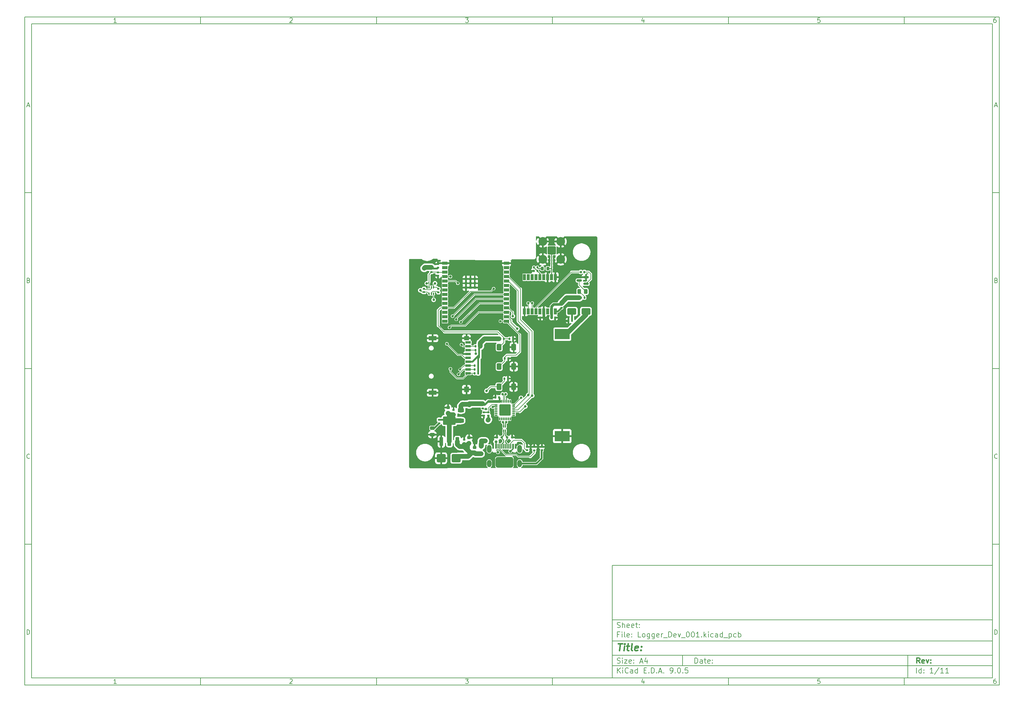
<source format=gbr>
%TF.GenerationSoftware,KiCad,Pcbnew,9.0.5*%
%TF.CreationDate,2025-12-06T02:43:12+13:00*%
%TF.ProjectId,Logger_Dev_001,4c6f6767-6572-45f4-9465-765f3030312e,rev?*%
%TF.SameCoordinates,Original*%
%TF.FileFunction,Copper,L1,Top*%
%TF.FilePolarity,Positive*%
%FSLAX46Y46*%
G04 Gerber Fmt 4.6, Leading zero omitted, Abs format (unit mm)*
G04 Created by KiCad (PCBNEW 9.0.5) date 2025-12-06 02:43:12*
%MOMM*%
%LPD*%
G01*
G04 APERTURE LIST*
G04 Aperture macros list*
%AMRoundRect*
0 Rectangle with rounded corners*
0 $1 Rounding radius*
0 $2 $3 $4 $5 $6 $7 $8 $9 X,Y pos of 4 corners*
0 Add a 4 corners polygon primitive as box body*
4,1,4,$2,$3,$4,$5,$6,$7,$8,$9,$2,$3,0*
0 Add four circle primitives for the rounded corners*
1,1,$1+$1,$2,$3*
1,1,$1+$1,$4,$5*
1,1,$1+$1,$6,$7*
1,1,$1+$1,$8,$9*
0 Add four rect primitives between the rounded corners*
20,1,$1+$1,$2,$3,$4,$5,0*
20,1,$1+$1,$4,$5,$6,$7,0*
20,1,$1+$1,$6,$7,$8,$9,0*
20,1,$1+$1,$8,$9,$2,$3,0*%
G04 Aperture macros list end*
%ADD10C,0.100000*%
%ADD11C,0.150000*%
%ADD12C,0.300000*%
%ADD13C,0.400000*%
%TA.AperFunction,SMDPad,CuDef*%
%ADD14RoundRect,0.140000X0.170000X-0.140000X0.170000X0.140000X-0.170000X0.140000X-0.170000X-0.140000X0*%
%TD*%
%TA.AperFunction,HeatsinkPad*%
%ADD15C,0.700000*%
%TD*%
%TA.AperFunction,SMDPad,CuDef*%
%ADD16RoundRect,0.250000X-1.350000X1.350000X-1.350000X-1.350000X1.350000X-1.350000X1.350000X1.350000X0*%
%TD*%
%TA.AperFunction,SMDPad,CuDef*%
%ADD17O,0.900000X0.280000*%
%TD*%
%TA.AperFunction,SMDPad,CuDef*%
%ADD18O,0.280000X0.900000*%
%TD*%
%TA.AperFunction,SMDPad,CuDef*%
%ADD19RoundRect,0.220000X-0.220000X-0.255000X0.220000X-0.255000X0.220000X0.255000X-0.220000X0.255000X0*%
%TD*%
%TA.AperFunction,SMDPad,CuDef*%
%ADD20RoundRect,0.225000X0.250000X-0.225000X0.250000X0.225000X-0.250000X0.225000X-0.250000X-0.225000X0*%
%TD*%
%TA.AperFunction,SMDPad,CuDef*%
%ADD21R,0.300000X1.400000*%
%TD*%
%TA.AperFunction,SMDPad,CuDef*%
%ADD22R,0.500000X1.400000*%
%TD*%
%TA.AperFunction,ComponentPad*%
%ADD23O,1.300000X2.300000*%
%TD*%
%TA.AperFunction,ComponentPad*%
%ADD24O,1.300000X2.100000*%
%TD*%
%TA.AperFunction,ComponentPad*%
%ADD25C,0.500000*%
%TD*%
%TA.AperFunction,SMDPad,CuDef*%
%ADD26RoundRect,0.500000X-2.000000X-1.000000X2.000000X-1.000000X2.000000X1.000000X-2.000000X1.000000X0*%
%TD*%
%TA.AperFunction,SMDPad,CuDef*%
%ADD27RoundRect,0.140000X0.140000X0.170000X-0.140000X0.170000X-0.140000X-0.170000X0.140000X-0.170000X0*%
%TD*%
%TA.AperFunction,SMDPad,CuDef*%
%ADD28RoundRect,0.248889X0.626111X-0.311111X0.626111X0.311111X-0.626111X0.311111X-0.626111X-0.311111X0*%
%TD*%
%TA.AperFunction,ComponentPad*%
%ADD29RoundRect,0.200100X-0.949900X-0.949900X0.949900X-0.949900X0.949900X0.949900X-0.949900X0.949900X0*%
%TD*%
%TA.AperFunction,ComponentPad*%
%ADD30C,2.500000*%
%TD*%
%TA.AperFunction,SMDPad,CuDef*%
%ADD31RoundRect,0.140000X-0.140000X-0.170000X0.140000X-0.170000X0.140000X0.170000X-0.140000X0.170000X0*%
%TD*%
%TA.AperFunction,SMDPad,CuDef*%
%ADD32RoundRect,0.140000X-0.170000X0.140000X-0.170000X-0.140000X0.170000X-0.140000X0.170000X0.140000X0*%
%TD*%
%TA.AperFunction,SMDPad,CuDef*%
%ADD33RoundRect,0.220000X0.380000X-0.220000X0.380000X0.220000X-0.380000X0.220000X-0.380000X-0.220000X0*%
%TD*%
%TA.AperFunction,SMDPad,CuDef*%
%ADD34RoundRect,0.242500X0.457500X-0.242500X0.457500X0.242500X-0.457500X0.242500X-0.457500X-0.242500X0*%
%TD*%
%TA.AperFunction,SMDPad,CuDef*%
%ADD35RoundRect,0.250000X-1.000000X-0.650000X1.000000X-0.650000X1.000000X0.650000X-1.000000X0.650000X0*%
%TD*%
%TA.AperFunction,SMDPad,CuDef*%
%ADD36RoundRect,0.250000X0.425000X0.650000X-0.425000X0.650000X-0.425000X-0.650000X0.425000X-0.650000X0*%
%TD*%
%TA.AperFunction,SMDPad,CuDef*%
%ADD37RoundRect,0.150000X0.150000X0.200000X-0.150000X0.200000X-0.150000X-0.200000X0.150000X-0.200000X0*%
%TD*%
%TA.AperFunction,SMDPad,CuDef*%
%ADD38R,0.812800X1.803400*%
%TD*%
%TA.AperFunction,SMDPad,CuDef*%
%ADD39R,4.200000X3.000000*%
%TD*%
%TA.AperFunction,SMDPad,CuDef*%
%ADD40RoundRect,0.150000X0.590000X0.150000X-0.590000X0.150000X-0.590000X-0.150000X0.590000X-0.150000X0*%
%TD*%
%TA.AperFunction,SMDPad,CuDef*%
%ADD41RoundRect,0.150000X-0.150000X-0.200000X0.150000X-0.200000X0.150000X0.200000X-0.150000X0.200000X0*%
%TD*%
%TA.AperFunction,SMDPad,CuDef*%
%ADD42RoundRect,0.100000X-0.100000X0.225000X-0.100000X-0.225000X0.100000X-0.225000X0.100000X0.225000X0*%
%TD*%
%TA.AperFunction,SMDPad,CuDef*%
%ADD43R,0.300000X0.700000*%
%TD*%
%TA.AperFunction,SMDPad,CuDef*%
%ADD44R,1.600000X0.700000*%
%TD*%
%TA.AperFunction,SMDPad,CuDef*%
%ADD45R,2.200000X1.200000*%
%TD*%
%TA.AperFunction,SMDPad,CuDef*%
%ADD46R,1.400000X1.600000*%
%TD*%
%TA.AperFunction,SMDPad,CuDef*%
%ADD47R,1.400000X1.200000*%
%TD*%
%TA.AperFunction,SMDPad,CuDef*%
%ADD48RoundRect,0.242500X0.242500X0.457500X-0.242500X0.457500X-0.242500X-0.457500X0.242500X-0.457500X0*%
%TD*%
%TA.AperFunction,SMDPad,CuDef*%
%ADD49RoundRect,0.250000X-0.300000X1.000000X-0.300000X-1.000000X0.300000X-1.000000X0.300000X1.000000X0*%
%TD*%
%TA.AperFunction,SMDPad,CuDef*%
%ADD50RoundRect,0.250000X-1.550000X0.920000X-1.550000X-0.920000X1.550000X-0.920000X1.550000X0.920000X0*%
%TD*%
%TA.AperFunction,SMDPad,CuDef*%
%ADD51RoundRect,0.250000X1.000000X0.900000X-1.000000X0.900000X-1.000000X-0.900000X1.000000X-0.900000X0*%
%TD*%
%TA.AperFunction,SMDPad,CuDef*%
%ADD52R,1.500000X0.900000*%
%TD*%
%TA.AperFunction,SMDPad,CuDef*%
%ADD53R,0.800000X0.800000*%
%TD*%
%TA.AperFunction,ViaPad*%
%ADD54C,0.800000*%
%TD*%
%TA.AperFunction,ViaPad*%
%ADD55C,0.700000*%
%TD*%
%TA.AperFunction,Conductor*%
%ADD56C,0.500000*%
%TD*%
%TA.AperFunction,Conductor*%
%ADD57C,0.200000*%
%TD*%
%TA.AperFunction,Conductor*%
%ADD58C,0.264400*%
%TD*%
%TA.AperFunction,Conductor*%
%ADD59C,0.202900*%
%TD*%
%TA.AperFunction,Conductor*%
%ADD60C,1.380000*%
%TD*%
%TA.AperFunction,Conductor*%
%ADD61C,0.300000*%
%TD*%
%TA.AperFunction,Conductor*%
%ADD62C,0.600000*%
%TD*%
%TA.AperFunction,Conductor*%
%ADD63C,0.293900*%
%TD*%
%TA.AperFunction,Conductor*%
%ADD64C,0.260000*%
%TD*%
%TA.AperFunction,Conductor*%
%ADD65C,0.800000*%
%TD*%
G04 APERTURE END LIST*
D10*
D11*
X177002200Y-166007200D02*
X285002200Y-166007200D01*
X285002200Y-198007200D01*
X177002200Y-198007200D01*
X177002200Y-166007200D01*
D10*
D11*
X10000000Y-10000000D02*
X287002200Y-10000000D01*
X287002200Y-200007200D01*
X10000000Y-200007200D01*
X10000000Y-10000000D01*
D10*
D11*
X12000000Y-12000000D02*
X285002200Y-12000000D01*
X285002200Y-198007200D01*
X12000000Y-198007200D01*
X12000000Y-12000000D01*
D10*
D11*
X60000000Y-12000000D02*
X60000000Y-10000000D01*
D10*
D11*
X110000000Y-12000000D02*
X110000000Y-10000000D01*
D10*
D11*
X160000000Y-12000000D02*
X160000000Y-10000000D01*
D10*
D11*
X210000000Y-12000000D02*
X210000000Y-10000000D01*
D10*
D11*
X260000000Y-12000000D02*
X260000000Y-10000000D01*
D10*
D11*
X36089160Y-11593604D02*
X35346303Y-11593604D01*
X35717731Y-11593604D02*
X35717731Y-10293604D01*
X35717731Y-10293604D02*
X35593922Y-10479319D01*
X35593922Y-10479319D02*
X35470112Y-10603128D01*
X35470112Y-10603128D02*
X35346303Y-10665033D01*
D10*
D11*
X85346303Y-10417414D02*
X85408207Y-10355509D01*
X85408207Y-10355509D02*
X85532017Y-10293604D01*
X85532017Y-10293604D02*
X85841541Y-10293604D01*
X85841541Y-10293604D02*
X85965350Y-10355509D01*
X85965350Y-10355509D02*
X86027255Y-10417414D01*
X86027255Y-10417414D02*
X86089160Y-10541223D01*
X86089160Y-10541223D02*
X86089160Y-10665033D01*
X86089160Y-10665033D02*
X86027255Y-10850747D01*
X86027255Y-10850747D02*
X85284398Y-11593604D01*
X85284398Y-11593604D02*
X86089160Y-11593604D01*
D10*
D11*
X135284398Y-10293604D02*
X136089160Y-10293604D01*
X136089160Y-10293604D02*
X135655826Y-10788842D01*
X135655826Y-10788842D02*
X135841541Y-10788842D01*
X135841541Y-10788842D02*
X135965350Y-10850747D01*
X135965350Y-10850747D02*
X136027255Y-10912652D01*
X136027255Y-10912652D02*
X136089160Y-11036461D01*
X136089160Y-11036461D02*
X136089160Y-11345985D01*
X136089160Y-11345985D02*
X136027255Y-11469795D01*
X136027255Y-11469795D02*
X135965350Y-11531700D01*
X135965350Y-11531700D02*
X135841541Y-11593604D01*
X135841541Y-11593604D02*
X135470112Y-11593604D01*
X135470112Y-11593604D02*
X135346303Y-11531700D01*
X135346303Y-11531700D02*
X135284398Y-11469795D01*
D10*
D11*
X185965350Y-10726938D02*
X185965350Y-11593604D01*
X185655826Y-10231700D02*
X185346303Y-11160271D01*
X185346303Y-11160271D02*
X186151064Y-11160271D01*
D10*
D11*
X236027255Y-10293604D02*
X235408207Y-10293604D01*
X235408207Y-10293604D02*
X235346303Y-10912652D01*
X235346303Y-10912652D02*
X235408207Y-10850747D01*
X235408207Y-10850747D02*
X235532017Y-10788842D01*
X235532017Y-10788842D02*
X235841541Y-10788842D01*
X235841541Y-10788842D02*
X235965350Y-10850747D01*
X235965350Y-10850747D02*
X236027255Y-10912652D01*
X236027255Y-10912652D02*
X236089160Y-11036461D01*
X236089160Y-11036461D02*
X236089160Y-11345985D01*
X236089160Y-11345985D02*
X236027255Y-11469795D01*
X236027255Y-11469795D02*
X235965350Y-11531700D01*
X235965350Y-11531700D02*
X235841541Y-11593604D01*
X235841541Y-11593604D02*
X235532017Y-11593604D01*
X235532017Y-11593604D02*
X235408207Y-11531700D01*
X235408207Y-11531700D02*
X235346303Y-11469795D01*
D10*
D11*
X285965350Y-10293604D02*
X285717731Y-10293604D01*
X285717731Y-10293604D02*
X285593922Y-10355509D01*
X285593922Y-10355509D02*
X285532017Y-10417414D01*
X285532017Y-10417414D02*
X285408207Y-10603128D01*
X285408207Y-10603128D02*
X285346303Y-10850747D01*
X285346303Y-10850747D02*
X285346303Y-11345985D01*
X285346303Y-11345985D02*
X285408207Y-11469795D01*
X285408207Y-11469795D02*
X285470112Y-11531700D01*
X285470112Y-11531700D02*
X285593922Y-11593604D01*
X285593922Y-11593604D02*
X285841541Y-11593604D01*
X285841541Y-11593604D02*
X285965350Y-11531700D01*
X285965350Y-11531700D02*
X286027255Y-11469795D01*
X286027255Y-11469795D02*
X286089160Y-11345985D01*
X286089160Y-11345985D02*
X286089160Y-11036461D01*
X286089160Y-11036461D02*
X286027255Y-10912652D01*
X286027255Y-10912652D02*
X285965350Y-10850747D01*
X285965350Y-10850747D02*
X285841541Y-10788842D01*
X285841541Y-10788842D02*
X285593922Y-10788842D01*
X285593922Y-10788842D02*
X285470112Y-10850747D01*
X285470112Y-10850747D02*
X285408207Y-10912652D01*
X285408207Y-10912652D02*
X285346303Y-11036461D01*
D10*
D11*
X60000000Y-198007200D02*
X60000000Y-200007200D01*
D10*
D11*
X110000000Y-198007200D02*
X110000000Y-200007200D01*
D10*
D11*
X160000000Y-198007200D02*
X160000000Y-200007200D01*
D10*
D11*
X210000000Y-198007200D02*
X210000000Y-200007200D01*
D10*
D11*
X260000000Y-198007200D02*
X260000000Y-200007200D01*
D10*
D11*
X36089160Y-199600804D02*
X35346303Y-199600804D01*
X35717731Y-199600804D02*
X35717731Y-198300804D01*
X35717731Y-198300804D02*
X35593922Y-198486519D01*
X35593922Y-198486519D02*
X35470112Y-198610328D01*
X35470112Y-198610328D02*
X35346303Y-198672233D01*
D10*
D11*
X85346303Y-198424614D02*
X85408207Y-198362709D01*
X85408207Y-198362709D02*
X85532017Y-198300804D01*
X85532017Y-198300804D02*
X85841541Y-198300804D01*
X85841541Y-198300804D02*
X85965350Y-198362709D01*
X85965350Y-198362709D02*
X86027255Y-198424614D01*
X86027255Y-198424614D02*
X86089160Y-198548423D01*
X86089160Y-198548423D02*
X86089160Y-198672233D01*
X86089160Y-198672233D02*
X86027255Y-198857947D01*
X86027255Y-198857947D02*
X85284398Y-199600804D01*
X85284398Y-199600804D02*
X86089160Y-199600804D01*
D10*
D11*
X135284398Y-198300804D02*
X136089160Y-198300804D01*
X136089160Y-198300804D02*
X135655826Y-198796042D01*
X135655826Y-198796042D02*
X135841541Y-198796042D01*
X135841541Y-198796042D02*
X135965350Y-198857947D01*
X135965350Y-198857947D02*
X136027255Y-198919852D01*
X136027255Y-198919852D02*
X136089160Y-199043661D01*
X136089160Y-199043661D02*
X136089160Y-199353185D01*
X136089160Y-199353185D02*
X136027255Y-199476995D01*
X136027255Y-199476995D02*
X135965350Y-199538900D01*
X135965350Y-199538900D02*
X135841541Y-199600804D01*
X135841541Y-199600804D02*
X135470112Y-199600804D01*
X135470112Y-199600804D02*
X135346303Y-199538900D01*
X135346303Y-199538900D02*
X135284398Y-199476995D01*
D10*
D11*
X185965350Y-198734138D02*
X185965350Y-199600804D01*
X185655826Y-198238900D02*
X185346303Y-199167471D01*
X185346303Y-199167471D02*
X186151064Y-199167471D01*
D10*
D11*
X236027255Y-198300804D02*
X235408207Y-198300804D01*
X235408207Y-198300804D02*
X235346303Y-198919852D01*
X235346303Y-198919852D02*
X235408207Y-198857947D01*
X235408207Y-198857947D02*
X235532017Y-198796042D01*
X235532017Y-198796042D02*
X235841541Y-198796042D01*
X235841541Y-198796042D02*
X235965350Y-198857947D01*
X235965350Y-198857947D02*
X236027255Y-198919852D01*
X236027255Y-198919852D02*
X236089160Y-199043661D01*
X236089160Y-199043661D02*
X236089160Y-199353185D01*
X236089160Y-199353185D02*
X236027255Y-199476995D01*
X236027255Y-199476995D02*
X235965350Y-199538900D01*
X235965350Y-199538900D02*
X235841541Y-199600804D01*
X235841541Y-199600804D02*
X235532017Y-199600804D01*
X235532017Y-199600804D02*
X235408207Y-199538900D01*
X235408207Y-199538900D02*
X235346303Y-199476995D01*
D10*
D11*
X285965350Y-198300804D02*
X285717731Y-198300804D01*
X285717731Y-198300804D02*
X285593922Y-198362709D01*
X285593922Y-198362709D02*
X285532017Y-198424614D01*
X285532017Y-198424614D02*
X285408207Y-198610328D01*
X285408207Y-198610328D02*
X285346303Y-198857947D01*
X285346303Y-198857947D02*
X285346303Y-199353185D01*
X285346303Y-199353185D02*
X285408207Y-199476995D01*
X285408207Y-199476995D02*
X285470112Y-199538900D01*
X285470112Y-199538900D02*
X285593922Y-199600804D01*
X285593922Y-199600804D02*
X285841541Y-199600804D01*
X285841541Y-199600804D02*
X285965350Y-199538900D01*
X285965350Y-199538900D02*
X286027255Y-199476995D01*
X286027255Y-199476995D02*
X286089160Y-199353185D01*
X286089160Y-199353185D02*
X286089160Y-199043661D01*
X286089160Y-199043661D02*
X286027255Y-198919852D01*
X286027255Y-198919852D02*
X285965350Y-198857947D01*
X285965350Y-198857947D02*
X285841541Y-198796042D01*
X285841541Y-198796042D02*
X285593922Y-198796042D01*
X285593922Y-198796042D02*
X285470112Y-198857947D01*
X285470112Y-198857947D02*
X285408207Y-198919852D01*
X285408207Y-198919852D02*
X285346303Y-199043661D01*
D10*
D11*
X10000000Y-60000000D02*
X12000000Y-60000000D01*
D10*
D11*
X10000000Y-110000000D02*
X12000000Y-110000000D01*
D10*
D11*
X10000000Y-160000000D02*
X12000000Y-160000000D01*
D10*
D11*
X10690476Y-35222176D02*
X11309523Y-35222176D01*
X10566666Y-35593604D02*
X10999999Y-34293604D01*
X10999999Y-34293604D02*
X11433333Y-35593604D01*
D10*
D11*
X11092857Y-84912652D02*
X11278571Y-84974557D01*
X11278571Y-84974557D02*
X11340476Y-85036461D01*
X11340476Y-85036461D02*
X11402380Y-85160271D01*
X11402380Y-85160271D02*
X11402380Y-85345985D01*
X11402380Y-85345985D02*
X11340476Y-85469795D01*
X11340476Y-85469795D02*
X11278571Y-85531700D01*
X11278571Y-85531700D02*
X11154761Y-85593604D01*
X11154761Y-85593604D02*
X10659523Y-85593604D01*
X10659523Y-85593604D02*
X10659523Y-84293604D01*
X10659523Y-84293604D02*
X11092857Y-84293604D01*
X11092857Y-84293604D02*
X11216666Y-84355509D01*
X11216666Y-84355509D02*
X11278571Y-84417414D01*
X11278571Y-84417414D02*
X11340476Y-84541223D01*
X11340476Y-84541223D02*
X11340476Y-84665033D01*
X11340476Y-84665033D02*
X11278571Y-84788842D01*
X11278571Y-84788842D02*
X11216666Y-84850747D01*
X11216666Y-84850747D02*
X11092857Y-84912652D01*
X11092857Y-84912652D02*
X10659523Y-84912652D01*
D10*
D11*
X11402380Y-135469795D02*
X11340476Y-135531700D01*
X11340476Y-135531700D02*
X11154761Y-135593604D01*
X11154761Y-135593604D02*
X11030952Y-135593604D01*
X11030952Y-135593604D02*
X10845238Y-135531700D01*
X10845238Y-135531700D02*
X10721428Y-135407890D01*
X10721428Y-135407890D02*
X10659523Y-135284080D01*
X10659523Y-135284080D02*
X10597619Y-135036461D01*
X10597619Y-135036461D02*
X10597619Y-134850747D01*
X10597619Y-134850747D02*
X10659523Y-134603128D01*
X10659523Y-134603128D02*
X10721428Y-134479319D01*
X10721428Y-134479319D02*
X10845238Y-134355509D01*
X10845238Y-134355509D02*
X11030952Y-134293604D01*
X11030952Y-134293604D02*
X11154761Y-134293604D01*
X11154761Y-134293604D02*
X11340476Y-134355509D01*
X11340476Y-134355509D02*
X11402380Y-134417414D01*
D10*
D11*
X10659523Y-185593604D02*
X10659523Y-184293604D01*
X10659523Y-184293604D02*
X10969047Y-184293604D01*
X10969047Y-184293604D02*
X11154761Y-184355509D01*
X11154761Y-184355509D02*
X11278571Y-184479319D01*
X11278571Y-184479319D02*
X11340476Y-184603128D01*
X11340476Y-184603128D02*
X11402380Y-184850747D01*
X11402380Y-184850747D02*
X11402380Y-185036461D01*
X11402380Y-185036461D02*
X11340476Y-185284080D01*
X11340476Y-185284080D02*
X11278571Y-185407890D01*
X11278571Y-185407890D02*
X11154761Y-185531700D01*
X11154761Y-185531700D02*
X10969047Y-185593604D01*
X10969047Y-185593604D02*
X10659523Y-185593604D01*
D10*
D11*
X287002200Y-60000000D02*
X285002200Y-60000000D01*
D10*
D11*
X287002200Y-110000000D02*
X285002200Y-110000000D01*
D10*
D11*
X287002200Y-160000000D02*
X285002200Y-160000000D01*
D10*
D11*
X285692676Y-35222176D02*
X286311723Y-35222176D01*
X285568866Y-35593604D02*
X286002199Y-34293604D01*
X286002199Y-34293604D02*
X286435533Y-35593604D01*
D10*
D11*
X286095057Y-84912652D02*
X286280771Y-84974557D01*
X286280771Y-84974557D02*
X286342676Y-85036461D01*
X286342676Y-85036461D02*
X286404580Y-85160271D01*
X286404580Y-85160271D02*
X286404580Y-85345985D01*
X286404580Y-85345985D02*
X286342676Y-85469795D01*
X286342676Y-85469795D02*
X286280771Y-85531700D01*
X286280771Y-85531700D02*
X286156961Y-85593604D01*
X286156961Y-85593604D02*
X285661723Y-85593604D01*
X285661723Y-85593604D02*
X285661723Y-84293604D01*
X285661723Y-84293604D02*
X286095057Y-84293604D01*
X286095057Y-84293604D02*
X286218866Y-84355509D01*
X286218866Y-84355509D02*
X286280771Y-84417414D01*
X286280771Y-84417414D02*
X286342676Y-84541223D01*
X286342676Y-84541223D02*
X286342676Y-84665033D01*
X286342676Y-84665033D02*
X286280771Y-84788842D01*
X286280771Y-84788842D02*
X286218866Y-84850747D01*
X286218866Y-84850747D02*
X286095057Y-84912652D01*
X286095057Y-84912652D02*
X285661723Y-84912652D01*
D10*
D11*
X286404580Y-135469795D02*
X286342676Y-135531700D01*
X286342676Y-135531700D02*
X286156961Y-135593604D01*
X286156961Y-135593604D02*
X286033152Y-135593604D01*
X286033152Y-135593604D02*
X285847438Y-135531700D01*
X285847438Y-135531700D02*
X285723628Y-135407890D01*
X285723628Y-135407890D02*
X285661723Y-135284080D01*
X285661723Y-135284080D02*
X285599819Y-135036461D01*
X285599819Y-135036461D02*
X285599819Y-134850747D01*
X285599819Y-134850747D02*
X285661723Y-134603128D01*
X285661723Y-134603128D02*
X285723628Y-134479319D01*
X285723628Y-134479319D02*
X285847438Y-134355509D01*
X285847438Y-134355509D02*
X286033152Y-134293604D01*
X286033152Y-134293604D02*
X286156961Y-134293604D01*
X286156961Y-134293604D02*
X286342676Y-134355509D01*
X286342676Y-134355509D02*
X286404580Y-134417414D01*
D10*
D11*
X285661723Y-185593604D02*
X285661723Y-184293604D01*
X285661723Y-184293604D02*
X285971247Y-184293604D01*
X285971247Y-184293604D02*
X286156961Y-184355509D01*
X286156961Y-184355509D02*
X286280771Y-184479319D01*
X286280771Y-184479319D02*
X286342676Y-184603128D01*
X286342676Y-184603128D02*
X286404580Y-184850747D01*
X286404580Y-184850747D02*
X286404580Y-185036461D01*
X286404580Y-185036461D02*
X286342676Y-185284080D01*
X286342676Y-185284080D02*
X286280771Y-185407890D01*
X286280771Y-185407890D02*
X286156961Y-185531700D01*
X286156961Y-185531700D02*
X285971247Y-185593604D01*
X285971247Y-185593604D02*
X285661723Y-185593604D01*
D10*
D11*
X200458026Y-193793328D02*
X200458026Y-192293328D01*
X200458026Y-192293328D02*
X200815169Y-192293328D01*
X200815169Y-192293328D02*
X201029455Y-192364757D01*
X201029455Y-192364757D02*
X201172312Y-192507614D01*
X201172312Y-192507614D02*
X201243741Y-192650471D01*
X201243741Y-192650471D02*
X201315169Y-192936185D01*
X201315169Y-192936185D02*
X201315169Y-193150471D01*
X201315169Y-193150471D02*
X201243741Y-193436185D01*
X201243741Y-193436185D02*
X201172312Y-193579042D01*
X201172312Y-193579042D02*
X201029455Y-193721900D01*
X201029455Y-193721900D02*
X200815169Y-193793328D01*
X200815169Y-193793328D02*
X200458026Y-193793328D01*
X202600884Y-193793328D02*
X202600884Y-193007614D01*
X202600884Y-193007614D02*
X202529455Y-192864757D01*
X202529455Y-192864757D02*
X202386598Y-192793328D01*
X202386598Y-192793328D02*
X202100884Y-192793328D01*
X202100884Y-192793328D02*
X201958026Y-192864757D01*
X202600884Y-193721900D02*
X202458026Y-193793328D01*
X202458026Y-193793328D02*
X202100884Y-193793328D01*
X202100884Y-193793328D02*
X201958026Y-193721900D01*
X201958026Y-193721900D02*
X201886598Y-193579042D01*
X201886598Y-193579042D02*
X201886598Y-193436185D01*
X201886598Y-193436185D02*
X201958026Y-193293328D01*
X201958026Y-193293328D02*
X202100884Y-193221900D01*
X202100884Y-193221900D02*
X202458026Y-193221900D01*
X202458026Y-193221900D02*
X202600884Y-193150471D01*
X203100884Y-192793328D02*
X203672312Y-192793328D01*
X203315169Y-192293328D02*
X203315169Y-193579042D01*
X203315169Y-193579042D02*
X203386598Y-193721900D01*
X203386598Y-193721900D02*
X203529455Y-193793328D01*
X203529455Y-193793328D02*
X203672312Y-193793328D01*
X204743741Y-193721900D02*
X204600884Y-193793328D01*
X204600884Y-193793328D02*
X204315170Y-193793328D01*
X204315170Y-193793328D02*
X204172312Y-193721900D01*
X204172312Y-193721900D02*
X204100884Y-193579042D01*
X204100884Y-193579042D02*
X204100884Y-193007614D01*
X204100884Y-193007614D02*
X204172312Y-192864757D01*
X204172312Y-192864757D02*
X204315170Y-192793328D01*
X204315170Y-192793328D02*
X204600884Y-192793328D01*
X204600884Y-192793328D02*
X204743741Y-192864757D01*
X204743741Y-192864757D02*
X204815170Y-193007614D01*
X204815170Y-193007614D02*
X204815170Y-193150471D01*
X204815170Y-193150471D02*
X204100884Y-193293328D01*
X205458026Y-193650471D02*
X205529455Y-193721900D01*
X205529455Y-193721900D02*
X205458026Y-193793328D01*
X205458026Y-193793328D02*
X205386598Y-193721900D01*
X205386598Y-193721900D02*
X205458026Y-193650471D01*
X205458026Y-193650471D02*
X205458026Y-193793328D01*
X205458026Y-192864757D02*
X205529455Y-192936185D01*
X205529455Y-192936185D02*
X205458026Y-193007614D01*
X205458026Y-193007614D02*
X205386598Y-192936185D01*
X205386598Y-192936185D02*
X205458026Y-192864757D01*
X205458026Y-192864757D02*
X205458026Y-193007614D01*
D10*
D11*
X177002200Y-194507200D02*
X285002200Y-194507200D01*
D10*
D11*
X178458026Y-196593328D02*
X178458026Y-195093328D01*
X179315169Y-196593328D02*
X178672312Y-195736185D01*
X179315169Y-195093328D02*
X178458026Y-195950471D01*
X179958026Y-196593328D02*
X179958026Y-195593328D01*
X179958026Y-195093328D02*
X179886598Y-195164757D01*
X179886598Y-195164757D02*
X179958026Y-195236185D01*
X179958026Y-195236185D02*
X180029455Y-195164757D01*
X180029455Y-195164757D02*
X179958026Y-195093328D01*
X179958026Y-195093328D02*
X179958026Y-195236185D01*
X181529455Y-196450471D02*
X181458027Y-196521900D01*
X181458027Y-196521900D02*
X181243741Y-196593328D01*
X181243741Y-196593328D02*
X181100884Y-196593328D01*
X181100884Y-196593328D02*
X180886598Y-196521900D01*
X180886598Y-196521900D02*
X180743741Y-196379042D01*
X180743741Y-196379042D02*
X180672312Y-196236185D01*
X180672312Y-196236185D02*
X180600884Y-195950471D01*
X180600884Y-195950471D02*
X180600884Y-195736185D01*
X180600884Y-195736185D02*
X180672312Y-195450471D01*
X180672312Y-195450471D02*
X180743741Y-195307614D01*
X180743741Y-195307614D02*
X180886598Y-195164757D01*
X180886598Y-195164757D02*
X181100884Y-195093328D01*
X181100884Y-195093328D02*
X181243741Y-195093328D01*
X181243741Y-195093328D02*
X181458027Y-195164757D01*
X181458027Y-195164757D02*
X181529455Y-195236185D01*
X182815170Y-196593328D02*
X182815170Y-195807614D01*
X182815170Y-195807614D02*
X182743741Y-195664757D01*
X182743741Y-195664757D02*
X182600884Y-195593328D01*
X182600884Y-195593328D02*
X182315170Y-195593328D01*
X182315170Y-195593328D02*
X182172312Y-195664757D01*
X182815170Y-196521900D02*
X182672312Y-196593328D01*
X182672312Y-196593328D02*
X182315170Y-196593328D01*
X182315170Y-196593328D02*
X182172312Y-196521900D01*
X182172312Y-196521900D02*
X182100884Y-196379042D01*
X182100884Y-196379042D02*
X182100884Y-196236185D01*
X182100884Y-196236185D02*
X182172312Y-196093328D01*
X182172312Y-196093328D02*
X182315170Y-196021900D01*
X182315170Y-196021900D02*
X182672312Y-196021900D01*
X182672312Y-196021900D02*
X182815170Y-195950471D01*
X184172313Y-196593328D02*
X184172313Y-195093328D01*
X184172313Y-196521900D02*
X184029455Y-196593328D01*
X184029455Y-196593328D02*
X183743741Y-196593328D01*
X183743741Y-196593328D02*
X183600884Y-196521900D01*
X183600884Y-196521900D02*
X183529455Y-196450471D01*
X183529455Y-196450471D02*
X183458027Y-196307614D01*
X183458027Y-196307614D02*
X183458027Y-195879042D01*
X183458027Y-195879042D02*
X183529455Y-195736185D01*
X183529455Y-195736185D02*
X183600884Y-195664757D01*
X183600884Y-195664757D02*
X183743741Y-195593328D01*
X183743741Y-195593328D02*
X184029455Y-195593328D01*
X184029455Y-195593328D02*
X184172313Y-195664757D01*
X186029455Y-195807614D02*
X186529455Y-195807614D01*
X186743741Y-196593328D02*
X186029455Y-196593328D01*
X186029455Y-196593328D02*
X186029455Y-195093328D01*
X186029455Y-195093328D02*
X186743741Y-195093328D01*
X187386598Y-196450471D02*
X187458027Y-196521900D01*
X187458027Y-196521900D02*
X187386598Y-196593328D01*
X187386598Y-196593328D02*
X187315170Y-196521900D01*
X187315170Y-196521900D02*
X187386598Y-196450471D01*
X187386598Y-196450471D02*
X187386598Y-196593328D01*
X188100884Y-196593328D02*
X188100884Y-195093328D01*
X188100884Y-195093328D02*
X188458027Y-195093328D01*
X188458027Y-195093328D02*
X188672313Y-195164757D01*
X188672313Y-195164757D02*
X188815170Y-195307614D01*
X188815170Y-195307614D02*
X188886599Y-195450471D01*
X188886599Y-195450471D02*
X188958027Y-195736185D01*
X188958027Y-195736185D02*
X188958027Y-195950471D01*
X188958027Y-195950471D02*
X188886599Y-196236185D01*
X188886599Y-196236185D02*
X188815170Y-196379042D01*
X188815170Y-196379042D02*
X188672313Y-196521900D01*
X188672313Y-196521900D02*
X188458027Y-196593328D01*
X188458027Y-196593328D02*
X188100884Y-196593328D01*
X189600884Y-196450471D02*
X189672313Y-196521900D01*
X189672313Y-196521900D02*
X189600884Y-196593328D01*
X189600884Y-196593328D02*
X189529456Y-196521900D01*
X189529456Y-196521900D02*
X189600884Y-196450471D01*
X189600884Y-196450471D02*
X189600884Y-196593328D01*
X190243742Y-196164757D02*
X190958028Y-196164757D01*
X190100885Y-196593328D02*
X190600885Y-195093328D01*
X190600885Y-195093328D02*
X191100885Y-196593328D01*
X191600884Y-196450471D02*
X191672313Y-196521900D01*
X191672313Y-196521900D02*
X191600884Y-196593328D01*
X191600884Y-196593328D02*
X191529456Y-196521900D01*
X191529456Y-196521900D02*
X191600884Y-196450471D01*
X191600884Y-196450471D02*
X191600884Y-196593328D01*
X193529456Y-196593328D02*
X193815170Y-196593328D01*
X193815170Y-196593328D02*
X193958027Y-196521900D01*
X193958027Y-196521900D02*
X194029456Y-196450471D01*
X194029456Y-196450471D02*
X194172313Y-196236185D01*
X194172313Y-196236185D02*
X194243742Y-195950471D01*
X194243742Y-195950471D02*
X194243742Y-195379042D01*
X194243742Y-195379042D02*
X194172313Y-195236185D01*
X194172313Y-195236185D02*
X194100885Y-195164757D01*
X194100885Y-195164757D02*
X193958027Y-195093328D01*
X193958027Y-195093328D02*
X193672313Y-195093328D01*
X193672313Y-195093328D02*
X193529456Y-195164757D01*
X193529456Y-195164757D02*
X193458027Y-195236185D01*
X193458027Y-195236185D02*
X193386599Y-195379042D01*
X193386599Y-195379042D02*
X193386599Y-195736185D01*
X193386599Y-195736185D02*
X193458027Y-195879042D01*
X193458027Y-195879042D02*
X193529456Y-195950471D01*
X193529456Y-195950471D02*
X193672313Y-196021900D01*
X193672313Y-196021900D02*
X193958027Y-196021900D01*
X193958027Y-196021900D02*
X194100885Y-195950471D01*
X194100885Y-195950471D02*
X194172313Y-195879042D01*
X194172313Y-195879042D02*
X194243742Y-195736185D01*
X194886598Y-196450471D02*
X194958027Y-196521900D01*
X194958027Y-196521900D02*
X194886598Y-196593328D01*
X194886598Y-196593328D02*
X194815170Y-196521900D01*
X194815170Y-196521900D02*
X194886598Y-196450471D01*
X194886598Y-196450471D02*
X194886598Y-196593328D01*
X195886599Y-195093328D02*
X196029456Y-195093328D01*
X196029456Y-195093328D02*
X196172313Y-195164757D01*
X196172313Y-195164757D02*
X196243742Y-195236185D01*
X196243742Y-195236185D02*
X196315170Y-195379042D01*
X196315170Y-195379042D02*
X196386599Y-195664757D01*
X196386599Y-195664757D02*
X196386599Y-196021900D01*
X196386599Y-196021900D02*
X196315170Y-196307614D01*
X196315170Y-196307614D02*
X196243742Y-196450471D01*
X196243742Y-196450471D02*
X196172313Y-196521900D01*
X196172313Y-196521900D02*
X196029456Y-196593328D01*
X196029456Y-196593328D02*
X195886599Y-196593328D01*
X195886599Y-196593328D02*
X195743742Y-196521900D01*
X195743742Y-196521900D02*
X195672313Y-196450471D01*
X195672313Y-196450471D02*
X195600884Y-196307614D01*
X195600884Y-196307614D02*
X195529456Y-196021900D01*
X195529456Y-196021900D02*
X195529456Y-195664757D01*
X195529456Y-195664757D02*
X195600884Y-195379042D01*
X195600884Y-195379042D02*
X195672313Y-195236185D01*
X195672313Y-195236185D02*
X195743742Y-195164757D01*
X195743742Y-195164757D02*
X195886599Y-195093328D01*
X197029455Y-196450471D02*
X197100884Y-196521900D01*
X197100884Y-196521900D02*
X197029455Y-196593328D01*
X197029455Y-196593328D02*
X196958027Y-196521900D01*
X196958027Y-196521900D02*
X197029455Y-196450471D01*
X197029455Y-196450471D02*
X197029455Y-196593328D01*
X198458027Y-195093328D02*
X197743741Y-195093328D01*
X197743741Y-195093328D02*
X197672313Y-195807614D01*
X197672313Y-195807614D02*
X197743741Y-195736185D01*
X197743741Y-195736185D02*
X197886599Y-195664757D01*
X197886599Y-195664757D02*
X198243741Y-195664757D01*
X198243741Y-195664757D02*
X198386599Y-195736185D01*
X198386599Y-195736185D02*
X198458027Y-195807614D01*
X198458027Y-195807614D02*
X198529456Y-195950471D01*
X198529456Y-195950471D02*
X198529456Y-196307614D01*
X198529456Y-196307614D02*
X198458027Y-196450471D01*
X198458027Y-196450471D02*
X198386599Y-196521900D01*
X198386599Y-196521900D02*
X198243741Y-196593328D01*
X198243741Y-196593328D02*
X197886599Y-196593328D01*
X197886599Y-196593328D02*
X197743741Y-196521900D01*
X197743741Y-196521900D02*
X197672313Y-196450471D01*
D10*
D11*
X177002200Y-191507200D02*
X285002200Y-191507200D01*
D10*
D12*
X264413853Y-193785528D02*
X263913853Y-193071242D01*
X263556710Y-193785528D02*
X263556710Y-192285528D01*
X263556710Y-192285528D02*
X264128139Y-192285528D01*
X264128139Y-192285528D02*
X264270996Y-192356957D01*
X264270996Y-192356957D02*
X264342425Y-192428385D01*
X264342425Y-192428385D02*
X264413853Y-192571242D01*
X264413853Y-192571242D02*
X264413853Y-192785528D01*
X264413853Y-192785528D02*
X264342425Y-192928385D01*
X264342425Y-192928385D02*
X264270996Y-192999814D01*
X264270996Y-192999814D02*
X264128139Y-193071242D01*
X264128139Y-193071242D02*
X263556710Y-193071242D01*
X265628139Y-193714100D02*
X265485282Y-193785528D01*
X265485282Y-193785528D02*
X265199568Y-193785528D01*
X265199568Y-193785528D02*
X265056710Y-193714100D01*
X265056710Y-193714100D02*
X264985282Y-193571242D01*
X264985282Y-193571242D02*
X264985282Y-192999814D01*
X264985282Y-192999814D02*
X265056710Y-192856957D01*
X265056710Y-192856957D02*
X265199568Y-192785528D01*
X265199568Y-192785528D02*
X265485282Y-192785528D01*
X265485282Y-192785528D02*
X265628139Y-192856957D01*
X265628139Y-192856957D02*
X265699568Y-192999814D01*
X265699568Y-192999814D02*
X265699568Y-193142671D01*
X265699568Y-193142671D02*
X264985282Y-193285528D01*
X266199567Y-192785528D02*
X266556710Y-193785528D01*
X266556710Y-193785528D02*
X266913853Y-192785528D01*
X267485281Y-193642671D02*
X267556710Y-193714100D01*
X267556710Y-193714100D02*
X267485281Y-193785528D01*
X267485281Y-193785528D02*
X267413853Y-193714100D01*
X267413853Y-193714100D02*
X267485281Y-193642671D01*
X267485281Y-193642671D02*
X267485281Y-193785528D01*
X267485281Y-192856957D02*
X267556710Y-192928385D01*
X267556710Y-192928385D02*
X267485281Y-192999814D01*
X267485281Y-192999814D02*
X267413853Y-192928385D01*
X267413853Y-192928385D02*
X267485281Y-192856957D01*
X267485281Y-192856957D02*
X267485281Y-192999814D01*
D10*
D11*
X178386598Y-193721900D02*
X178600884Y-193793328D01*
X178600884Y-193793328D02*
X178958026Y-193793328D01*
X178958026Y-193793328D02*
X179100884Y-193721900D01*
X179100884Y-193721900D02*
X179172312Y-193650471D01*
X179172312Y-193650471D02*
X179243741Y-193507614D01*
X179243741Y-193507614D02*
X179243741Y-193364757D01*
X179243741Y-193364757D02*
X179172312Y-193221900D01*
X179172312Y-193221900D02*
X179100884Y-193150471D01*
X179100884Y-193150471D02*
X178958026Y-193079042D01*
X178958026Y-193079042D02*
X178672312Y-193007614D01*
X178672312Y-193007614D02*
X178529455Y-192936185D01*
X178529455Y-192936185D02*
X178458026Y-192864757D01*
X178458026Y-192864757D02*
X178386598Y-192721900D01*
X178386598Y-192721900D02*
X178386598Y-192579042D01*
X178386598Y-192579042D02*
X178458026Y-192436185D01*
X178458026Y-192436185D02*
X178529455Y-192364757D01*
X178529455Y-192364757D02*
X178672312Y-192293328D01*
X178672312Y-192293328D02*
X179029455Y-192293328D01*
X179029455Y-192293328D02*
X179243741Y-192364757D01*
X179886597Y-193793328D02*
X179886597Y-192793328D01*
X179886597Y-192293328D02*
X179815169Y-192364757D01*
X179815169Y-192364757D02*
X179886597Y-192436185D01*
X179886597Y-192436185D02*
X179958026Y-192364757D01*
X179958026Y-192364757D02*
X179886597Y-192293328D01*
X179886597Y-192293328D02*
X179886597Y-192436185D01*
X180458026Y-192793328D02*
X181243741Y-192793328D01*
X181243741Y-192793328D02*
X180458026Y-193793328D01*
X180458026Y-193793328D02*
X181243741Y-193793328D01*
X182386598Y-193721900D02*
X182243741Y-193793328D01*
X182243741Y-193793328D02*
X181958027Y-193793328D01*
X181958027Y-193793328D02*
X181815169Y-193721900D01*
X181815169Y-193721900D02*
X181743741Y-193579042D01*
X181743741Y-193579042D02*
X181743741Y-193007614D01*
X181743741Y-193007614D02*
X181815169Y-192864757D01*
X181815169Y-192864757D02*
X181958027Y-192793328D01*
X181958027Y-192793328D02*
X182243741Y-192793328D01*
X182243741Y-192793328D02*
X182386598Y-192864757D01*
X182386598Y-192864757D02*
X182458027Y-193007614D01*
X182458027Y-193007614D02*
X182458027Y-193150471D01*
X182458027Y-193150471D02*
X181743741Y-193293328D01*
X183100883Y-193650471D02*
X183172312Y-193721900D01*
X183172312Y-193721900D02*
X183100883Y-193793328D01*
X183100883Y-193793328D02*
X183029455Y-193721900D01*
X183029455Y-193721900D02*
X183100883Y-193650471D01*
X183100883Y-193650471D02*
X183100883Y-193793328D01*
X183100883Y-192864757D02*
X183172312Y-192936185D01*
X183172312Y-192936185D02*
X183100883Y-193007614D01*
X183100883Y-193007614D02*
X183029455Y-192936185D01*
X183029455Y-192936185D02*
X183100883Y-192864757D01*
X183100883Y-192864757D02*
X183100883Y-193007614D01*
X184886598Y-193364757D02*
X185600884Y-193364757D01*
X184743741Y-193793328D02*
X185243741Y-192293328D01*
X185243741Y-192293328D02*
X185743741Y-193793328D01*
X186886598Y-192793328D02*
X186886598Y-193793328D01*
X186529455Y-192221900D02*
X186172312Y-193293328D01*
X186172312Y-193293328D02*
X187100883Y-193293328D01*
D10*
D11*
X263458026Y-196593328D02*
X263458026Y-195093328D01*
X264815170Y-196593328D02*
X264815170Y-195093328D01*
X264815170Y-196521900D02*
X264672312Y-196593328D01*
X264672312Y-196593328D02*
X264386598Y-196593328D01*
X264386598Y-196593328D02*
X264243741Y-196521900D01*
X264243741Y-196521900D02*
X264172312Y-196450471D01*
X264172312Y-196450471D02*
X264100884Y-196307614D01*
X264100884Y-196307614D02*
X264100884Y-195879042D01*
X264100884Y-195879042D02*
X264172312Y-195736185D01*
X264172312Y-195736185D02*
X264243741Y-195664757D01*
X264243741Y-195664757D02*
X264386598Y-195593328D01*
X264386598Y-195593328D02*
X264672312Y-195593328D01*
X264672312Y-195593328D02*
X264815170Y-195664757D01*
X265529455Y-196450471D02*
X265600884Y-196521900D01*
X265600884Y-196521900D02*
X265529455Y-196593328D01*
X265529455Y-196593328D02*
X265458027Y-196521900D01*
X265458027Y-196521900D02*
X265529455Y-196450471D01*
X265529455Y-196450471D02*
X265529455Y-196593328D01*
X265529455Y-195664757D02*
X265600884Y-195736185D01*
X265600884Y-195736185D02*
X265529455Y-195807614D01*
X265529455Y-195807614D02*
X265458027Y-195736185D01*
X265458027Y-195736185D02*
X265529455Y-195664757D01*
X265529455Y-195664757D02*
X265529455Y-195807614D01*
X268172313Y-196593328D02*
X267315170Y-196593328D01*
X267743741Y-196593328D02*
X267743741Y-195093328D01*
X267743741Y-195093328D02*
X267600884Y-195307614D01*
X267600884Y-195307614D02*
X267458027Y-195450471D01*
X267458027Y-195450471D02*
X267315170Y-195521900D01*
X269886598Y-195021900D02*
X268600884Y-196950471D01*
X271172313Y-196593328D02*
X270315170Y-196593328D01*
X270743741Y-196593328D02*
X270743741Y-195093328D01*
X270743741Y-195093328D02*
X270600884Y-195307614D01*
X270600884Y-195307614D02*
X270458027Y-195450471D01*
X270458027Y-195450471D02*
X270315170Y-195521900D01*
X272600884Y-196593328D02*
X271743741Y-196593328D01*
X272172312Y-196593328D02*
X272172312Y-195093328D01*
X272172312Y-195093328D02*
X272029455Y-195307614D01*
X272029455Y-195307614D02*
X271886598Y-195450471D01*
X271886598Y-195450471D02*
X271743741Y-195521900D01*
D10*
D11*
X177002200Y-187507200D02*
X285002200Y-187507200D01*
D10*
D13*
X178693928Y-188211638D02*
X179836785Y-188211638D01*
X179015357Y-190211638D02*
X179265357Y-188211638D01*
X180253452Y-190211638D02*
X180420119Y-188878304D01*
X180503452Y-188211638D02*
X180396309Y-188306876D01*
X180396309Y-188306876D02*
X180479643Y-188402114D01*
X180479643Y-188402114D02*
X180586786Y-188306876D01*
X180586786Y-188306876D02*
X180503452Y-188211638D01*
X180503452Y-188211638D02*
X180479643Y-188402114D01*
X181086786Y-188878304D02*
X181848690Y-188878304D01*
X181455833Y-188211638D02*
X181241548Y-189925923D01*
X181241548Y-189925923D02*
X181312976Y-190116400D01*
X181312976Y-190116400D02*
X181491548Y-190211638D01*
X181491548Y-190211638D02*
X181682024Y-190211638D01*
X182634405Y-190211638D02*
X182455833Y-190116400D01*
X182455833Y-190116400D02*
X182384405Y-189925923D01*
X182384405Y-189925923D02*
X182598690Y-188211638D01*
X184170119Y-190116400D02*
X183967738Y-190211638D01*
X183967738Y-190211638D02*
X183586785Y-190211638D01*
X183586785Y-190211638D02*
X183408214Y-190116400D01*
X183408214Y-190116400D02*
X183336785Y-189925923D01*
X183336785Y-189925923D02*
X183432024Y-189164019D01*
X183432024Y-189164019D02*
X183551071Y-188973542D01*
X183551071Y-188973542D02*
X183753452Y-188878304D01*
X183753452Y-188878304D02*
X184134404Y-188878304D01*
X184134404Y-188878304D02*
X184312976Y-188973542D01*
X184312976Y-188973542D02*
X184384404Y-189164019D01*
X184384404Y-189164019D02*
X184360595Y-189354495D01*
X184360595Y-189354495D02*
X183384404Y-189544971D01*
X185134405Y-190021161D02*
X185217738Y-190116400D01*
X185217738Y-190116400D02*
X185110595Y-190211638D01*
X185110595Y-190211638D02*
X185027262Y-190116400D01*
X185027262Y-190116400D02*
X185134405Y-190021161D01*
X185134405Y-190021161D02*
X185110595Y-190211638D01*
X185265357Y-188973542D02*
X185348690Y-189068780D01*
X185348690Y-189068780D02*
X185241548Y-189164019D01*
X185241548Y-189164019D02*
X185158214Y-189068780D01*
X185158214Y-189068780D02*
X185265357Y-188973542D01*
X185265357Y-188973542D02*
X185241548Y-189164019D01*
D10*
D11*
X178958026Y-185607614D02*
X178458026Y-185607614D01*
X178458026Y-186393328D02*
X178458026Y-184893328D01*
X178458026Y-184893328D02*
X179172312Y-184893328D01*
X179743740Y-186393328D02*
X179743740Y-185393328D01*
X179743740Y-184893328D02*
X179672312Y-184964757D01*
X179672312Y-184964757D02*
X179743740Y-185036185D01*
X179743740Y-185036185D02*
X179815169Y-184964757D01*
X179815169Y-184964757D02*
X179743740Y-184893328D01*
X179743740Y-184893328D02*
X179743740Y-185036185D01*
X180672312Y-186393328D02*
X180529455Y-186321900D01*
X180529455Y-186321900D02*
X180458026Y-186179042D01*
X180458026Y-186179042D02*
X180458026Y-184893328D01*
X181815169Y-186321900D02*
X181672312Y-186393328D01*
X181672312Y-186393328D02*
X181386598Y-186393328D01*
X181386598Y-186393328D02*
X181243740Y-186321900D01*
X181243740Y-186321900D02*
X181172312Y-186179042D01*
X181172312Y-186179042D02*
X181172312Y-185607614D01*
X181172312Y-185607614D02*
X181243740Y-185464757D01*
X181243740Y-185464757D02*
X181386598Y-185393328D01*
X181386598Y-185393328D02*
X181672312Y-185393328D01*
X181672312Y-185393328D02*
X181815169Y-185464757D01*
X181815169Y-185464757D02*
X181886598Y-185607614D01*
X181886598Y-185607614D02*
X181886598Y-185750471D01*
X181886598Y-185750471D02*
X181172312Y-185893328D01*
X182529454Y-186250471D02*
X182600883Y-186321900D01*
X182600883Y-186321900D02*
X182529454Y-186393328D01*
X182529454Y-186393328D02*
X182458026Y-186321900D01*
X182458026Y-186321900D02*
X182529454Y-186250471D01*
X182529454Y-186250471D02*
X182529454Y-186393328D01*
X182529454Y-185464757D02*
X182600883Y-185536185D01*
X182600883Y-185536185D02*
X182529454Y-185607614D01*
X182529454Y-185607614D02*
X182458026Y-185536185D01*
X182458026Y-185536185D02*
X182529454Y-185464757D01*
X182529454Y-185464757D02*
X182529454Y-185607614D01*
X185100883Y-186393328D02*
X184386597Y-186393328D01*
X184386597Y-186393328D02*
X184386597Y-184893328D01*
X185815169Y-186393328D02*
X185672312Y-186321900D01*
X185672312Y-186321900D02*
X185600883Y-186250471D01*
X185600883Y-186250471D02*
X185529455Y-186107614D01*
X185529455Y-186107614D02*
X185529455Y-185679042D01*
X185529455Y-185679042D02*
X185600883Y-185536185D01*
X185600883Y-185536185D02*
X185672312Y-185464757D01*
X185672312Y-185464757D02*
X185815169Y-185393328D01*
X185815169Y-185393328D02*
X186029455Y-185393328D01*
X186029455Y-185393328D02*
X186172312Y-185464757D01*
X186172312Y-185464757D02*
X186243741Y-185536185D01*
X186243741Y-185536185D02*
X186315169Y-185679042D01*
X186315169Y-185679042D02*
X186315169Y-186107614D01*
X186315169Y-186107614D02*
X186243741Y-186250471D01*
X186243741Y-186250471D02*
X186172312Y-186321900D01*
X186172312Y-186321900D02*
X186029455Y-186393328D01*
X186029455Y-186393328D02*
X185815169Y-186393328D01*
X187600884Y-185393328D02*
X187600884Y-186607614D01*
X187600884Y-186607614D02*
X187529455Y-186750471D01*
X187529455Y-186750471D02*
X187458026Y-186821900D01*
X187458026Y-186821900D02*
X187315169Y-186893328D01*
X187315169Y-186893328D02*
X187100884Y-186893328D01*
X187100884Y-186893328D02*
X186958026Y-186821900D01*
X187600884Y-186321900D02*
X187458026Y-186393328D01*
X187458026Y-186393328D02*
X187172312Y-186393328D01*
X187172312Y-186393328D02*
X187029455Y-186321900D01*
X187029455Y-186321900D02*
X186958026Y-186250471D01*
X186958026Y-186250471D02*
X186886598Y-186107614D01*
X186886598Y-186107614D02*
X186886598Y-185679042D01*
X186886598Y-185679042D02*
X186958026Y-185536185D01*
X186958026Y-185536185D02*
X187029455Y-185464757D01*
X187029455Y-185464757D02*
X187172312Y-185393328D01*
X187172312Y-185393328D02*
X187458026Y-185393328D01*
X187458026Y-185393328D02*
X187600884Y-185464757D01*
X188958027Y-185393328D02*
X188958027Y-186607614D01*
X188958027Y-186607614D02*
X188886598Y-186750471D01*
X188886598Y-186750471D02*
X188815169Y-186821900D01*
X188815169Y-186821900D02*
X188672312Y-186893328D01*
X188672312Y-186893328D02*
X188458027Y-186893328D01*
X188458027Y-186893328D02*
X188315169Y-186821900D01*
X188958027Y-186321900D02*
X188815169Y-186393328D01*
X188815169Y-186393328D02*
X188529455Y-186393328D01*
X188529455Y-186393328D02*
X188386598Y-186321900D01*
X188386598Y-186321900D02*
X188315169Y-186250471D01*
X188315169Y-186250471D02*
X188243741Y-186107614D01*
X188243741Y-186107614D02*
X188243741Y-185679042D01*
X188243741Y-185679042D02*
X188315169Y-185536185D01*
X188315169Y-185536185D02*
X188386598Y-185464757D01*
X188386598Y-185464757D02*
X188529455Y-185393328D01*
X188529455Y-185393328D02*
X188815169Y-185393328D01*
X188815169Y-185393328D02*
X188958027Y-185464757D01*
X190243741Y-186321900D02*
X190100884Y-186393328D01*
X190100884Y-186393328D02*
X189815170Y-186393328D01*
X189815170Y-186393328D02*
X189672312Y-186321900D01*
X189672312Y-186321900D02*
X189600884Y-186179042D01*
X189600884Y-186179042D02*
X189600884Y-185607614D01*
X189600884Y-185607614D02*
X189672312Y-185464757D01*
X189672312Y-185464757D02*
X189815170Y-185393328D01*
X189815170Y-185393328D02*
X190100884Y-185393328D01*
X190100884Y-185393328D02*
X190243741Y-185464757D01*
X190243741Y-185464757D02*
X190315170Y-185607614D01*
X190315170Y-185607614D02*
X190315170Y-185750471D01*
X190315170Y-185750471D02*
X189600884Y-185893328D01*
X190958026Y-186393328D02*
X190958026Y-185393328D01*
X190958026Y-185679042D02*
X191029455Y-185536185D01*
X191029455Y-185536185D02*
X191100884Y-185464757D01*
X191100884Y-185464757D02*
X191243741Y-185393328D01*
X191243741Y-185393328D02*
X191386598Y-185393328D01*
X191529455Y-186536185D02*
X192672312Y-186536185D01*
X193029454Y-186393328D02*
X193029454Y-184893328D01*
X193029454Y-184893328D02*
X193386597Y-184893328D01*
X193386597Y-184893328D02*
X193600883Y-184964757D01*
X193600883Y-184964757D02*
X193743740Y-185107614D01*
X193743740Y-185107614D02*
X193815169Y-185250471D01*
X193815169Y-185250471D02*
X193886597Y-185536185D01*
X193886597Y-185536185D02*
X193886597Y-185750471D01*
X193886597Y-185750471D02*
X193815169Y-186036185D01*
X193815169Y-186036185D02*
X193743740Y-186179042D01*
X193743740Y-186179042D02*
X193600883Y-186321900D01*
X193600883Y-186321900D02*
X193386597Y-186393328D01*
X193386597Y-186393328D02*
X193029454Y-186393328D01*
X195100883Y-186321900D02*
X194958026Y-186393328D01*
X194958026Y-186393328D02*
X194672312Y-186393328D01*
X194672312Y-186393328D02*
X194529454Y-186321900D01*
X194529454Y-186321900D02*
X194458026Y-186179042D01*
X194458026Y-186179042D02*
X194458026Y-185607614D01*
X194458026Y-185607614D02*
X194529454Y-185464757D01*
X194529454Y-185464757D02*
X194672312Y-185393328D01*
X194672312Y-185393328D02*
X194958026Y-185393328D01*
X194958026Y-185393328D02*
X195100883Y-185464757D01*
X195100883Y-185464757D02*
X195172312Y-185607614D01*
X195172312Y-185607614D02*
X195172312Y-185750471D01*
X195172312Y-185750471D02*
X194458026Y-185893328D01*
X195672311Y-185393328D02*
X196029454Y-186393328D01*
X196029454Y-186393328D02*
X196386597Y-185393328D01*
X196600883Y-186536185D02*
X197743740Y-186536185D01*
X198386597Y-184893328D02*
X198529454Y-184893328D01*
X198529454Y-184893328D02*
X198672311Y-184964757D01*
X198672311Y-184964757D02*
X198743740Y-185036185D01*
X198743740Y-185036185D02*
X198815168Y-185179042D01*
X198815168Y-185179042D02*
X198886597Y-185464757D01*
X198886597Y-185464757D02*
X198886597Y-185821900D01*
X198886597Y-185821900D02*
X198815168Y-186107614D01*
X198815168Y-186107614D02*
X198743740Y-186250471D01*
X198743740Y-186250471D02*
X198672311Y-186321900D01*
X198672311Y-186321900D02*
X198529454Y-186393328D01*
X198529454Y-186393328D02*
X198386597Y-186393328D01*
X198386597Y-186393328D02*
X198243740Y-186321900D01*
X198243740Y-186321900D02*
X198172311Y-186250471D01*
X198172311Y-186250471D02*
X198100882Y-186107614D01*
X198100882Y-186107614D02*
X198029454Y-185821900D01*
X198029454Y-185821900D02*
X198029454Y-185464757D01*
X198029454Y-185464757D02*
X198100882Y-185179042D01*
X198100882Y-185179042D02*
X198172311Y-185036185D01*
X198172311Y-185036185D02*
X198243740Y-184964757D01*
X198243740Y-184964757D02*
X198386597Y-184893328D01*
X199815168Y-184893328D02*
X199958025Y-184893328D01*
X199958025Y-184893328D02*
X200100882Y-184964757D01*
X200100882Y-184964757D02*
X200172311Y-185036185D01*
X200172311Y-185036185D02*
X200243739Y-185179042D01*
X200243739Y-185179042D02*
X200315168Y-185464757D01*
X200315168Y-185464757D02*
X200315168Y-185821900D01*
X200315168Y-185821900D02*
X200243739Y-186107614D01*
X200243739Y-186107614D02*
X200172311Y-186250471D01*
X200172311Y-186250471D02*
X200100882Y-186321900D01*
X200100882Y-186321900D02*
X199958025Y-186393328D01*
X199958025Y-186393328D02*
X199815168Y-186393328D01*
X199815168Y-186393328D02*
X199672311Y-186321900D01*
X199672311Y-186321900D02*
X199600882Y-186250471D01*
X199600882Y-186250471D02*
X199529453Y-186107614D01*
X199529453Y-186107614D02*
X199458025Y-185821900D01*
X199458025Y-185821900D02*
X199458025Y-185464757D01*
X199458025Y-185464757D02*
X199529453Y-185179042D01*
X199529453Y-185179042D02*
X199600882Y-185036185D01*
X199600882Y-185036185D02*
X199672311Y-184964757D01*
X199672311Y-184964757D02*
X199815168Y-184893328D01*
X201743739Y-186393328D02*
X200886596Y-186393328D01*
X201315167Y-186393328D02*
X201315167Y-184893328D01*
X201315167Y-184893328D02*
X201172310Y-185107614D01*
X201172310Y-185107614D02*
X201029453Y-185250471D01*
X201029453Y-185250471D02*
X200886596Y-185321900D01*
X202386595Y-186250471D02*
X202458024Y-186321900D01*
X202458024Y-186321900D02*
X202386595Y-186393328D01*
X202386595Y-186393328D02*
X202315167Y-186321900D01*
X202315167Y-186321900D02*
X202386595Y-186250471D01*
X202386595Y-186250471D02*
X202386595Y-186393328D01*
X203100881Y-186393328D02*
X203100881Y-184893328D01*
X203243739Y-185821900D02*
X203672310Y-186393328D01*
X203672310Y-185393328D02*
X203100881Y-185964757D01*
X204315167Y-186393328D02*
X204315167Y-185393328D01*
X204315167Y-184893328D02*
X204243739Y-184964757D01*
X204243739Y-184964757D02*
X204315167Y-185036185D01*
X204315167Y-185036185D02*
X204386596Y-184964757D01*
X204386596Y-184964757D02*
X204315167Y-184893328D01*
X204315167Y-184893328D02*
X204315167Y-185036185D01*
X205672311Y-186321900D02*
X205529453Y-186393328D01*
X205529453Y-186393328D02*
X205243739Y-186393328D01*
X205243739Y-186393328D02*
X205100882Y-186321900D01*
X205100882Y-186321900D02*
X205029453Y-186250471D01*
X205029453Y-186250471D02*
X204958025Y-186107614D01*
X204958025Y-186107614D02*
X204958025Y-185679042D01*
X204958025Y-185679042D02*
X205029453Y-185536185D01*
X205029453Y-185536185D02*
X205100882Y-185464757D01*
X205100882Y-185464757D02*
X205243739Y-185393328D01*
X205243739Y-185393328D02*
X205529453Y-185393328D01*
X205529453Y-185393328D02*
X205672311Y-185464757D01*
X206958025Y-186393328D02*
X206958025Y-185607614D01*
X206958025Y-185607614D02*
X206886596Y-185464757D01*
X206886596Y-185464757D02*
X206743739Y-185393328D01*
X206743739Y-185393328D02*
X206458025Y-185393328D01*
X206458025Y-185393328D02*
X206315167Y-185464757D01*
X206958025Y-186321900D02*
X206815167Y-186393328D01*
X206815167Y-186393328D02*
X206458025Y-186393328D01*
X206458025Y-186393328D02*
X206315167Y-186321900D01*
X206315167Y-186321900D02*
X206243739Y-186179042D01*
X206243739Y-186179042D02*
X206243739Y-186036185D01*
X206243739Y-186036185D02*
X206315167Y-185893328D01*
X206315167Y-185893328D02*
X206458025Y-185821900D01*
X206458025Y-185821900D02*
X206815167Y-185821900D01*
X206815167Y-185821900D02*
X206958025Y-185750471D01*
X208315168Y-186393328D02*
X208315168Y-184893328D01*
X208315168Y-186321900D02*
X208172310Y-186393328D01*
X208172310Y-186393328D02*
X207886596Y-186393328D01*
X207886596Y-186393328D02*
X207743739Y-186321900D01*
X207743739Y-186321900D02*
X207672310Y-186250471D01*
X207672310Y-186250471D02*
X207600882Y-186107614D01*
X207600882Y-186107614D02*
X207600882Y-185679042D01*
X207600882Y-185679042D02*
X207672310Y-185536185D01*
X207672310Y-185536185D02*
X207743739Y-185464757D01*
X207743739Y-185464757D02*
X207886596Y-185393328D01*
X207886596Y-185393328D02*
X208172310Y-185393328D01*
X208172310Y-185393328D02*
X208315168Y-185464757D01*
X208672311Y-186536185D02*
X209815168Y-186536185D01*
X210172310Y-185393328D02*
X210172310Y-186893328D01*
X210172310Y-185464757D02*
X210315168Y-185393328D01*
X210315168Y-185393328D02*
X210600882Y-185393328D01*
X210600882Y-185393328D02*
X210743739Y-185464757D01*
X210743739Y-185464757D02*
X210815168Y-185536185D01*
X210815168Y-185536185D02*
X210886596Y-185679042D01*
X210886596Y-185679042D02*
X210886596Y-186107614D01*
X210886596Y-186107614D02*
X210815168Y-186250471D01*
X210815168Y-186250471D02*
X210743739Y-186321900D01*
X210743739Y-186321900D02*
X210600882Y-186393328D01*
X210600882Y-186393328D02*
X210315168Y-186393328D01*
X210315168Y-186393328D02*
X210172310Y-186321900D01*
X212172311Y-186321900D02*
X212029453Y-186393328D01*
X212029453Y-186393328D02*
X211743739Y-186393328D01*
X211743739Y-186393328D02*
X211600882Y-186321900D01*
X211600882Y-186321900D02*
X211529453Y-186250471D01*
X211529453Y-186250471D02*
X211458025Y-186107614D01*
X211458025Y-186107614D02*
X211458025Y-185679042D01*
X211458025Y-185679042D02*
X211529453Y-185536185D01*
X211529453Y-185536185D02*
X211600882Y-185464757D01*
X211600882Y-185464757D02*
X211743739Y-185393328D01*
X211743739Y-185393328D02*
X212029453Y-185393328D01*
X212029453Y-185393328D02*
X212172311Y-185464757D01*
X212815167Y-186393328D02*
X212815167Y-184893328D01*
X212815167Y-185464757D02*
X212958025Y-185393328D01*
X212958025Y-185393328D02*
X213243739Y-185393328D01*
X213243739Y-185393328D02*
X213386596Y-185464757D01*
X213386596Y-185464757D02*
X213458025Y-185536185D01*
X213458025Y-185536185D02*
X213529453Y-185679042D01*
X213529453Y-185679042D02*
X213529453Y-186107614D01*
X213529453Y-186107614D02*
X213458025Y-186250471D01*
X213458025Y-186250471D02*
X213386596Y-186321900D01*
X213386596Y-186321900D02*
X213243739Y-186393328D01*
X213243739Y-186393328D02*
X212958025Y-186393328D01*
X212958025Y-186393328D02*
X212815167Y-186321900D01*
D10*
D11*
X177002200Y-181507200D02*
X285002200Y-181507200D01*
D10*
D11*
X178386598Y-183621900D02*
X178600884Y-183693328D01*
X178600884Y-183693328D02*
X178958026Y-183693328D01*
X178958026Y-183693328D02*
X179100884Y-183621900D01*
X179100884Y-183621900D02*
X179172312Y-183550471D01*
X179172312Y-183550471D02*
X179243741Y-183407614D01*
X179243741Y-183407614D02*
X179243741Y-183264757D01*
X179243741Y-183264757D02*
X179172312Y-183121900D01*
X179172312Y-183121900D02*
X179100884Y-183050471D01*
X179100884Y-183050471D02*
X178958026Y-182979042D01*
X178958026Y-182979042D02*
X178672312Y-182907614D01*
X178672312Y-182907614D02*
X178529455Y-182836185D01*
X178529455Y-182836185D02*
X178458026Y-182764757D01*
X178458026Y-182764757D02*
X178386598Y-182621900D01*
X178386598Y-182621900D02*
X178386598Y-182479042D01*
X178386598Y-182479042D02*
X178458026Y-182336185D01*
X178458026Y-182336185D02*
X178529455Y-182264757D01*
X178529455Y-182264757D02*
X178672312Y-182193328D01*
X178672312Y-182193328D02*
X179029455Y-182193328D01*
X179029455Y-182193328D02*
X179243741Y-182264757D01*
X179886597Y-183693328D02*
X179886597Y-182193328D01*
X180529455Y-183693328D02*
X180529455Y-182907614D01*
X180529455Y-182907614D02*
X180458026Y-182764757D01*
X180458026Y-182764757D02*
X180315169Y-182693328D01*
X180315169Y-182693328D02*
X180100883Y-182693328D01*
X180100883Y-182693328D02*
X179958026Y-182764757D01*
X179958026Y-182764757D02*
X179886597Y-182836185D01*
X181815169Y-183621900D02*
X181672312Y-183693328D01*
X181672312Y-183693328D02*
X181386598Y-183693328D01*
X181386598Y-183693328D02*
X181243740Y-183621900D01*
X181243740Y-183621900D02*
X181172312Y-183479042D01*
X181172312Y-183479042D02*
X181172312Y-182907614D01*
X181172312Y-182907614D02*
X181243740Y-182764757D01*
X181243740Y-182764757D02*
X181386598Y-182693328D01*
X181386598Y-182693328D02*
X181672312Y-182693328D01*
X181672312Y-182693328D02*
X181815169Y-182764757D01*
X181815169Y-182764757D02*
X181886598Y-182907614D01*
X181886598Y-182907614D02*
X181886598Y-183050471D01*
X181886598Y-183050471D02*
X181172312Y-183193328D01*
X183100883Y-183621900D02*
X182958026Y-183693328D01*
X182958026Y-183693328D02*
X182672312Y-183693328D01*
X182672312Y-183693328D02*
X182529454Y-183621900D01*
X182529454Y-183621900D02*
X182458026Y-183479042D01*
X182458026Y-183479042D02*
X182458026Y-182907614D01*
X182458026Y-182907614D02*
X182529454Y-182764757D01*
X182529454Y-182764757D02*
X182672312Y-182693328D01*
X182672312Y-182693328D02*
X182958026Y-182693328D01*
X182958026Y-182693328D02*
X183100883Y-182764757D01*
X183100883Y-182764757D02*
X183172312Y-182907614D01*
X183172312Y-182907614D02*
X183172312Y-183050471D01*
X183172312Y-183050471D02*
X182458026Y-183193328D01*
X183600883Y-182693328D02*
X184172311Y-182693328D01*
X183815168Y-182193328D02*
X183815168Y-183479042D01*
X183815168Y-183479042D02*
X183886597Y-183621900D01*
X183886597Y-183621900D02*
X184029454Y-183693328D01*
X184029454Y-183693328D02*
X184172311Y-183693328D01*
X184672311Y-183550471D02*
X184743740Y-183621900D01*
X184743740Y-183621900D02*
X184672311Y-183693328D01*
X184672311Y-183693328D02*
X184600883Y-183621900D01*
X184600883Y-183621900D02*
X184672311Y-183550471D01*
X184672311Y-183550471D02*
X184672311Y-183693328D01*
X184672311Y-182764757D02*
X184743740Y-182836185D01*
X184743740Y-182836185D02*
X184672311Y-182907614D01*
X184672311Y-182907614D02*
X184600883Y-182836185D01*
X184600883Y-182836185D02*
X184672311Y-182764757D01*
X184672311Y-182764757D02*
X184672311Y-182907614D01*
D10*
D11*
X197002200Y-191507200D02*
X197002200Y-194507200D01*
D10*
D11*
X261002200Y-191507200D02*
X261002200Y-198007200D01*
D14*
%TO.P,R2,1*%
%TO.N,Net-(J4-CC1)*%
X154825000Y-133275000D03*
%TO.P,R2,2*%
%TO.N,GND*%
X154825000Y-132275000D03*
%TD*%
%TO.P,C9,2*%
%TO.N,GND*%
X157000000Y-132250000D03*
%TO.P,C9,1*%
%TO.N,RF_GND*%
X157000000Y-133250000D03*
%TD*%
D15*
%TO.P,U6,29,EP*%
%TO.N,GND*%
X145500000Y-120800000D03*
X145500000Y-121800000D03*
X145500000Y-122800000D03*
X146500000Y-120800000D03*
D16*
X146500000Y-121800000D03*
D15*
X146500000Y-121800000D03*
X146500000Y-122800000D03*
X147500000Y-120800000D03*
X147500000Y-121800000D03*
X147500000Y-122800000D03*
D17*
%TO.P,U6,28,DTR*%
%TO.N,/USB C COMs 3v3 Power Input Module/DTR*%
X149000000Y-120300000D03*
%TO.P,U6,27,DSR*%
%TO.N,unconnected-(U6-DSR-Pad27)*%
X149000000Y-120800000D03*
%TO.P,U6,26,TXD*%
%TO.N,/USBC_TX*%
X149000000Y-121300000D03*
%TO.P,U6,25,RXD*%
%TO.N,/USBC_RX*%
X149000000Y-121800000D03*
%TO.P,U6,24,RTS*%
%TO.N,/USB C COMs 3v3 Power Input Module/RTS*%
X149000000Y-122300000D03*
%TO.P,U6,23,CTS*%
%TO.N,unconnected-(U6-CTS-Pad23)*%
X149000000Y-122800000D03*
%TO.P,U6,22,NC*%
%TO.N,unconnected-(U6-NC-Pad22)*%
X149000000Y-123300000D03*
D18*
%TO.P,U6,21,NC*%
%TO.N,unconnected-(U6-NC-Pad21)*%
X148000000Y-124300000D03*
%TO.P,U6,20,NC*%
%TO.N,unconnected-(U6-NC-Pad20)*%
X147500000Y-124300000D03*
%TO.P,U6,19,NC*%
%TO.N,unconnected-(U6-NC-Pad19)*%
X147000000Y-124300000D03*
%TO.P,U6,18,NC*%
%TO.N,unconnected-(U6-NC-Pad18)*%
X146500000Y-124300000D03*
%TO.P,U6,17,NC*%
%TO.N,unconnected-(U6-NC-Pad17)*%
X146000000Y-124300000D03*
%TO.P,U6,16,NC*%
%TO.N,unconnected-(U6-NC-Pad16)*%
X145500000Y-124300000D03*
%TO.P,U6,15,NC*%
%TO.N,unconnected-(U6-NC-Pad15)*%
X145000000Y-124300000D03*
D17*
%TO.P,U6,14,NC*%
%TO.N,unconnected-(U6-NC-Pad14)*%
X144000000Y-123300000D03*
%TO.P,U6,13,NC*%
%TO.N,unconnected-(U6-NC-Pad13)*%
X144000000Y-122800000D03*
%TO.P,U6,12,SUSPEND*%
%TO.N,unconnected-(U6-SUSPEND-Pad12)*%
X144000000Y-122300000D03*
%TO.P,U6,11,SUSPEND#*%
%TO.N,unconnected-(U6-SUSPEND#-Pad11)*%
X144000000Y-121800000D03*
%TO.P,U6,10,NC*%
%TO.N,unconnected-(U6-NC-Pad10)*%
X144000000Y-121300000D03*
%TO.P,U6,9,RST#*%
%TO.N,Net-(U6-RST#)*%
X144000000Y-120800000D03*
%TO.P,U6,8,VBUS*%
%TO.N,Net-(U6-VBUS)*%
X144000000Y-120300000D03*
D18*
%TO.P,U6,7,REGIN*%
%TO.N,3v3_VCC*%
X145000000Y-119300000D03*
%TO.P,U6,6,VDD*%
X145500000Y-119300000D03*
%TO.P,U6,5,D-*%
%TO.N,/USB C COMs 3v3 Power Input Module/USB_D-*%
X146000000Y-119300000D03*
%TO.P,U6,4,D+*%
%TO.N,/USB C COMs 3v3 Power Input Module/USB_D+*%
X146500000Y-119300000D03*
%TO.P,U6,3,GND*%
%TO.N,GND*%
X147000000Y-119300000D03*
%TO.P,U6,2,RI*%
%TO.N,unconnected-(U6-RI-Pad2)*%
X147500000Y-119300000D03*
%TO.P,U6,1,DCD*%
%TO.N,unconnected-(U6-DCD-Pad1)*%
X148000000Y-119300000D03*
%TD*%
D19*
%TO.P,L1,1*%
%TO.N,Net-(L1-Pad1)*%
X157090000Y-81530000D03*
%TO.P,L1,2*%
%TO.N,Net-(J1-In)*%
X158670000Y-81530000D03*
%TD*%
D14*
%TO.P,C6,1*%
%TO.N,3v3_VCC*%
X127480000Y-81330000D03*
%TO.P,C6,2*%
%TO.N,GND*%
X127480000Y-80330000D03*
%TD*%
D20*
%TO.P,C2,1*%
%TO.N,VUSB*%
X137850000Y-133980000D03*
%TO.P,C2,2*%
%TO.N,GND*%
X137850000Y-132420000D03*
%TD*%
D21*
%TO.P,J4,A5,CC1*%
%TO.N,Net-(J4-CC1)*%
X145100000Y-132150000D03*
%TO.P,J4,A6,D+*%
%TO.N,/USB C COMs 3v3 Power Input Module/USB_UNF_D+*%
X146100000Y-132150000D03*
%TO.P,J4,A7,D-*%
%TO.N,/USB C COMs 3v3 Power Input Module/USB_UNF_D-*%
X146600000Y-132150000D03*
%TO.P,J4,A8,SBU1*%
%TO.N,unconnected-(J4-SBU1-PadA8)*%
X147600000Y-132150000D03*
D22*
%TO.P,J4,A9B4,VBUS*%
%TO.N,VUSB_UNFILTERD*%
X148750000Y-132150000D03*
%TO.P,J4,A12B1,GND*%
%TO.N,GND*%
X149550000Y-132150000D03*
D21*
%TO.P,J4,B5,CC2*%
%TO.N,Net-(J4-CC2)*%
X148100000Y-132150000D03*
%TO.P,J4,B6,D+*%
%TO.N,/USB C COMs 3v3 Power Input Module/USB_UNF_D+*%
X147100000Y-132150000D03*
%TO.P,J4,B7,D-*%
%TO.N,/USB C COMs 3v3 Power Input Module/USB_UNF_D-*%
X145600000Y-132150000D03*
%TO.P,J4,B8,SBU2*%
%TO.N,unconnected-(J4-SBU2-PadB8)*%
X144600000Y-132150000D03*
D22*
%TO.P,J4,B9A4,VBUS*%
%TO.N,VUSB_UNFILTERD*%
X143950000Y-132150000D03*
%TO.P,J4,B12A1,GND*%
%TO.N,GND*%
X143150000Y-132150000D03*
D23*
%TO.P,J4,S1,SHIELD*%
%TO.N,RF_GND*%
X142020000Y-132830000D03*
D24*
X142020000Y-137030000D03*
D25*
X144350000Y-135650000D03*
X144350000Y-137650000D03*
D26*
X146350000Y-136650000D03*
D25*
X148350000Y-135650000D03*
X148350000Y-137650000D03*
D23*
X150680000Y-132830000D03*
D24*
X150680000Y-137030000D03*
%TD*%
D27*
%TO.P,R6,1*%
%TO.N,3v3_VCC*%
X138875000Y-109175000D03*
%TO.P,R6,2*%
%TO.N,/SDIO_CMD*%
X137875000Y-109175000D03*
%TD*%
D28*
%TO.P,R9,1*%
%TO.N,Net-(C1-Pad1)*%
X133950000Y-124790000D03*
%TO.P,R9,2*%
%TO.N,3v3_VCC*%
X133950000Y-121870000D03*
%TD*%
D29*
%TO.P,J1,1,In*%
%TO.N,Net-(J1-In)*%
X159775000Y-76400000D03*
D30*
%TO.P,J1,2,Ext*%
%TO.N,GND*%
X157235000Y-73860000D03*
X157235000Y-78940000D03*
X162315000Y-73860000D03*
X162315000Y-78940000D03*
%TD*%
D31*
%TO.P,C12,1*%
%TO.N,/GPIO9_BOOT*%
X146425000Y-107100000D03*
%TO.P,C12,2*%
%TO.N,GND*%
X147425000Y-107100000D03*
%TD*%
D32*
%TO.P,R12,1*%
%TO.N,3v3_VCC*%
X140160000Y-120370000D03*
%TO.P,R12,2*%
%TO.N,Net-(U6-RST#)*%
X140160000Y-121370000D03*
%TD*%
%TO.P,R11,1*%
%TO.N,/USB C COMs 3v3 Power Input Module/DTR*%
X127567500Y-87355000D03*
%TO.P,R11,2*%
%TO.N,Net-(Q1B-B2)*%
X127567500Y-88355000D03*
%TD*%
D33*
%TO.P,FB1,1*%
%TO.N,VUSB*%
X139700000Y-134260000D03*
%TO.P,FB1,2*%
%TO.N,VUSB_UNFILTERD*%
X139700000Y-132140000D03*
%TD*%
D34*
%TO.P,D1,1*%
%TO.N,GND*%
X125875000Y-128805000D03*
%TO.P,D1,2*%
%TO.N,Net-(D1-Pad2)*%
X125875000Y-126925000D03*
%TD*%
D27*
%TO.P,R8,1*%
%TO.N,3v3_VCC*%
X139121855Y-103640032D03*
%TO.P,R8,2*%
%TO.N,/SDIO_DATA1*%
X138121855Y-103640032D03*
%TD*%
D35*
%TO.P,D5,1*%
%TO.N,Net-(D5-Pad1)*%
X165500000Y-93775000D03*
%TO.P,D5,2*%
%TO.N,Net-(BT1-PadP)*%
X169500000Y-93775000D03*
%TD*%
D31*
%TO.P,R16,1*%
%TO.N,3v3_VCC*%
X145150000Y-101550000D03*
%TO.P,R16,2*%
%TO.N,/BTN_FUNCTION*%
X146150000Y-101550000D03*
%TD*%
%TO.P,R20,1*%
%TO.N,3v3_VCC*%
X168070000Y-89840000D03*
%TO.P,R20,2*%
%TO.N,Net-(D6-Pad2)*%
X169070000Y-89840000D03*
%TD*%
D36*
%TO.P,S2,1,A*%
%TO.N,GND*%
X148925000Y-115200000D03*
%TO.P,S2,2,B*%
%TO.N,/EN*%
X144775000Y-115200000D03*
%TD*%
D37*
%TO.P,D3,1*%
%TO.N,/USB C COMs 3v3 Power Input Module/USB_UNF_D+*%
X147100000Y-129575000D03*
%TO.P,D3,2*%
%TO.N,GND*%
X148500000Y-129575000D03*
%TD*%
D38*
%TO.P,U1,1,GND*%
%TO.N,GND*%
X152050001Y-93725000D03*
%TO.P,U1,2,TXD1*%
%TO.N,/GPS_TX*%
X153149999Y-93725000D03*
%TO.P,U1,3,RXD1*%
%TO.N,/GPS_RX*%
X154249999Y-93725000D03*
%TO.P,U1,4,1PPS*%
%TO.N,/GPS Module/1PPS*%
X155350000Y-93725000D03*
%TO.P,U1,5,STANDBY*%
%TO.N,unconnected-(U1-STANDBY-Pad5)*%
X156450000Y-93725000D03*
%TO.P,U1,6,V_BCKP*%
%TO.N,GND*%
X157550000Y-93725000D03*
%TO.P,U1,7,NC*%
%TO.N,unconnected-(U1-NC-Pad7)*%
X158650001Y-93725000D03*
%TO.P,U1,8,VCC*%
%TO.N,3v3_VCC*%
X159750001Y-93725000D03*
%TO.P,U1,9,RESET*%
%TO.N,Net-(U1-RESET)*%
X160850001Y-93725000D03*
%TO.P,U1,10,GND*%
%TO.N,GND*%
X160849999Y-84025000D03*
%TO.P,U1,11,RF_IN*%
%TO.N,Net-(J1-In)*%
X159750001Y-84025000D03*
%TO.P,U1,12,GND*%
%TO.N,GND*%
X158650001Y-84025000D03*
%TO.P,U1,13,ANTON*%
%TO.N,unconnected-(U1-ANTON-Pad13)*%
X157550000Y-84025000D03*
%TO.P,U1,14,VCC_REF*%
%TO.N,Net-(U1-VCC_REF)*%
X156450000Y-84025000D03*
%TO.P,U1,15,NC*%
%TO.N,unconnected-(U1-NC-Pad15)*%
X155350000Y-84025000D03*
%TO.P,U1,16,RESERVED/I2C_SDA*%
%TO.N,unconnected-(U1-RESERVED{slash}I2C_SDA-Pad16)*%
X154249999Y-84025000D03*
%TO.P,U1,17,RESERVED/I2C_SCL*%
%TO.N,unconnected-(U1-RESERVED{slash}I2C_SCL-Pad17)*%
X153149999Y-84025000D03*
%TO.P,U1,18,FORCE_ON*%
%TO.N,unconnected-(U1-FORCE_ON-Pad18)*%
X152049999Y-84025000D03*
%TD*%
D31*
%TO.P,C13,1*%
%TO.N,/BTN_FUNCTION*%
X147800000Y-101550000D03*
%TO.P,C13,2*%
%TO.N,GND*%
X148800000Y-101550000D03*
%TD*%
D39*
%TO.P,BT1,N*%
%TO.N,GND*%
X162775000Y-129200000D03*
%TO.P,BT1,P*%
%TO.N,Net-(BT1-PadP)*%
X162775000Y-100200000D03*
%TD*%
D20*
%TO.P,C1,1*%
%TO.N,Net-(C1-Pad1)*%
X130300000Y-122670000D03*
%TO.P,C1,2*%
%TO.N,GND*%
X130300000Y-121110000D03*
%TD*%
D27*
%TO.P,C3,1*%
%TO.N,3v3_VCC*%
X144825000Y-118250000D03*
%TO.P,C3,2*%
%TO.N,GND*%
X143825000Y-118250000D03*
%TD*%
D20*
%TO.P,C4,1*%
%TO.N,VUSB*%
X136300000Y-131235000D03*
%TO.P,C4,2*%
%TO.N,GND*%
X136300000Y-129675000D03*
%TD*%
D40*
%TO.P,Q2,1,B*%
%TO.N,Net-(Q2-B)*%
X169500000Y-85902500D03*
%TO.P,Q2,2,E*%
%TO.N,GND*%
X169500000Y-84002500D03*
%TO.P,Q2,3,C*%
%TO.N,Net-(Q2-C)*%
X167620000Y-84952500D03*
%TD*%
D41*
%TO.P,D2,1*%
%TO.N,/USB C COMs 3v3 Power Input Module/USB_UNF_D-*%
X145600000Y-129575000D03*
%TO.P,D2,2*%
%TO.N,GND*%
X144200000Y-129575000D03*
%TD*%
D27*
%TO.P,R3,1*%
%TO.N,3v3_VCC*%
X138850000Y-111325000D03*
%TO.P,R3,2*%
%TO.N,/SDIO_DATA2*%
X137850000Y-111325000D03*
%TD*%
D31*
%TO.P,C5,1*%
%TO.N,3v3_VCC*%
X159750000Y-95550000D03*
%TO.P,C5,2*%
%TO.N,GND*%
X160750000Y-95550000D03*
%TD*%
D14*
%TO.P,R10,1*%
%TO.N,/USB C COMs 3v3 Power Input Module/RTS*%
X123517500Y-88280000D03*
%TO.P,R10,2*%
%TO.N,Net-(Q1A-B1)*%
X123517500Y-87280000D03*
%TD*%
D42*
%TO.P,Q1,1,E1*%
%TO.N,/USB C COMs 3v3 Power Input Module/DTR*%
X126217500Y-86880000D03*
%TO.P,Q1,2,B1*%
%TO.N,Net-(Q1A-B1)*%
X125567500Y-86880000D03*
%TO.P,Q1,3,C2*%
%TO.N,/EN*%
X124917500Y-86880000D03*
%TO.P,Q1,4,E2*%
%TO.N,/USB C COMs 3v3 Power Input Module/RTS*%
X124917500Y-88780000D03*
%TO.P,Q1,5,B2*%
%TO.N,Net-(Q1B-B2)*%
X125567500Y-88780000D03*
%TO.P,Q1,6,C1*%
%TO.N,/GPIO9_BOOT*%
X126217500Y-88780000D03*
%TD*%
D32*
%TO.P,R14,1*%
%TO.N,Net-(U6-VBUS)*%
X140500000Y-122425000D03*
%TO.P,R14,2*%
%TO.N,GND*%
X140500000Y-123425000D03*
%TD*%
D43*
%TO.P,FL1,1*%
%TO.N,/USB C COMs 3v3 Power Input Module/USB_UNF_D-*%
X146082505Y-127681913D03*
%TO.P,FL1,2*%
%TO.N,/USB C COMs 3v3 Power Input Module/USB_D-*%
X146082505Y-126431913D03*
%TO.P,FL1,3*%
%TO.N,/USB C COMs 3v3 Power Input Module/USB_D+*%
X146632505Y-126431913D03*
%TO.P,FL1,4*%
%TO.N,/USB C COMs 3v3 Power Input Module/USB_UNF_D+*%
X146632505Y-127681913D03*
%TD*%
D27*
%TO.P,C14,1*%
%TO.N,Net-(U1-VCC_REF)*%
X155695000Y-82210000D03*
%TO.P,C14,2*%
%TO.N,GND*%
X154695000Y-82210000D03*
%TD*%
D32*
%TO.P,C10,1*%
%TO.N,/EN*%
X127480000Y-82630000D03*
%TO.P,C10,2*%
%TO.N,GND*%
X127480000Y-83630000D03*
%TD*%
D27*
%TO.P,R7,1*%
%TO.N,3v3_VCC*%
X139146855Y-104790032D03*
%TO.P,R7,2*%
%TO.N,/SDIO_DATA0*%
X138146855Y-104790032D03*
%TD*%
%TO.P,C15,1*%
%TO.N,GND*%
X157525000Y-95550000D03*
%TO.P,C15,2*%
X156525000Y-95550000D03*
%TD*%
D32*
%TO.P,R17,1*%
%TO.N,3v3_VCC*%
X162550000Y-91725000D03*
%TO.P,R17,2*%
%TO.N,Net-(U1-RESET)*%
X162550000Y-92725000D03*
%TD*%
D31*
%TO.P,R21,1*%
%TO.N,/GPS Module/1PPS*%
X168060000Y-82540000D03*
%TO.P,R21,2*%
%TO.N,Net-(Q2-B)*%
X169060000Y-82540000D03*
%TD*%
D44*
%TO.P,J3,1,DAT2*%
%TO.N,/SDIO_DATA2*%
X136046855Y-111365032D03*
%TO.P,J3,2,DAT3/CD*%
%TO.N,/SDIO_DATA3*%
X136046855Y-110265032D03*
%TO.P,J3,3,CMD*%
%TO.N,/SDIO_CMD*%
X136046855Y-109165032D03*
%TO.P,J3,4,VDD*%
%TO.N,3v3_VCC*%
X136046855Y-108065032D03*
%TO.P,J3,5,CLK*%
%TO.N,/SDIO_CLK*%
X136046855Y-106965032D03*
%TO.P,J3,6,VSS*%
%TO.N,GND*%
X136046855Y-105865032D03*
%TO.P,J3,7,DAT0*%
%TO.N,/SDIO_DATA0*%
X136046855Y-104765032D03*
%TO.P,J3,8,DAT1*%
%TO.N,/SDIO_DATA1*%
X136046855Y-103665032D03*
%TO.P,J3,9,DET*%
%TO.N,unconnected-(J3-DET-Pad9)*%
X136046855Y-102565032D03*
D45*
%TO.P,J3,10,SHIELD*%
%TO.N,GND*%
X125946855Y-116865032D03*
D46*
X135546855Y-115965032D03*
D45*
X125946855Y-101365032D03*
D47*
X135546855Y-101365032D03*
%TD*%
D31*
%TO.P,R18,1*%
%TO.N,Net-(U1-VCC_REF)*%
X154695000Y-81235000D03*
%TO.P,R18,2*%
%TO.N,Net-(L1-Pad1)*%
X155695000Y-81235000D03*
%TD*%
D36*
%TO.P,S1,1,A*%
%TO.N,GND*%
X149000000Y-109450000D03*
%TO.P,S1,2,B*%
%TO.N,/GPIO9_BOOT*%
X144850000Y-109450000D03*
%TD*%
D48*
%TO.P,D6,1*%
%TO.N,Net-(Q2-C)*%
X169470000Y-88075000D03*
%TO.P,D6,2*%
%TO.N,Net-(D6-Pad2)*%
X167590000Y-88075000D03*
%TD*%
D36*
%TO.P,S3,1,A*%
%TO.N,GND*%
X149000000Y-103925000D03*
%TO.P,S3,2,B*%
%TO.N,/BTN_FUNCTION*%
X144850000Y-103925000D03*
%TD*%
D27*
%TO.P,R5,1*%
%TO.N,3v3_VCC*%
X138850000Y-110275000D03*
%TO.P,R5,2*%
%TO.N,/SDIO_DATA3*%
X137850000Y-110275000D03*
%TD*%
D14*
%TO.P,R13,1*%
%TO.N,VUSB*%
X141800000Y-123425000D03*
%TO.P,R13,2*%
%TO.N,Net-(U6-VBUS)*%
X141800000Y-122425000D03*
%TD*%
%TO.P,C8,1*%
%TO.N,Net-(C1-Pad1)*%
X131900000Y-122790000D03*
%TO.P,C8,2*%
%TO.N,GND*%
X131900000Y-121790000D03*
%TD*%
%TO.P,C7,1*%
%TO.N,VUSB*%
X134875000Y-131265000D03*
%TO.P,C7,2*%
%TO.N,GND*%
X134875000Y-130265000D03*
%TD*%
D32*
%TO.P,R4,1*%
%TO.N,Net-(C1-Pad1)*%
X127800000Y-124590000D03*
%TO.P,R4,2*%
%TO.N,Net-(D1-Pad2)*%
X127800000Y-125590000D03*
%TD*%
D49*
%TO.P,U5,1,GND*%
%TO.N,GND*%
X128400000Y-130785000D03*
%TO.P,U5,2,VOUT*%
%TO.N,Net-(C1-Pad1)*%
X130700000Y-130785000D03*
%TO.P,U5,3,VIN*%
%TO.N,VUSB*%
X133000000Y-130785000D03*
D25*
%TO.P,U5,4,VOUT*%
%TO.N,Net-(C1-Pad1)*%
X131700000Y-124815000D03*
X130700000Y-124815000D03*
D50*
X130700000Y-124815000D03*
D25*
X129700000Y-124815000D03*
%TD*%
D31*
%TO.P,C11,1*%
%TO.N,/EN*%
X146375000Y-112850000D03*
%TO.P,C11,2*%
%TO.N,GND*%
X147375000Y-112850000D03*
%TD*%
D51*
%TO.P,D4,1*%
%TO.N,VUSB*%
X132650000Y-135500000D03*
%TO.P,D4,2*%
%TO.N,GND*%
X128350000Y-135500000D03*
%TD*%
D27*
%TO.P,R19,1*%
%TO.N,Net-(D5-Pad1)*%
X165525000Y-96375000D03*
%TO.P,R19,2*%
%TO.N,GND*%
X164525000Y-96375000D03*
%TD*%
D14*
%TO.P,R1,1*%
%TO.N,Net-(J4-CC2)*%
X152800000Y-133250000D03*
%TO.P,R1,2*%
%TO.N,GND*%
X152800000Y-132250000D03*
%TD*%
D32*
%TO.P,R15,1*%
%TO.N,3v3_VCC*%
X125580000Y-81555000D03*
%TO.P,R15,2*%
%TO.N,/EN*%
X125580000Y-82555000D03*
%TD*%
D52*
%TO.P,U2,1,GND*%
%TO.N,GND*%
X129420000Y-80030000D03*
%TO.P,U2,2,3V3*%
%TO.N,3v3_VCC*%
X129420000Y-81300000D03*
%TO.P,U2,3,EN/CHIP_PU*%
%TO.N,/EN*%
X129420000Y-82570000D03*
%TO.P,U2,4,MTMS/GPIO4/ADC1_CH4*%
%TO.N,/GPS_TX*%
X129420000Y-83840000D03*
%TO.P,U2,5,MTDI/GPIO5/ADC1_CH5*%
%TO.N,/GPS_RX*%
X129420000Y-85110000D03*
%TO.P,U2,6,MTCK/GPIO6/ADC1_CH6*%
%TO.N,unconnected-(U2-MTCK{slash}GPIO6{slash}ADC1_CH6-Pad6)*%
X129420000Y-86380000D03*
%TO.P,U2,7,MTDO/GPIO7*%
%TO.N,unconnected-(U2-MTDO{slash}GPIO7-Pad7)*%
X129420000Y-87650000D03*
%TO.P,U2,8,GPIO0/ADC1_CH0/XTAL_32K_P*%
%TO.N,unconnected-(U2-GPIO0{slash}ADC1_CH0{slash}XTAL_32K_P-Pad8)*%
X129420000Y-88920000D03*
%TO.P,U2,9,GPIO1/ADC1_CH1/XTAL_32K_N*%
%TO.N,unconnected-(U2-GPIO1{slash}ADC1_CH1{slash}XTAL_32K_N-Pad9)*%
X129420000Y-90190000D03*
%TO.P,U2,10,GPIO8*%
%TO.N,unconnected-(U2-GPIO8-Pad10)*%
X129420000Y-91460000D03*
%TO.P,U2,11,GPIO10*%
%TO.N,/BTN_FUNCTION*%
X129420000Y-92730000D03*
%TO.P,U2,12,GPIO11*%
%TO.N,unconnected-(U2-GPIO11-Pad12)*%
X129420000Y-94000000D03*
%TO.P,U2,13,GPIO12/USB_D-*%
%TO.N,unconnected-(U2-GPIO12{slash}USB_D--Pad13)*%
X129420000Y-95270000D03*
%TO.P,U2,14,GPIO13/USB_D+*%
%TO.N,unconnected-(U2-GPIO13{slash}USB_D+-Pad14)*%
X129420000Y-96540000D03*
%TO.P,U2,15,GPIO9*%
%TO.N,/GPIO9_BOOT*%
X146920000Y-96540000D03*
%TO.P,U2,16,GPIO18*%
%TO.N,/SDIO_CMD*%
X146920000Y-95270000D03*
%TO.P,U2,17,GPIO19*%
%TO.N,/SDIO_CLK*%
X146920000Y-94000000D03*
%TO.P,U2,18,GPIO20*%
%TO.N,/SDIO_DATA0*%
X146920000Y-92730000D03*
%TO.P,U2,19,GPIO21*%
%TO.N,/SDIO_DATA1*%
X146920000Y-91460000D03*
%TO.P,U2,20,GPIO22*%
%TO.N,/SDIO_DATA2*%
X146920000Y-90190000D03*
%TO.P,U2,21,GPIO23*%
%TO.N,/SDIO_DATA3*%
X146920000Y-88920000D03*
%TO.P,U2,22,NC*%
%TO.N,unconnected-(U2-NC-Pad22)*%
X146920000Y-87650000D03*
%TO.P,U2,23,GPIO15*%
%TO.N,unconnected-(U2-GPIO15-Pad23)*%
X146920000Y-86380000D03*
%TO.P,U2,24,U0RXD/GPIO17*%
%TO.N,/USBC_TX*%
X146920000Y-85110000D03*
%TO.P,U2,25,U0TXD/GPIO16*%
%TO.N,/USBC_RX*%
X146920000Y-83840000D03*
%TO.P,U2,26,GPIO3/ADC1_CH3*%
%TO.N,unconnected-(U2-GPIO3{slash}ADC1_CH3-Pad26)*%
X146920000Y-82570000D03*
%TO.P,U2,27,GPIO2/ADC1_CH2*%
%TO.N,unconnected-(U2-GPIO2{slash}ADC1_CH2-Pad27)*%
X146920000Y-81300000D03*
%TO.P,U2,28,GND*%
%TO.N,GND*%
X146920000Y-80030000D03*
D53*
%TO.P,U2,29,GND*%
X135415000Y-84500000D03*
X135415000Y-85750000D03*
X135415000Y-87000000D03*
X136665000Y-84500000D03*
X136665000Y-85750000D03*
X136665000Y-87000000D03*
X137915000Y-84500000D03*
X137915000Y-85750000D03*
X137915000Y-87000000D03*
%TD*%
D54*
%TO.N,GND*%
X151263955Y-122921314D03*
X150725000Y-124075000D03*
X149700000Y-125100000D03*
X146200000Y-116225000D03*
X144745922Y-117140000D03*
X147750000Y-117750000D03*
X149001201Y-118001233D03*
X149603092Y-118646908D03*
X143850000Y-124125000D03*
D55*
%TO.N,/USB C COMs 3v3 Power Input Module/USB_D-*%
X145806329Y-117256349D03*
%TO.N,/USB C COMs 3v3 Power Input Module/USB_D+*%
X146826416Y-125261728D03*
%TO.N,/USB C COMs 3v3 Power Input Module/USB_D-*%
X145881089Y-125256785D03*
D54*
%TO.N,GND*%
X159780000Y-85600000D03*
X160850000Y-85600000D03*
X158640000Y-85600000D03*
X157530000Y-85600000D03*
X156440000Y-85600000D03*
X155370000Y-85600000D03*
X153120000Y-85600000D03*
X154230000Y-85600000D03*
X151900000Y-85600000D03*
X166330000Y-129410000D03*
X162300000Y-83700000D03*
X149800000Y-129400000D03*
X150890000Y-83640000D03*
X153900000Y-80500000D03*
X148300000Y-125350000D03*
X160500000Y-80200000D03*
X147600000Y-127630000D03*
X161880000Y-85060000D03*
X147580000Y-126200000D03*
X148020000Y-128410000D03*
X126070000Y-99720000D03*
X137710000Y-101140000D03*
X149080000Y-79430000D03*
X135100000Y-118700000D03*
X131140000Y-119650000D03*
X144800000Y-125400000D03*
X123520000Y-117040000D03*
X144890000Y-79910000D03*
X147900000Y-99400000D03*
X150240000Y-131320000D03*
X147600000Y-130600000D03*
X160600000Y-82100000D03*
X159380000Y-129620000D03*
X158000000Y-75800000D03*
X151380000Y-82630000D03*
X126200000Y-79790000D03*
X161600000Y-76900000D03*
X145170000Y-126310000D03*
X160300000Y-74600000D03*
X144820000Y-128410000D03*
X150900000Y-84800000D03*
X145180000Y-127630000D03*
X161600000Y-75870000D03*
X160500000Y-81100000D03*
X159000000Y-78300000D03*
X149260000Y-107070000D03*
X143230000Y-128820000D03*
X126850000Y-132070000D03*
X138030000Y-129750000D03*
X137760000Y-82970000D03*
X126270000Y-131490000D03*
X152490000Y-82570000D03*
X154900000Y-80200000D03*
X159053051Y-82588630D03*
X145300000Y-130540000D03*
X160500000Y-79200000D03*
X135320000Y-82970000D03*
X155160000Y-95630000D03*
X153600000Y-81500000D03*
X159000000Y-80200000D03*
X166120000Y-83760000D03*
X153830000Y-82480000D03*
X160500000Y-78300000D03*
X142775912Y-130554088D03*
X162000000Y-82500000D03*
X136560000Y-82970000D03*
X159000000Y-79200000D03*
X151880000Y-91500000D03*
X131300000Y-79970000D03*
X159200000Y-74600000D03*
X149300000Y-128400000D03*
X149120000Y-112420000D03*
X142600000Y-117490000D03*
X158000000Y-76900000D03*
X134930000Y-129160000D03*
%TO.N,VUSB*%
X135830000Y-133140000D03*
X141650000Y-124670000D03*
X136040000Y-135000000D03*
D55*
%TO.N,/EN*%
X141260000Y-116350000D03*
X124280000Y-85760000D03*
%TO.N,/GPIO9_BOOT*%
X145190000Y-96520000D03*
X126230000Y-90450000D03*
%TO.N,/BTN_FUNCTION*%
X143270000Y-87280000D03*
D54*
%TO.N,VUSB_UNFILTERD*%
X148020000Y-133530000D03*
X140900000Y-130600000D03*
X143960000Y-130810000D03*
X139800000Y-130600000D03*
X144500000Y-133800000D03*
D55*
%TO.N,/SDIO_DATA2*%
X132650000Y-96000000D03*
X131000000Y-110100000D03*
%TO.N,/SDIO_CLK*%
X130730000Y-98290000D03*
X130000000Y-102975000D03*
%TO.N,/SDIO_DATA0*%
X138170000Y-105760000D03*
X148732169Y-95092831D03*
%TO.N,/SDIO_DATA1*%
X134150000Y-103200000D03*
X133960000Y-96760000D03*
%TO.N,/SDIO_DATA3*%
X133310000Y-111640000D03*
X131620000Y-95090000D03*
%TO.N,/SDIO_CMD*%
X150010000Y-98640000D03*
X133750000Y-110300000D03*
%TO.N,/USB C COMs 3v3 Power Input Module/DTR*%
X151040000Y-118340000D03*
X126610000Y-85760000D03*
%TO.N,/USB C COMs 3v3 Power Input Module/RTS*%
X152290000Y-120770000D03*
X122450000Y-87750000D03*
%TO.N,Net-(U6-RST#)*%
X141047482Y-121483229D03*
X143060000Y-120910000D03*
%TO.N,/USBC_TX*%
X153100000Y-117570000D03*
%TO.N,/USBC_RX*%
X154230000Y-117720000D03*
%TO.N,/GPS_TX*%
X153110000Y-91400000D03*
X131010000Y-83865000D03*
%TO.N,/GPS_RX*%
X133100000Y-85750000D03*
X154250000Y-91390000D03*
D54*
%TO.N,3v3_VCC*%
X163700000Y-90200000D03*
X136160000Y-120190000D03*
X140660000Y-101550000D03*
X123540000Y-81490000D03*
X134390000Y-120190000D03*
D55*
%TO.N,/USB C COMs 3v3 Power Input Module/USB_D+*%
X146706329Y-117256349D03*
%TD*%
D56*
%TO.N,RF_GND*%
X156900000Y-135540000D02*
X155410000Y-137030000D01*
X156900000Y-133350000D02*
X156900000Y-135540000D01*
X157000000Y-133250000D02*
X156900000Y-133350000D01*
X155410000Y-137030000D02*
X150680000Y-137030000D01*
D57*
%TO.N,Net-(J4-CC1)*%
X146780000Y-134600000D02*
X145100000Y-132920000D01*
X150350000Y-135100000D02*
X149850000Y-134600000D01*
X153675000Y-135100000D02*
X150350000Y-135100000D01*
X149850000Y-134600000D02*
X146780000Y-134600000D01*
X154825000Y-133950000D02*
X153675000Y-135100000D01*
X154825000Y-133275000D02*
X154825000Y-133950000D01*
X145100000Y-132920000D02*
X145100000Y-132150000D01*
%TO.N,Net-(J4-CC2)*%
X152550000Y-133250000D02*
X152800000Y-133250000D01*
X151975000Y-132675000D02*
X152550000Y-133250000D01*
X151975000Y-131200000D02*
X151975000Y-132675000D01*
X151175000Y-130400000D02*
X151975000Y-131200000D01*
X148950000Y-130400000D02*
X151175000Y-130400000D01*
X148100000Y-131250000D02*
X148950000Y-130400000D01*
X148100000Y-132150000D02*
X148100000Y-131250000D01*
%TO.N,/SDIO_CMD*%
X147245000Y-95295000D02*
X146880000Y-95295000D01*
X148240000Y-96290000D02*
X147245000Y-95295000D01*
X148240000Y-96870000D02*
X148240000Y-96290000D01*
X150010000Y-98640000D02*
X148240000Y-96870000D01*
%TO.N,/SDIO_DATA0*%
X147435000Y-92755000D02*
X146880000Y-92755000D01*
X148675000Y-95035662D02*
X148675000Y-93995000D01*
X148675000Y-93995000D02*
X147435000Y-92755000D01*
X148732169Y-95092831D02*
X148675000Y-95035662D01*
%TO.N,/SDIO_DATA2*%
X132650000Y-95750000D02*
X138185000Y-90215000D01*
X138185000Y-90215000D02*
X146880000Y-90215000D01*
X132650000Y-96000000D02*
X132650000Y-95750000D01*
%TO.N,/GPS_RX*%
X132485000Y-85135000D02*
X133100000Y-85750000D01*
X129380000Y-85135000D02*
X132485000Y-85135000D01*
%TO.N,/SDIO_CLK*%
X135055032Y-106965032D02*
X136046855Y-106965032D01*
X134230000Y-106140000D02*
X135055032Y-106965032D01*
X133140000Y-106140000D02*
X134230000Y-106140000D01*
X130000000Y-103000000D02*
X133140000Y-106140000D01*
X130000000Y-102975000D02*
X130000000Y-103000000D01*
D56*
%TO.N,GND*%
X164389000Y-96511000D02*
X158536000Y-96511000D01*
X164525000Y-96375000D02*
X164389000Y-96511000D01*
X158536000Y-96511000D02*
X157550000Y-95525000D01*
%TO.N,Net-(D5-Pad1)*%
X165525000Y-93800000D02*
X165500000Y-93775000D01*
X165525000Y-96375000D02*
X165525000Y-93800000D01*
D58*
%TO.N,/USB C COMs 3v3 Power Input Module/USB_D-*%
X146082505Y-125850215D02*
X146082505Y-125458201D01*
X146082505Y-125852495D02*
X146082505Y-125850215D01*
X146082505Y-126431913D02*
X146082505Y-125852495D01*
X146082505Y-125458201D02*
X145881089Y-125256785D01*
D59*
X146054879Y-117504899D02*
X145806329Y-117256349D01*
X146054879Y-118035423D02*
X146054879Y-117504899D01*
X146048550Y-118041752D02*
X146054879Y-118035423D01*
X146048550Y-118801450D02*
X146048550Y-118041752D01*
X146000000Y-119300000D02*
X146000000Y-118850000D01*
X146000000Y-118850000D02*
X146048550Y-118801450D01*
%TO.N,/USB C COMs 3v3 Power Input Module/USB_D+*%
X146457779Y-117504899D02*
X146706329Y-117256349D01*
X146457779Y-118189605D02*
X146457779Y-117504899D01*
X146451450Y-118801450D02*
X146451450Y-118195934D01*
X146500000Y-119300000D02*
X146500000Y-118850000D01*
X146451450Y-118195934D02*
X146457779Y-118189605D01*
X146500000Y-118850000D02*
X146451450Y-118801450D01*
D58*
X146625000Y-125463144D02*
X146826416Y-125261728D01*
X146625000Y-126436856D02*
X146625000Y-125463144D01*
%TO.N,/USB C COMs 3v3 Power Input Module/USB_UNF_D-*%
X146082505Y-128206914D02*
X146082505Y-127681913D01*
X146125305Y-128249714D02*
X146082505Y-128206914D01*
X146125305Y-128614778D02*
X146125305Y-128249714D01*
X146117800Y-128622283D02*
X146125305Y-128614778D01*
X146117800Y-129007200D02*
X146117800Y-128622283D01*
X145600000Y-129525000D02*
X146117800Y-129007200D01*
X145600000Y-129575000D02*
X145600000Y-129525000D01*
%TO.N,/USB C COMs 3v3 Power Input Module/USB_UNF_D+*%
X146632505Y-128206914D02*
X146632505Y-127681913D01*
X146589705Y-128249714D02*
X146632505Y-128206914D01*
X146589705Y-128792495D02*
X146589705Y-128249714D01*
X146582200Y-128800000D02*
X146589705Y-128792495D01*
X146582200Y-129007200D02*
X146582200Y-128800000D01*
X147100000Y-129525000D02*
X146582200Y-129007200D01*
X147100000Y-129575000D02*
X147100000Y-129525000D01*
%TO.N,/USB C COMs 3v3 Power Input Module/USB_UNF_D-*%
X145600000Y-129806800D02*
X145600000Y-129575000D01*
X145603702Y-129806800D02*
X145600000Y-129806800D01*
X146117800Y-130320898D02*
X145603702Y-129806800D01*
X146117800Y-130882200D02*
X146117800Y-130320898D01*
X145600000Y-131400000D02*
X146117800Y-130882200D01*
X145600000Y-132150000D02*
X145600000Y-131400000D01*
%TO.N,/USB C COMs 3v3 Power Input Module/USB_UNF_D+*%
X147100000Y-130063098D02*
X147100000Y-129575000D01*
X146582200Y-130580898D02*
X147100000Y-130063098D01*
X147100000Y-131400000D02*
X146582200Y-130882200D01*
X147100000Y-132150000D02*
X147100000Y-131400000D01*
X146582200Y-130882200D02*
X146582200Y-130580898D01*
D57*
%TO.N,/SDIO_DATA2*%
X134611887Y-112800000D02*
X136046855Y-111365032D01*
X132900000Y-112800000D02*
X134611887Y-112800000D01*
X131000000Y-110900000D02*
X132900000Y-112800000D01*
X131000000Y-110100000D02*
X131000000Y-110900000D01*
%TO.N,/USBC_RX*%
X152950000Y-119000000D02*
X154230000Y-117720000D01*
X152940000Y-119000000D02*
X152950000Y-119000000D01*
X152940000Y-119000000D02*
X150140000Y-121800000D01*
X150140000Y-121800000D02*
X149000000Y-121800000D01*
X150910000Y-87340000D02*
X147435000Y-83865000D01*
X150910000Y-96100000D02*
X150910000Y-87340000D01*
X147435000Y-83865000D02*
X146880000Y-83865000D01*
X154230000Y-117720000D02*
X154230000Y-99420000D01*
X154230000Y-99420000D02*
X150910000Y-96100000D01*
D56*
%TO.N,Net-(C1-Pad1)*%
X127800000Y-124590000D02*
X129475000Y-124590000D01*
%TO.N,3v3_VCC*%
X138875000Y-111300000D02*
X138850000Y-111325000D01*
X138875000Y-109175000D02*
X138875000Y-111300000D01*
X138875000Y-107125000D02*
X138875000Y-109175000D01*
X139171000Y-106829000D02*
X138875000Y-107125000D01*
X139171000Y-106174628D02*
X139171000Y-106829000D01*
X139171000Y-106174628D02*
X137280596Y-108065032D01*
X137280596Y-108065032D02*
X136046855Y-108065032D01*
X139171000Y-104814177D02*
X139171000Y-106174628D01*
X139146855Y-104790032D02*
X139171000Y-104814177D01*
X139121855Y-104765032D02*
X139146855Y-104790032D01*
X139121855Y-103640032D02*
X139121855Y-104765032D01*
D60*
X139492855Y-102717145D02*
X139492855Y-103640032D01*
X140660000Y-101550000D02*
X139492855Y-102717145D01*
X140660000Y-101550000D02*
X144779000Y-101550000D01*
D56*
%TO.N,GND*%
X142775912Y-131548310D02*
X143150000Y-131922398D01*
X143150000Y-131922398D02*
X143150000Y-132150000D01*
X142775912Y-130554088D02*
X142775912Y-131548310D01*
D60*
%TO.N,VUSB_UNFILTERD*%
X139800000Y-132040000D02*
X139700000Y-132140000D01*
X139800000Y-130600000D02*
X139800000Y-132040000D01*
X140900000Y-130600000D02*
X139800000Y-130600000D01*
D61*
X148750000Y-132848636D02*
X148750000Y-132150000D01*
X148068636Y-133530000D02*
X148750000Y-132848636D01*
X148020000Y-133530000D02*
X148068636Y-133530000D01*
X143950000Y-130820000D02*
X143960000Y-130810000D01*
X143950000Y-132150000D02*
X143950000Y-130820000D01*
D57*
%TO.N,Net-(U6-VBUS)*%
X143959000Y-120259000D02*
X144000000Y-120300000D01*
X142790346Y-120259000D02*
X143959000Y-120259000D01*
X141800000Y-121249346D02*
X142790346Y-120259000D01*
X141800000Y-122425000D02*
X141800000Y-121249346D01*
%TO.N,Net-(U6-RST#)*%
X141047482Y-121483229D02*
X140273229Y-121483229D01*
X140273229Y-121483229D02*
X140160000Y-121370000D01*
D56*
%TO.N,GND*%
X129420000Y-80030000D02*
X131240000Y-80030000D01*
X149550000Y-132150000D02*
X149550000Y-132010000D01*
X162315000Y-73860000D02*
X162315000Y-78940000D01*
X131240000Y-80030000D02*
X131300000Y-79970000D01*
X127480000Y-80330000D02*
X127755000Y-80055000D01*
X126850000Y-132070000D02*
X126270000Y-131490000D01*
X128350000Y-135500000D02*
X128350000Y-133570000D01*
X157235000Y-73860000D02*
X162315000Y-73860000D01*
X157235000Y-78940000D02*
X157235000Y-73860000D01*
X127755000Y-80055000D02*
X129380000Y-80055000D01*
X149550000Y-132010000D02*
X150240000Y-131320000D01*
X128350000Y-133570000D02*
X126850000Y-132070000D01*
D60*
%TO.N,Net-(C1-Pad1)*%
X130300000Y-122670000D02*
X130791000Y-123161000D01*
X130700000Y-123070000D02*
X130300000Y-122670000D01*
X130700000Y-130785000D02*
X130700000Y-124815000D01*
X130791000Y-123161000D02*
X131900000Y-123161000D01*
X130700000Y-124815000D02*
X130700000Y-123070000D01*
X133925000Y-124815000D02*
X133950000Y-124790000D01*
X130700000Y-124815000D02*
X133925000Y-124815000D01*
X129475000Y-124590000D02*
X129700000Y-124815000D01*
D62*
%TO.N,VUSB*%
X141800000Y-123425000D02*
X141800000Y-124520000D01*
D60*
X137850000Y-133980000D02*
X137060000Y-133980000D01*
X136040000Y-135000000D02*
X133150000Y-135000000D01*
X133000000Y-131580000D02*
X133605000Y-132185000D01*
X136670000Y-133980000D02*
X135830000Y-133140000D01*
X133000000Y-130785000D02*
X133000000Y-131580000D01*
X138130000Y-134260000D02*
X137850000Y-133980000D01*
X135830000Y-133140000D02*
X135830000Y-131705000D01*
X137060000Y-133980000D02*
X136040000Y-135000000D01*
X135830000Y-133140000D02*
X134875000Y-132185000D01*
X133605000Y-132185000D02*
X134875000Y-132185000D01*
X133150000Y-135000000D02*
X132650000Y-135500000D01*
X135830000Y-131705000D02*
X136300000Y-131235000D01*
X141800000Y-124520000D02*
X141650000Y-124670000D01*
X139700000Y-134260000D02*
X138130000Y-134260000D01*
X137060000Y-133980000D02*
X136670000Y-133980000D01*
X134875000Y-132185000D02*
X134875000Y-131636000D01*
D57*
%TO.N,/EN*%
X124280000Y-85760000D02*
X124597500Y-85760000D01*
X146375000Y-113600000D02*
X146375000Y-112850000D01*
X124917500Y-85440000D02*
X124917500Y-86880000D01*
X144775000Y-115200000D02*
X146375000Y-113600000D01*
X124597500Y-85760000D02*
X124917500Y-85440000D01*
X125580000Y-82555000D02*
X127405000Y-82555000D01*
X127480000Y-82630000D02*
X129345000Y-82630000D01*
X124917500Y-83217500D02*
X124917500Y-85440000D01*
X127405000Y-82555000D02*
X127480000Y-82630000D01*
X144775000Y-115200000D02*
X142410000Y-115200000D01*
X125580000Y-82555000D02*
X124917500Y-83217500D01*
X142410000Y-115200000D02*
X141260000Y-116350000D01*
X129345000Y-82630000D02*
X129380000Y-82595000D01*
%TO.N,/GPIO9_BOOT*%
X145235000Y-96565000D02*
X145190000Y-96520000D01*
X126230000Y-88792500D02*
X126217500Y-88780000D01*
X146425000Y-106790001D02*
X147005001Y-106210000D01*
X146895000Y-96565000D02*
X145235000Y-96565000D01*
X149640000Y-106210000D02*
X150700000Y-105150000D01*
X150700000Y-105150000D02*
X150700000Y-100370000D01*
X146425000Y-107875000D02*
X146425000Y-107100000D01*
X144850000Y-109450000D02*
X146425000Y-107875000D01*
X146425000Y-107100000D02*
X146425000Y-106790001D01*
X150700000Y-100370000D02*
X146895000Y-96565000D01*
X126230000Y-90450000D02*
X126230000Y-88792500D01*
X147005001Y-106210000D02*
X149640000Y-106210000D01*
%TO.N,/BTN_FUNCTION*%
X142510000Y-88040000D02*
X136700000Y-88040000D01*
X131985000Y-92755000D02*
X129380000Y-92755000D01*
X144850000Y-103925000D02*
X146150000Y-102625000D01*
X127530000Y-97850000D02*
X127530000Y-93440000D01*
X129260000Y-99580000D02*
X127530000Y-97850000D01*
X136700000Y-88040000D02*
X131985000Y-92755000D01*
X143270000Y-87280000D02*
X142510000Y-88040000D01*
X146150000Y-101236672D02*
X144493328Y-99580000D01*
X146150000Y-101550000D02*
X146150000Y-101236672D01*
X146150000Y-102625000D02*
X146150000Y-101550000D01*
X144493328Y-99580000D02*
X129260000Y-99580000D01*
X128225000Y-92745000D02*
X129380000Y-92745000D01*
X146150000Y-101550000D02*
X147800000Y-101550000D01*
X127530000Y-93440000D02*
X128225000Y-92745000D01*
D63*
%TO.N,Net-(U1-VCC_REF)*%
X155670000Y-82210000D02*
X155695000Y-82210000D01*
D64*
X154695000Y-81235000D02*
X155670000Y-82210000D01*
D63*
X155695000Y-82210000D02*
X156450000Y-82965000D01*
X156450000Y-82965000D02*
X156450000Y-84025000D01*
D60*
%TO.N,Net-(BT1-PadP)*%
X163975000Y-100200000D02*
X162775000Y-100200000D01*
D65*
%TO.N,GND*%
X157550000Y-93725000D02*
X157550000Y-95525000D01*
D60*
%TO.N,Net-(BT1-PadP)*%
X169500000Y-93775000D02*
X169500000Y-94675000D01*
X169500000Y-94675000D02*
X163975000Y-100200000D01*
D56*
%TO.N,Net-(D1-Pad2)*%
X125875000Y-126925000D02*
X126465000Y-126925000D01*
X126465000Y-126925000D02*
X127800000Y-125590000D01*
D60*
%TO.N,VUSB_UNFILTERD*%
X139700000Y-132140000D02*
X139700000Y-131460000D01*
D57*
%TO.N,Net-(Q2-C)*%
X167620000Y-86225000D02*
X169470000Y-88075000D01*
X167620000Y-84952500D02*
X167620000Y-86225000D01*
%TO.N,Net-(D6-Pad2)*%
X169070000Y-89555000D02*
X169070000Y-89840000D01*
X167590000Y-88075000D02*
X169070000Y-89555000D01*
D63*
%TO.N,Net-(J1-In)*%
X159740001Y-81530000D02*
X159750001Y-81540000D01*
X159750001Y-81540000D02*
X159750001Y-76424999D01*
X159750001Y-76424999D02*
X159775000Y-76400000D01*
X159750001Y-84025000D02*
X159750001Y-81540000D01*
X158670000Y-81530000D02*
X159740001Y-81530000D01*
D57*
%TO.N,/SDIO_DATA2*%
X136086887Y-111325000D02*
X136046855Y-111365032D01*
X137850000Y-111325000D02*
X136086887Y-111325000D01*
%TO.N,/SDIO_CLK*%
X138980000Y-94010000D02*
X135190000Y-97800000D01*
X131220000Y-97800000D02*
X130730000Y-98290000D01*
X146180000Y-94010000D02*
X138980000Y-94010000D01*
X146195000Y-94025000D02*
X146180000Y-94010000D01*
X146880000Y-94025000D02*
X146195000Y-94025000D01*
X135190000Y-97800000D02*
X131220000Y-97800000D01*
%TO.N,/SDIO_DATA0*%
X138146855Y-104790032D02*
X136071855Y-104790032D01*
X138170000Y-104813177D02*
X138146855Y-104790032D01*
X136071855Y-104790032D02*
X136046855Y-104765032D01*
X138170000Y-105760000D02*
X138170000Y-104813177D01*
%TO.N,/SDIO_DATA1*%
X133970000Y-96760000D02*
X139245000Y-91485000D01*
X136071855Y-103640032D02*
X136046855Y-103665032D01*
X138121855Y-103640032D02*
X136071855Y-103640032D01*
X134615032Y-103665032D02*
X134150000Y-103200000D01*
X139245000Y-91485000D02*
X146880000Y-91485000D01*
X136046855Y-103665032D02*
X134615032Y-103665032D01*
X133960000Y-96760000D02*
X133970000Y-96760000D01*
%TO.N,/SDIO_DATA3*%
X131640000Y-95090000D02*
X137785000Y-88945000D01*
X136046855Y-110265032D02*
X134684968Y-110265032D01*
X136056823Y-110275000D02*
X136046855Y-110265032D01*
X134684968Y-110265032D02*
X133310000Y-111640000D01*
X137850000Y-110275000D02*
X136056823Y-110275000D01*
X137785000Y-88945000D02*
X146880000Y-88945000D01*
X131620000Y-95090000D02*
X131640000Y-95090000D01*
%TO.N,/SDIO_CMD*%
X134884968Y-109165032D02*
X136046855Y-109165032D01*
X133750000Y-110300000D02*
X134884968Y-109165032D01*
X137875000Y-109175000D02*
X136056823Y-109175000D01*
X136056823Y-109175000D02*
X136046855Y-109165032D01*
D63*
%TO.N,Net-(L1-Pad1)*%
X155990000Y-81530000D02*
X155695000Y-81235000D01*
X157090000Y-81530000D02*
X155990000Y-81530000D01*
D57*
%TO.N,Net-(Q1A-B1)*%
X125567500Y-87266292D02*
X125567500Y-86880000D01*
X123517500Y-87280000D02*
X123843500Y-87606000D01*
X123843500Y-87606000D02*
X125227792Y-87606000D01*
X125227792Y-87606000D02*
X125567500Y-87266292D01*
%TO.N,/USB C COMs 3v3 Power Input Module/DTR*%
X126217500Y-86880000D02*
X126217500Y-86152500D01*
X151040000Y-118340000D02*
X149080000Y-120300000D01*
X126217500Y-86152500D02*
X126610000Y-85760000D01*
X127092500Y-86880000D02*
X127567500Y-87355000D01*
X149080000Y-120300000D02*
X149000000Y-120300000D01*
X126217500Y-86880000D02*
X127092500Y-86880000D01*
%TO.N,Net-(Q1B-B2)*%
X127266500Y-88054000D02*
X127567500Y-88355000D01*
X125907208Y-88054000D02*
X127266500Y-88054000D01*
X125567500Y-88393708D02*
X125907208Y-88054000D01*
X125567500Y-88780000D02*
X125567500Y-88393708D01*
%TO.N,/USB C COMs 3v3 Power Input Module/RTS*%
X122450000Y-87750000D02*
X122980000Y-88280000D01*
X152290000Y-120770000D02*
X150760000Y-122300000D01*
X122980000Y-88280000D02*
X123517500Y-88280000D01*
X150760000Y-122300000D02*
X149000000Y-122300000D01*
X123517500Y-88280000D02*
X124417500Y-88280000D01*
X124417500Y-88280000D02*
X124917500Y-88780000D01*
%TO.N,Net-(Q2-B)*%
X169060000Y-82540000D02*
X170280000Y-82540000D01*
X170860000Y-83120000D02*
X170860000Y-84542500D01*
X170860000Y-84542500D02*
X169500000Y-85902500D01*
X170280000Y-82540000D02*
X170860000Y-83120000D01*
D61*
%TO.N,Net-(U6-RST#)*%
X144000000Y-120800000D02*
X143170000Y-120800000D01*
X143170000Y-120800000D02*
X143060000Y-120910000D01*
%TO.N,Net-(U6-VBUS)*%
X141800000Y-122425000D02*
X140500000Y-122425000D01*
D56*
%TO.N,Net-(U1-RESET)*%
X160850001Y-93725000D02*
X161550000Y-93725000D01*
X161550000Y-93725000D02*
X162550000Y-92725000D01*
D57*
%TO.N,/GPS Module/1PPS*%
X168060000Y-82540000D02*
X165410000Y-82540000D01*
X155350000Y-92623300D02*
X155350000Y-93725000D01*
X165410000Y-82540000D02*
X159473300Y-88476700D01*
X159473300Y-88500000D02*
X155350000Y-92623300D01*
X159473300Y-88476700D02*
X159473300Y-88500000D01*
%TO.N,/USBC_TX*%
X149000000Y-121300000D02*
X149370000Y-121300000D01*
X153390000Y-99680000D02*
X150240000Y-96530000D01*
X150240000Y-87910000D02*
X147465000Y-85135000D01*
X153100000Y-117570000D02*
X153390000Y-117280000D01*
X149370000Y-121300000D02*
X153100000Y-117570000D01*
X153390000Y-117280000D02*
X153390000Y-99680000D01*
X153100000Y-117570000D02*
X153120000Y-117570000D01*
X147465000Y-85135000D02*
X146880000Y-85135000D01*
X150240000Y-96530000D02*
X150240000Y-87910000D01*
%TO.N,/GPS_TX*%
X131010000Y-83865000D02*
X129380000Y-83865000D01*
X153110000Y-91400000D02*
X153149999Y-91439999D01*
X153149999Y-91439999D02*
X153149999Y-93725000D01*
%TO.N,/GPS_RX*%
X154250000Y-91390000D02*
X154249999Y-93725000D01*
D56*
%TO.N,3v3_VCC*%
X145000000Y-118425000D02*
X144825000Y-118250000D01*
X145000000Y-119300000D02*
X145000000Y-118425000D01*
D57*
X145500000Y-119300000D02*
X145000000Y-119300000D01*
D56*
X140759000Y-120370000D02*
X141770000Y-119359000D01*
X125580000Y-81555000D02*
X127255000Y-81555000D01*
D60*
X123540000Y-81490000D02*
X123846000Y-81184000D01*
D56*
X167600000Y-89900000D02*
X167660000Y-89840000D01*
D60*
X166260000Y-89860000D02*
X166300000Y-89900000D01*
X136351000Y-119999000D02*
X140160000Y-119999000D01*
D65*
X162550000Y-91725000D02*
X160348301Y-91725000D01*
X159750001Y-93725000D02*
X159750000Y-95550000D01*
D60*
X164040000Y-89860000D02*
X166260000Y-89860000D01*
D65*
X159750001Y-92323300D02*
X159750001Y-93725000D01*
D60*
X123846000Y-81184000D02*
X125580000Y-81184000D01*
X134390000Y-120190000D02*
X136160000Y-120190000D01*
X166300000Y-89900000D02*
X167600000Y-89900000D01*
X133950000Y-121870000D02*
X133950000Y-120630000D01*
X133950000Y-120630000D02*
X134390000Y-120190000D01*
D65*
X160348301Y-91725000D02*
X159750001Y-92323300D01*
D60*
X162550000Y-91350000D02*
X162550000Y-91354000D01*
X166260000Y-89860000D02*
X166280000Y-89840000D01*
D65*
X141770000Y-119359000D02*
X144941000Y-119359000D01*
D60*
X164040000Y-89860000D02*
X163700000Y-90200000D01*
D56*
X127255000Y-81555000D02*
X127480000Y-81330000D01*
D60*
X163700000Y-90200000D02*
X162550000Y-91350000D01*
X136160000Y-120190000D02*
X136351000Y-119999000D01*
D56*
X167660000Y-89840000D02*
X168070000Y-89840000D01*
D60*
X136340000Y-120370000D02*
X136160000Y-120190000D01*
D56*
X140160000Y-120370000D02*
X140759000Y-120370000D01*
%TD*%
%TA.AperFunction,Conductor*%
%TO.N,GND*%
G36*
X172281922Y-72401280D02*
G01*
X172372266Y-72411459D01*
X172399331Y-72417636D01*
X172478540Y-72445352D01*
X172503553Y-72457398D01*
X172574606Y-72502043D01*
X172596313Y-72519355D01*
X172655644Y-72578686D01*
X172672957Y-72600395D01*
X172717600Y-72671444D01*
X172729648Y-72696462D01*
X172757362Y-72775666D01*
X172763540Y-72802735D01*
X172773720Y-72893076D01*
X172774500Y-72906961D01*
X172774500Y-137893038D01*
X172773720Y-137906922D01*
X172773720Y-137906923D01*
X172763540Y-137997264D01*
X172757362Y-138024333D01*
X172729648Y-138103537D01*
X172717599Y-138128556D01*
X172683279Y-138183175D01*
X172630944Y-138229466D01*
X172578538Y-138241202D01*
X157414897Y-138272057D01*
X151460023Y-138284173D01*
X151461036Y-137606691D01*
X151476231Y-137530308D01*
X151508616Y-137468397D01*
X151569332Y-137433823D01*
X151597848Y-137430500D01*
X155169461Y-137430500D01*
X155231462Y-137447114D01*
X155236112Y-137449799D01*
X155236114Y-137449800D01*
X155305524Y-137468397D01*
X155350691Y-137480499D01*
X155350694Y-137480499D01*
X155469306Y-137480499D01*
X155469309Y-137480499D01*
X155539429Y-137461710D01*
X155583885Y-137449800D01*
X155583887Y-137449799D01*
X155686614Y-137390489D01*
X157260489Y-135816614D01*
X157319799Y-135713887D01*
X157344476Y-135621789D01*
X157350500Y-135599309D01*
X157350500Y-133759568D01*
X165774500Y-133759568D01*
X165774500Y-134040431D01*
X165805942Y-134319494D01*
X165805945Y-134319512D01*
X165868439Y-134593317D01*
X165868443Y-134593329D01*
X165961200Y-134858411D01*
X166083053Y-135111442D01*
X166083055Y-135111445D01*
X166232477Y-135349248D01*
X166407584Y-135568825D01*
X166606175Y-135767416D01*
X166825752Y-135942523D01*
X167063555Y-136091945D01*
X167316592Y-136213801D01*
X167515680Y-136283465D01*
X167581670Y-136306556D01*
X167581682Y-136306560D01*
X167855491Y-136369055D01*
X167855497Y-136369055D01*
X167855505Y-136369057D01*
X168041547Y-136390018D01*
X168134569Y-136400499D01*
X168134572Y-136400500D01*
X168134575Y-136400500D01*
X168415428Y-136400500D01*
X168415429Y-136400499D01*
X168558055Y-136384429D01*
X168694494Y-136369057D01*
X168694499Y-136369056D01*
X168694509Y-136369055D01*
X168968318Y-136306560D01*
X169233408Y-136213801D01*
X169486445Y-136091945D01*
X169724248Y-135942523D01*
X169943825Y-135767416D01*
X170142416Y-135568825D01*
X170317523Y-135349248D01*
X170466945Y-135111445D01*
X170588801Y-134858408D01*
X170681560Y-134593318D01*
X170744055Y-134319509D01*
X170744791Y-134312982D01*
X170770825Y-134081917D01*
X170775500Y-134040425D01*
X170775500Y-133759575D01*
X170761644Y-133636598D01*
X170744057Y-133480505D01*
X170744054Y-133480487D01*
X170742305Y-133472826D01*
X170681560Y-133206682D01*
X170677684Y-133195606D01*
X170653601Y-133126780D01*
X170588801Y-132941592D01*
X170466945Y-132688555D01*
X170317523Y-132450752D01*
X170142416Y-132231175D01*
X169943825Y-132032584D01*
X169901215Y-131998604D01*
X169841305Y-131950827D01*
X169724248Y-131857477D01*
X169496887Y-131714616D01*
X169486442Y-131708053D01*
X169233411Y-131586200D01*
X168968329Y-131493443D01*
X168968317Y-131493439D01*
X168694512Y-131430945D01*
X168694494Y-131430942D01*
X168415431Y-131399500D01*
X168415425Y-131399500D01*
X168134575Y-131399500D01*
X168134568Y-131399500D01*
X167855505Y-131430942D01*
X167855487Y-131430945D01*
X167581682Y-131493439D01*
X167581670Y-131493443D01*
X167316588Y-131586200D01*
X167063557Y-131708053D01*
X166825753Y-131857476D01*
X166606175Y-132032583D01*
X166407583Y-132231175D01*
X166232476Y-132450753D01*
X166083053Y-132688557D01*
X165961200Y-132941588D01*
X165868443Y-133206670D01*
X165868439Y-133206682D01*
X165805945Y-133480487D01*
X165805942Y-133480505D01*
X165774500Y-133759568D01*
X157350500Y-133759568D01*
X157350500Y-133742402D01*
X157370185Y-133675363D01*
X157386819Y-133654721D01*
X157419491Y-133622049D01*
X157453224Y-133588316D01*
X157503972Y-133479487D01*
X157510500Y-133429901D01*
X157510499Y-133070100D01*
X157504345Y-133023350D01*
X157515111Y-132954318D01*
X157559268Y-132904567D01*
X157559215Y-132904499D01*
X157559580Y-132904215D01*
X157561491Y-132902063D01*
X157564171Y-132900432D01*
X157565379Y-132899717D01*
X157565383Y-132899714D01*
X157679714Y-132785383D01*
X157679721Y-132785374D01*
X157762031Y-132646195D01*
X157804504Y-132500000D01*
X156195496Y-132500000D01*
X156237968Y-132646195D01*
X156320278Y-132785374D01*
X156320285Y-132785383D01*
X156434616Y-132899714D01*
X156434624Y-132899720D01*
X156435839Y-132900439D01*
X156436595Y-132901249D01*
X156440785Y-132904499D01*
X156440260Y-132905174D01*
X156446116Y-132911447D01*
X156459411Y-132918515D01*
X156469473Y-132936464D01*
X156483521Y-132951510D01*
X156486767Y-132967311D01*
X156493578Y-132979460D01*
X156494867Y-133006742D01*
X156496489Y-133014634D01*
X156496150Y-133020250D01*
X156496028Y-133020513D01*
X156489500Y-133070099D01*
X156489500Y-133130515D01*
X156489275Y-133134246D01*
X156482358Y-133153441D01*
X156480771Y-133159365D01*
X156484426Y-133160345D01*
X156480201Y-133176113D01*
X156449500Y-133290691D01*
X156449500Y-135302035D01*
X156429815Y-135369074D01*
X156413181Y-135389716D01*
X155209716Y-136593181D01*
X155148393Y-136626666D01*
X155122035Y-136629500D01*
X151597848Y-136629500D01*
X151530809Y-136609815D01*
X151485054Y-136557011D01*
X151476231Y-136529692D01*
X151462747Y-136461908D01*
X151464409Y-135350500D01*
X153307745Y-135350500D01*
X153374784Y-135370185D01*
X153395426Y-135386819D01*
X153429087Y-135420480D01*
X153520412Y-135473207D01*
X153622273Y-135500500D01*
X153622275Y-135500500D01*
X153727725Y-135500500D01*
X153727727Y-135500500D01*
X153829588Y-135473207D01*
X153920913Y-135420480D01*
X155060703Y-134280687D01*
X155060708Y-134280684D01*
X155070911Y-134270480D01*
X155070913Y-134270480D01*
X155145480Y-134195913D01*
X155198207Y-134104587D01*
X155206757Y-134072679D01*
X155225501Y-134002727D01*
X155225501Y-133897273D01*
X155225501Y-133889678D01*
X155225500Y-133889660D01*
X155225500Y-133854960D01*
X155245185Y-133787921D01*
X155275866Y-133755190D01*
X155309999Y-133729999D01*
X155388852Y-133623157D01*
X155432710Y-133497819D01*
X155434429Y-133479485D01*
X155435500Y-133468070D01*
X155435500Y-133081929D01*
X155433272Y-133058177D01*
X155432710Y-133052181D01*
X155414431Y-132999943D01*
X155410868Y-132930164D01*
X155443791Y-132871305D01*
X155504717Y-132810379D01*
X155504721Y-132810374D01*
X155587031Y-132671195D01*
X155629504Y-132525000D01*
X154020496Y-132525000D01*
X154062968Y-132671195D01*
X154145278Y-132810374D01*
X154145285Y-132810383D01*
X154206208Y-132871306D01*
X154239693Y-132932629D01*
X154235569Y-132999941D01*
X154217290Y-133052177D01*
X154217289Y-133052185D01*
X154214500Y-133081929D01*
X154214500Y-133468070D01*
X154217289Y-133497814D01*
X154217291Y-133497826D01*
X154261147Y-133623155D01*
X154261148Y-133623157D01*
X154335493Y-133723891D01*
X154359463Y-133789517D01*
X154344148Y-133857687D01*
X154323403Y-133885203D01*
X153395426Y-134813181D01*
X153334103Y-134846666D01*
X153307745Y-134849500D01*
X151465158Y-134849500D01*
X151467211Y-133475648D01*
X151480500Y-133408842D01*
X151480500Y-133046255D01*
X151500185Y-132979216D01*
X151552989Y-132933461D01*
X151622147Y-132923517D01*
X151685703Y-132952542D01*
X151692181Y-132958574D01*
X152164668Y-133431061D01*
X152194028Y-133477787D01*
X152236147Y-133598155D01*
X152236148Y-133598157D01*
X152315001Y-133704999D01*
X152421843Y-133783852D01*
X152446163Y-133792362D01*
X152547173Y-133827708D01*
X152547177Y-133827708D01*
X152547181Y-133827710D01*
X152559168Y-133828834D01*
X152576930Y-133830500D01*
X152576934Y-133830500D01*
X153023070Y-133830500D01*
X153036289Y-133829260D01*
X153052819Y-133827710D01*
X153052823Y-133827708D01*
X153052826Y-133827708D01*
X153113296Y-133806548D01*
X153178157Y-133783852D01*
X153284999Y-133704999D01*
X153363852Y-133598157D01*
X153405021Y-133480505D01*
X153407708Y-133472826D01*
X153407708Y-133472823D01*
X153407710Y-133472819D01*
X153410500Y-133443066D01*
X153410500Y-133056934D01*
X153410294Y-133054739D01*
X153408728Y-133038040D01*
X153407710Y-133027181D01*
X153389431Y-132974943D01*
X153385868Y-132905164D01*
X153418791Y-132846305D01*
X153479717Y-132785379D01*
X153479721Y-132785374D01*
X153562031Y-132646195D01*
X153604504Y-132500000D01*
X152924000Y-132500000D01*
X152856961Y-132480315D01*
X152811206Y-132427511D01*
X152800000Y-132376000D01*
X152800000Y-132250000D01*
X152674000Y-132250000D01*
X152606961Y-132230315D01*
X152561206Y-132177511D01*
X152550000Y-132126000D01*
X152550000Y-132025000D01*
X154020496Y-132025000D01*
X154575000Y-132025000D01*
X155075000Y-132025000D01*
X155629504Y-132025000D01*
X155622241Y-132000000D01*
X156195496Y-132000000D01*
X156750000Y-132000000D01*
X157250000Y-132000000D01*
X157804504Y-132000000D01*
X157762031Y-131853804D01*
X157679721Y-131714625D01*
X157679714Y-131714616D01*
X157565383Y-131600285D01*
X157565374Y-131600278D01*
X157426195Y-131517968D01*
X157426190Y-131517966D01*
X157270918Y-131472855D01*
X157270912Y-131472854D01*
X157250000Y-131471209D01*
X157250000Y-132000000D01*
X156750000Y-132000000D01*
X156750000Y-131471210D01*
X156749999Y-131471209D01*
X156729087Y-131472854D01*
X156729081Y-131472855D01*
X156573809Y-131517966D01*
X156573804Y-131517968D01*
X156434625Y-131600278D01*
X156434616Y-131600285D01*
X156320285Y-131714616D01*
X156320278Y-131714625D01*
X156237968Y-131853804D01*
X156195496Y-132000000D01*
X155622241Y-132000000D01*
X155587031Y-131878804D01*
X155504721Y-131739625D01*
X155504714Y-131739616D01*
X155390383Y-131625285D01*
X155390374Y-131625278D01*
X155251195Y-131542968D01*
X155251190Y-131542966D01*
X155095918Y-131497855D01*
X155095912Y-131497854D01*
X155075000Y-131496209D01*
X155075000Y-132025000D01*
X154575000Y-132025000D01*
X154575000Y-131496210D01*
X154574999Y-131496209D01*
X154554087Y-131497854D01*
X154554081Y-131497855D01*
X154398809Y-131542966D01*
X154398804Y-131542968D01*
X154259625Y-131625278D01*
X154259616Y-131625285D01*
X154145285Y-131739616D01*
X154145278Y-131739625D01*
X154062968Y-131878804D01*
X154020496Y-132025000D01*
X152550000Y-132025000D01*
X152550000Y-132000000D01*
X153050000Y-132000000D01*
X153604504Y-132000000D01*
X153562031Y-131853804D01*
X153479721Y-131714625D01*
X153479714Y-131714616D01*
X153365383Y-131600285D01*
X153365374Y-131600278D01*
X153226195Y-131517968D01*
X153226190Y-131517966D01*
X153070918Y-131472855D01*
X153070912Y-131472854D01*
X153050000Y-131471209D01*
X153050000Y-132000000D01*
X152550000Y-132000000D01*
X152550000Y-131503267D01*
X152456423Y-131468600D01*
X152431556Y-131450070D01*
X152405513Y-131433209D01*
X152403775Y-131429369D01*
X152400397Y-131426852D01*
X152389496Y-131397821D01*
X152376703Y-131369556D01*
X152376205Y-131362425D01*
X152375836Y-131361442D01*
X152376062Y-131360387D01*
X152375500Y-131352323D01*
X152375500Y-131147275D01*
X152375500Y-131147273D01*
X152348207Y-131045413D01*
X152348207Y-131045412D01*
X152295480Y-130954087D01*
X152089237Y-130747844D01*
X160175000Y-130747844D01*
X160181401Y-130807372D01*
X160181403Y-130807379D01*
X160231645Y-130942086D01*
X160231649Y-130942093D01*
X160317809Y-131057187D01*
X160317812Y-131057190D01*
X160432906Y-131143350D01*
X160432913Y-131143354D01*
X160567620Y-131193596D01*
X160567627Y-131193598D01*
X160627155Y-131199999D01*
X160627172Y-131200000D01*
X162525000Y-131200000D01*
X163025000Y-131200000D01*
X164922828Y-131200000D01*
X164922844Y-131199999D01*
X164982372Y-131193598D01*
X164982379Y-131193596D01*
X165117086Y-131143354D01*
X165117093Y-131143350D01*
X165232187Y-131057190D01*
X165232190Y-131057187D01*
X165318350Y-130942093D01*
X165318354Y-130942086D01*
X165368596Y-130807379D01*
X165368598Y-130807372D01*
X165374999Y-130747844D01*
X165375000Y-130747827D01*
X165375000Y-129450000D01*
X163025000Y-129450000D01*
X163025000Y-131200000D01*
X162525000Y-131200000D01*
X162525000Y-129450000D01*
X160175000Y-129450000D01*
X160175000Y-130747844D01*
X152089237Y-130747844D01*
X151420913Y-130079520D01*
X151352919Y-130040263D01*
X151329589Y-130026793D01*
X151265048Y-130009500D01*
X151227727Y-129999500D01*
X151227726Y-129999500D01*
X149421640Y-129999500D01*
X149354601Y-129979815D01*
X149308846Y-129927011D01*
X149298022Y-129865770D01*
X149299999Y-129840644D01*
X149300000Y-129840634D01*
X149300000Y-129825000D01*
X148624000Y-129825000D01*
X148556961Y-129805315D01*
X148511206Y-129752511D01*
X148500000Y-129701000D01*
X148500000Y-129575000D01*
X148374000Y-129575000D01*
X148306961Y-129555315D01*
X148261206Y-129502511D01*
X148250000Y-129451000D01*
X148250000Y-129325000D01*
X148750000Y-129325000D01*
X149300000Y-129325000D01*
X149300000Y-129309365D01*
X149299999Y-129309350D01*
X149297100Y-129272510D01*
X149297099Y-129272504D01*
X149251283Y-129114806D01*
X149251282Y-129114803D01*
X149167685Y-128973447D01*
X149167678Y-128973438D01*
X149051561Y-128857321D01*
X149051552Y-128857314D01*
X148910196Y-128773717D01*
X148910193Y-128773716D01*
X148752494Y-128727900D01*
X148752497Y-128727900D01*
X148750000Y-128727703D01*
X148750000Y-129325000D01*
X148250000Y-129325000D01*
X148250000Y-128727703D01*
X148247503Y-128727900D01*
X148089806Y-128773716D01*
X148089803Y-128773717D01*
X147948447Y-128857314D01*
X147948438Y-128857321D01*
X147832321Y-128973438D01*
X147832314Y-128973447D01*
X147748717Y-129114803D01*
X147747954Y-129117431D01*
X147746794Y-129119246D01*
X147745618Y-129121965D01*
X147745179Y-129121775D01*
X147710347Y-129176316D01*
X147646874Y-129205521D01*
X147577687Y-129195774D01*
X147541197Y-129170515D01*
X147456485Y-129085803D01*
X147351391Y-129034426D01*
X147283261Y-129024500D01*
X147283260Y-129024500D01*
X147121371Y-129024500D01*
X147091933Y-129015855D01*
X147061943Y-129009332D01*
X147056926Y-129005576D01*
X147054332Y-129004815D01*
X147033689Y-128988181D01*
X146958723Y-128913214D01*
X146925239Y-128851890D01*
X146922405Y-128825533D01*
X146922405Y-128403418D01*
X146939019Y-128341416D01*
X146939621Y-128340372D01*
X146942532Y-128335331D01*
X146965205Y-128250715D01*
X146965205Y-128149698D01*
X146970626Y-128122448D01*
X146968990Y-128122123D01*
X146983004Y-128051665D01*
X146983005Y-128051663D01*
X146983005Y-127652155D01*
X160175000Y-127652155D01*
X160175000Y-128950000D01*
X162525000Y-128950000D01*
X163025000Y-128950000D01*
X165375000Y-128950000D01*
X165375000Y-127652172D01*
X165374999Y-127652155D01*
X165368598Y-127592627D01*
X165368596Y-127592620D01*
X165318354Y-127457913D01*
X165318350Y-127457906D01*
X165232190Y-127342812D01*
X165232187Y-127342809D01*
X165117093Y-127256649D01*
X165117086Y-127256645D01*
X164982379Y-127206403D01*
X164982372Y-127206401D01*
X164922844Y-127200000D01*
X163025000Y-127200000D01*
X163025000Y-128950000D01*
X162525000Y-128950000D01*
X162525000Y-127200000D01*
X160627155Y-127200000D01*
X160567627Y-127206401D01*
X160567620Y-127206403D01*
X160432913Y-127256645D01*
X160432906Y-127256649D01*
X160317812Y-127342809D01*
X160317809Y-127342812D01*
X160231649Y-127457906D01*
X160231645Y-127457913D01*
X160181403Y-127592620D01*
X160181401Y-127592627D01*
X160175000Y-127652155D01*
X146983005Y-127652155D01*
X146983005Y-127312162D01*
X146983004Y-127312160D01*
X146971373Y-127253683D01*
X146971372Y-127253682D01*
X146927056Y-127187359D01*
X146886132Y-127160015D01*
X146841326Y-127106403D01*
X146832619Y-127037078D01*
X146862773Y-126974051D01*
X146886132Y-126953811D01*
X146927056Y-126926466D01*
X146927057Y-126926465D01*
X146971372Y-126860144D01*
X146971372Y-126860142D01*
X146971373Y-126860142D01*
X146983004Y-126801665D01*
X146983005Y-126801663D01*
X146983005Y-126062162D01*
X146983004Y-126062160D01*
X146971373Y-126003686D01*
X146971372Y-126003685D01*
X146971372Y-126003682D01*
X146971370Y-126003679D01*
X146967138Y-125993461D01*
X146965511Y-125985282D01*
X146962723Y-125980944D01*
X146957700Y-125946009D01*
X146957700Y-125891200D01*
X146977385Y-125824161D01*
X147030189Y-125778406D01*
X147034253Y-125776637D01*
X147038894Y-125774713D01*
X147038901Y-125774712D01*
X147164431Y-125702237D01*
X147266925Y-125599743D01*
X147339400Y-125474213D01*
X147376916Y-125334203D01*
X147376916Y-125189253D01*
X147341369Y-125056591D01*
X147343032Y-124986744D01*
X147382194Y-124928881D01*
X147446422Y-124901377D01*
X147461144Y-124900500D01*
X147538243Y-124900500D01*
X147538245Y-124900500D01*
X147612129Y-124880703D01*
X147678371Y-124842458D01*
X147678372Y-124842456D01*
X147685409Y-124838394D01*
X147686737Y-124840695D01*
X147739664Y-124820225D01*
X147808111Y-124834253D01*
X147814581Y-124838411D01*
X147814591Y-124838394D01*
X147821627Y-124842456D01*
X147821629Y-124842458D01*
X147887871Y-124880703D01*
X147961755Y-124900500D01*
X147961757Y-124900500D01*
X148038243Y-124900500D01*
X148038245Y-124900500D01*
X148112129Y-124880703D01*
X148178371Y-124842458D01*
X148232458Y-124788371D01*
X148270703Y-124722129D01*
X148290500Y-124648245D01*
X148290500Y-123951755D01*
X148270703Y-123877871D01*
X148270700Y-123877866D01*
X148270167Y-123875876D01*
X148270452Y-123863874D01*
X148266258Y-123852628D01*
X148271268Y-123829593D01*
X148271830Y-123806026D01*
X148278929Y-123794378D01*
X148281110Y-123784355D01*
X148295267Y-123767574D01*
X148302261Y-123756101D01*
X148456101Y-123602261D01*
X148480672Y-123588844D01*
X148503524Y-123572659D01*
X148510923Y-123572325D01*
X148517424Y-123568776D01*
X148545350Y-123570773D01*
X148573323Y-123569512D01*
X148575876Y-123570167D01*
X148577866Y-123570700D01*
X148577871Y-123570703D01*
X148651755Y-123590500D01*
X148651758Y-123590500D01*
X149348243Y-123590500D01*
X149348245Y-123590500D01*
X149422129Y-123570703D01*
X149488371Y-123532458D01*
X149542458Y-123478371D01*
X149580703Y-123412129D01*
X149600500Y-123338245D01*
X149600500Y-123261755D01*
X149580703Y-123187871D01*
X149542458Y-123121629D01*
X149542456Y-123121627D01*
X149538394Y-123114591D01*
X149540695Y-123113262D01*
X149520225Y-123060336D01*
X149534253Y-122991889D01*
X149538411Y-122985418D01*
X149538394Y-122985409D01*
X149542456Y-122978372D01*
X149542458Y-122978371D01*
X149580703Y-122912129D01*
X149600500Y-122838245D01*
X149600500Y-122761755D01*
X149585719Y-122706591D01*
X149587382Y-122636744D01*
X149626544Y-122578881D01*
X149690773Y-122551377D01*
X149705494Y-122550500D01*
X150392745Y-122550500D01*
X150459784Y-122570185D01*
X150480426Y-122586819D01*
X150514087Y-122620480D01*
X150605412Y-122673207D01*
X150707273Y-122700500D01*
X150707275Y-122700500D01*
X150812725Y-122700500D01*
X150812727Y-122700500D01*
X150914588Y-122673207D01*
X151005913Y-122620480D01*
X152169572Y-121456818D01*
X152230895Y-121423334D01*
X152257253Y-121420500D01*
X152354071Y-121420500D01*
X152445936Y-121402226D01*
X152479744Y-121395501D01*
X152598127Y-121346465D01*
X152704669Y-121275276D01*
X152795276Y-121184669D01*
X152866465Y-121078127D01*
X152915501Y-120959744D01*
X152923682Y-120918615D01*
X152940500Y-120834071D01*
X152940500Y-120705928D01*
X152915502Y-120580261D01*
X152915501Y-120580260D01*
X152915501Y-120580256D01*
X152866465Y-120461873D01*
X152866464Y-120461872D01*
X152866461Y-120461866D01*
X152795276Y-120355331D01*
X152795273Y-120355327D01*
X152704672Y-120264726D01*
X152704668Y-120264723D01*
X152598133Y-120193538D01*
X152598121Y-120193531D01*
X152567863Y-120180999D01*
X152513459Y-120137159D01*
X152491394Y-120070865D01*
X152508673Y-120003165D01*
X152527630Y-119978761D01*
X153160710Y-119345681D01*
X153186390Y-119325977D01*
X153195913Y-119320480D01*
X154109573Y-118406818D01*
X154170896Y-118373334D01*
X154197254Y-118370500D01*
X154294071Y-118370500D01*
X154398157Y-118349795D01*
X154419744Y-118345501D01*
X154538127Y-118296465D01*
X154644669Y-118225276D01*
X154735276Y-118134669D01*
X154806465Y-118028127D01*
X154855501Y-117909744D01*
X154869361Y-117840069D01*
X154880500Y-117784071D01*
X154880500Y-117655928D01*
X154855502Y-117530261D01*
X154855501Y-117530260D01*
X154855501Y-117530256D01*
X154806465Y-117411873D01*
X154806464Y-117411872D01*
X154806461Y-117411866D01*
X154735276Y-117305331D01*
X154735273Y-117305327D01*
X154666819Y-117236873D01*
X154633334Y-117175550D01*
X154630500Y-117149192D01*
X154630500Y-99367276D01*
X154630500Y-99367273D01*
X154618741Y-99323386D01*
X154606983Y-99279502D01*
X154603207Y-99265413D01*
X154603207Y-99265412D01*
X154599805Y-99259520D01*
X154550480Y-99174087D01*
X154044868Y-98668475D01*
X160274500Y-98668475D01*
X160274500Y-101731517D01*
X160281081Y-101773066D01*
X160289354Y-101825304D01*
X160346950Y-101938342D01*
X160346952Y-101938344D01*
X160346954Y-101938347D01*
X160436652Y-102028045D01*
X160436654Y-102028046D01*
X160436658Y-102028050D01*
X160529236Y-102075221D01*
X160549698Y-102085647D01*
X160643475Y-102100499D01*
X160643481Y-102100500D01*
X164906518Y-102100499D01*
X165000304Y-102085646D01*
X165113342Y-102028050D01*
X165203050Y-101938342D01*
X165260646Y-101825304D01*
X165260646Y-101825302D01*
X165260647Y-101825301D01*
X165275499Y-101731524D01*
X165275500Y-101731519D01*
X165275499Y-100493060D01*
X165295184Y-100426022D01*
X165311813Y-100405385D01*
X170331787Y-95385413D01*
X170432679Y-95246547D01*
X170461364Y-95190249D01*
X170486391Y-95141130D01*
X170519773Y-95105787D01*
X170534363Y-95090339D01*
X170534364Y-95090338D01*
X170534366Y-95090337D01*
X170534382Y-95090332D01*
X170587149Y-95073811D01*
X170602569Y-95072598D01*
X170602572Y-95072597D01*
X170602573Y-95072597D01*
X170658966Y-95056213D01*
X170760398Y-95026744D01*
X170901865Y-94943081D01*
X171018081Y-94826865D01*
X171101744Y-94685398D01*
X171138152Y-94560082D01*
X171147597Y-94527573D01*
X171147598Y-94527567D01*
X171149081Y-94508720D01*
X171150500Y-94490694D01*
X171150500Y-93059306D01*
X171147598Y-93022431D01*
X171144332Y-93011190D01*
X171101745Y-92864606D01*
X171101744Y-92864603D01*
X171101744Y-92864602D01*
X171018081Y-92723135D01*
X171018079Y-92723133D01*
X171018076Y-92723129D01*
X170901870Y-92606923D01*
X170901862Y-92606917D01*
X170773751Y-92531153D01*
X170760398Y-92523256D01*
X170760397Y-92523255D01*
X170760396Y-92523255D01*
X170760393Y-92523254D01*
X170602573Y-92477402D01*
X170602567Y-92477401D01*
X170565701Y-92474500D01*
X170565694Y-92474500D01*
X168434306Y-92474500D01*
X168434298Y-92474500D01*
X168397432Y-92477401D01*
X168397426Y-92477402D01*
X168239606Y-92523254D01*
X168239603Y-92523255D01*
X168098137Y-92606917D01*
X168098129Y-92606923D01*
X167981923Y-92723129D01*
X167981917Y-92723137D01*
X167898255Y-92864603D01*
X167898254Y-92864606D01*
X167852402Y-93022426D01*
X167852401Y-93022432D01*
X167849500Y-93059298D01*
X167849500Y-94490701D01*
X167852401Y-94527567D01*
X167888860Y-94653059D01*
X167888660Y-94722928D01*
X167857464Y-94775334D01*
X166414251Y-96218548D01*
X166405970Y-96223069D01*
X166400268Y-96230590D01*
X166375795Y-96239546D01*
X166352928Y-96252033D01*
X166343516Y-96251359D01*
X166334655Y-96254603D01*
X166309230Y-96248907D01*
X166283236Y-96247049D01*
X166275680Y-96241393D01*
X166266475Y-96239331D01*
X166248164Y-96220794D01*
X166227303Y-96205177D01*
X166222699Y-96195014D01*
X166217374Y-96189623D01*
X166210683Y-96168486D01*
X166205244Y-96156479D01*
X166204110Y-96151109D01*
X166195070Y-96075826D01*
X166180324Y-96038435D01*
X166178174Y-96028246D01*
X166178810Y-96020052D01*
X166175500Y-96002634D01*
X166175500Y-95199500D01*
X166195185Y-95132461D01*
X166247989Y-95086706D01*
X166299500Y-95075500D01*
X166565686Y-95075500D01*
X166565694Y-95075500D01*
X166602569Y-95072598D01*
X166602571Y-95072597D01*
X166602573Y-95072597D01*
X166658966Y-95056213D01*
X166760398Y-95026744D01*
X166901865Y-94943081D01*
X167018081Y-94826865D01*
X167101744Y-94685398D01*
X167138152Y-94560082D01*
X167147597Y-94527573D01*
X167147598Y-94527567D01*
X167149081Y-94508720D01*
X167150500Y-94490694D01*
X167150500Y-93059306D01*
X167147598Y-93022431D01*
X167144332Y-93011190D01*
X167101745Y-92864606D01*
X167101744Y-92864603D01*
X167101744Y-92864602D01*
X167018081Y-92723135D01*
X167018079Y-92723133D01*
X167018076Y-92723129D01*
X166901870Y-92606923D01*
X166901862Y-92606917D01*
X166773751Y-92531153D01*
X166760398Y-92523256D01*
X166760397Y-92523255D01*
X166760396Y-92523255D01*
X166760393Y-92523254D01*
X166602573Y-92477402D01*
X166602567Y-92477401D01*
X166565701Y-92474500D01*
X166565694Y-92474500D01*
X164434306Y-92474500D01*
X164434298Y-92474500D01*
X164397432Y-92477401D01*
X164397426Y-92477402D01*
X164239606Y-92523254D01*
X164239603Y-92523255D01*
X164098137Y-92606917D01*
X164098129Y-92606923D01*
X163981923Y-92723129D01*
X163981917Y-92723137D01*
X163898255Y-92864603D01*
X163898254Y-92864606D01*
X163852402Y-93022426D01*
X163852401Y-93022432D01*
X163849500Y-93059298D01*
X163849500Y-94490701D01*
X163852401Y-94527567D01*
X163852402Y-94527573D01*
X163898254Y-94685393D01*
X163898255Y-94685396D01*
X163898256Y-94685398D01*
X163920451Y-94722928D01*
X163981917Y-94826862D01*
X163981923Y-94826870D01*
X164098129Y-94943076D01*
X164098133Y-94943079D01*
X164098135Y-94943081D01*
X164239602Y-95026744D01*
X164239819Y-95026807D01*
X164397426Y-95072597D01*
X164397429Y-95072597D01*
X164397431Y-95072598D01*
X164434306Y-95075500D01*
X164750500Y-95075500D01*
X164759185Y-95078050D01*
X164768147Y-95076762D01*
X164792187Y-95087740D01*
X164817539Y-95095185D01*
X164823466Y-95102025D01*
X164831703Y-95105787D01*
X164845992Y-95128021D01*
X164863294Y-95147989D01*
X164865581Y-95158503D01*
X164869477Y-95164565D01*
X164874500Y-95199500D01*
X164874500Y-95434249D01*
X164854815Y-95501288D01*
X164821918Y-95529792D01*
X164824547Y-95533293D01*
X164775000Y-95570494D01*
X164775000Y-97179503D01*
X164921193Y-97137032D01*
X165065723Y-97051556D01*
X165099162Y-97043071D01*
X165132484Y-97034341D01*
X165133085Y-97034464D01*
X165133447Y-97034373D01*
X165167257Y-97040387D01*
X165170823Y-97041549D01*
X165255826Y-97075070D01*
X165284154Y-97078471D01*
X165295711Y-97082237D01*
X165314910Y-97095387D01*
X165336297Y-97104559D01*
X165343194Y-97114761D01*
X165353355Y-97121721D01*
X165362396Y-97143162D01*
X165375430Y-97162441D01*
X165375716Y-97174753D01*
X165380502Y-97186101D01*
X165376515Y-97209026D01*
X165377058Y-97232292D01*
X165370495Y-97243651D01*
X165368533Y-97254938D01*
X165356266Y-97268281D01*
X165344980Y-97287819D01*
X164369618Y-98263181D01*
X164308295Y-98296666D01*
X164281937Y-98299500D01*
X160643482Y-98299500D01*
X160562519Y-98312323D01*
X160549696Y-98314354D01*
X160436658Y-98371950D01*
X160436657Y-98371951D01*
X160436652Y-98371954D01*
X160346954Y-98461652D01*
X160346951Y-98461657D01*
X160346950Y-98461658D01*
X160327751Y-98499337D01*
X160289352Y-98574698D01*
X160274500Y-98668475D01*
X154044868Y-98668475D01*
X152001393Y-96625000D01*
X163746210Y-96625000D01*
X163747854Y-96645910D01*
X163792968Y-96801195D01*
X163875278Y-96940374D01*
X163875285Y-96940383D01*
X163989616Y-97054714D01*
X163989625Y-97054721D01*
X164128804Y-97137031D01*
X164275000Y-97179504D01*
X164275000Y-96625000D01*
X163746210Y-96625000D01*
X152001393Y-96625000D01*
X151346819Y-95970426D01*
X151332115Y-95943498D01*
X151315523Y-95917680D01*
X151314631Y-95911479D01*
X151313334Y-95909103D01*
X151310500Y-95882745D01*
X151310500Y-95800000D01*
X155746210Y-95800000D01*
X155747854Y-95820910D01*
X155792968Y-95976195D01*
X155875278Y-96115374D01*
X155875285Y-96115383D01*
X155989616Y-96229714D01*
X155989625Y-96229721D01*
X156128804Y-96312031D01*
X156275000Y-96354504D01*
X156275000Y-96354503D01*
X156775000Y-96354503D01*
X156921196Y-96312031D01*
X156961877Y-96287972D01*
X157029601Y-96270788D01*
X157088123Y-96287972D01*
X157128803Y-96312031D01*
X157275000Y-96354504D01*
X157275000Y-96354503D01*
X157775000Y-96354503D01*
X157921195Y-96312031D01*
X158060374Y-96229721D01*
X158060383Y-96229714D01*
X158174714Y-96115383D01*
X158174721Y-96115374D01*
X158257031Y-95976195D01*
X158257033Y-95976190D01*
X158302144Y-95820918D01*
X158302145Y-95820912D01*
X158303790Y-95800000D01*
X157775000Y-95800000D01*
X157775000Y-96354503D01*
X157275000Y-96354503D01*
X157275000Y-95800000D01*
X156775000Y-95800000D01*
X156775000Y-96354503D01*
X156275000Y-96354503D01*
X156275000Y-95800000D01*
X155746210Y-95800000D01*
X151310500Y-95800000D01*
X151310500Y-95214700D01*
X151330185Y-95147661D01*
X151382989Y-95101906D01*
X151452147Y-95091962D01*
X151477835Y-95098519D01*
X151536220Y-95120296D01*
X151536228Y-95120298D01*
X151595756Y-95126699D01*
X151595773Y-95126700D01*
X151800001Y-95126700D01*
X151800001Y-92323300D01*
X152300001Y-92323300D01*
X152300001Y-95126700D01*
X152504229Y-95126700D01*
X152504245Y-95126699D01*
X152563773Y-95120298D01*
X152563780Y-95120296D01*
X152698487Y-95070054D01*
X152698494Y-95070050D01*
X152813588Y-94983890D01*
X152813591Y-94983887D01*
X152899751Y-94868792D01*
X152903827Y-94857867D01*
X152945698Y-94801933D01*
X153011162Y-94777516D01*
X153020009Y-94777200D01*
X153571221Y-94777200D01*
X153615116Y-94768468D01*
X153615116Y-94768467D01*
X153615121Y-94768467D01*
X153631108Y-94757784D01*
X153697784Y-94736906D01*
X153765165Y-94755390D01*
X153768868Y-94757770D01*
X153784877Y-94768467D01*
X153784879Y-94768467D01*
X153784881Y-94768468D01*
X153828776Y-94777200D01*
X153828779Y-94777200D01*
X154671221Y-94777200D01*
X154715116Y-94768468D01*
X154715116Y-94768467D01*
X154715121Y-94768467D01*
X154731108Y-94757784D01*
X154797784Y-94736906D01*
X154865165Y-94755390D01*
X154868866Y-94757768D01*
X154884878Y-94768467D01*
X154884880Y-94768467D01*
X154884882Y-94768468D01*
X154928777Y-94777200D01*
X154928780Y-94777200D01*
X155771216Y-94777200D01*
X155771220Y-94777200D01*
X155771223Y-94777199D01*
X155771835Y-94777139D01*
X155772157Y-94777200D01*
X155777312Y-94777200D01*
X155777312Y-94778177D01*
X155840482Y-94790153D01*
X155891196Y-94838214D01*
X155907875Y-94906064D01*
X155885224Y-94972160D01*
X155879974Y-94978386D01*
X155880064Y-94978456D01*
X155875278Y-94984625D01*
X155792968Y-95123804D01*
X155792966Y-95123809D01*
X155747855Y-95279081D01*
X155747854Y-95279087D01*
X155746209Y-95299999D01*
X155746210Y-95300000D01*
X157275000Y-95300000D01*
X157275000Y-94686362D01*
X157294685Y-94619323D01*
X157300000Y-94612727D01*
X157300000Y-92323300D01*
X157095755Y-92323300D01*
X157036227Y-92329701D01*
X157036220Y-92329703D01*
X156901513Y-92379945D01*
X156901506Y-92379949D01*
X156786412Y-92466109D01*
X156786409Y-92466112D01*
X156700249Y-92581207D01*
X156696174Y-92592133D01*
X156654303Y-92648067D01*
X156588839Y-92672484D01*
X156579992Y-92672800D01*
X156028778Y-92672800D01*
X155984876Y-92681532D01*
X155982360Y-92682575D01*
X155976432Y-92683212D01*
X155972900Y-92683915D01*
X155972837Y-92683598D01*
X155912890Y-92690044D01*
X155850411Y-92658768D01*
X155814759Y-92598679D01*
X155817254Y-92528854D01*
X155847225Y-92480335D01*
X159615195Y-88712364D01*
X159615197Y-88712364D01*
X159685664Y-88641897D01*
X159700011Y-88607258D01*
X159712290Y-88592632D01*
X159715847Y-88590266D01*
X159719579Y-88584680D01*
X165327441Y-82976819D01*
X165388764Y-82943334D01*
X165415122Y-82940500D01*
X167480040Y-82940500D01*
X167547079Y-82960185D01*
X167579809Y-82990865D01*
X167605001Y-83024999D01*
X167711843Y-83103852D01*
X167725072Y-83108481D01*
X167837173Y-83147708D01*
X167837177Y-83147708D01*
X167837181Y-83147710D01*
X167852057Y-83149105D01*
X167866930Y-83150500D01*
X167866934Y-83150500D01*
X168253070Y-83150500D01*
X168266289Y-83149260D01*
X168282819Y-83147710D01*
X168282823Y-83147708D01*
X168282826Y-83147708D01*
X168337706Y-83128504D01*
X168408157Y-83103852D01*
X168486366Y-83046130D01*
X168551995Y-83022160D01*
X168620166Y-83037475D01*
X168633635Y-83046132D01*
X168644439Y-83054106D01*
X168686689Y-83109754D01*
X168692146Y-83179411D01*
X168659078Y-83240959D01*
X168633925Y-83260607D01*
X168508447Y-83334814D01*
X168508438Y-83334821D01*
X168392321Y-83450938D01*
X168392314Y-83450947D01*
X168308718Y-83592301D01*
X168262899Y-83750013D01*
X168262704Y-83752498D01*
X168262705Y-83752500D01*
X169250000Y-83752500D01*
X169250000Y-83247176D01*
X169269685Y-83180137D01*
X169322489Y-83134382D01*
X169333025Y-83130141D01*
X169408157Y-83103852D01*
X169514999Y-83024999D01*
X169540190Y-82990865D01*
X169595838Y-82948615D01*
X169639960Y-82940500D01*
X170062745Y-82940500D01*
X170092185Y-82949144D01*
X170122172Y-82955668D01*
X170127187Y-82959422D01*
X170129784Y-82960185D01*
X170150426Y-82976819D01*
X170164426Y-82990819D01*
X170197911Y-83052142D01*
X170192927Y-83121834D01*
X170151055Y-83177767D01*
X170085591Y-83202184D01*
X170076745Y-83202500D01*
X169750000Y-83202500D01*
X169750000Y-84802500D01*
X169756549Y-84809049D01*
X169801284Y-84822185D01*
X169847039Y-84874989D01*
X169856983Y-84944147D01*
X169827958Y-85007703D01*
X169821926Y-85014181D01*
X169570426Y-85265681D01*
X169509103Y-85299166D01*
X169482745Y-85302000D01*
X168855730Y-85302000D01*
X168825300Y-85304853D01*
X168825298Y-85304854D01*
X168823000Y-85305658D01*
X168821196Y-85305749D01*
X168817927Y-85306464D01*
X168817808Y-85305922D01*
X168753221Y-85309212D01*
X168692597Y-85274478D01*
X168660376Y-85212481D01*
X168658599Y-85177034D01*
X168660500Y-85156766D01*
X168660500Y-84921448D01*
X168680185Y-84854409D01*
X168732989Y-84808654D01*
X168802147Y-84798710D01*
X168806797Y-84799469D01*
X168807518Y-84799600D01*
X168844350Y-84802499D01*
X168844366Y-84802500D01*
X169250000Y-84802500D01*
X169250000Y-84252500D01*
X168262705Y-84252500D01*
X168249912Y-84266338D01*
X168245645Y-84286652D01*
X168196591Y-84336407D01*
X168136393Y-84352000D01*
X166975730Y-84352000D01*
X166945300Y-84354853D01*
X166945298Y-84354853D01*
X166817119Y-84399706D01*
X166817117Y-84399707D01*
X166707850Y-84480350D01*
X166627207Y-84589617D01*
X166627206Y-84589619D01*
X166582353Y-84717798D01*
X166582353Y-84717800D01*
X166579500Y-84748229D01*
X166579500Y-85156769D01*
X166582353Y-85187199D01*
X166582353Y-85187201D01*
X166624086Y-85306464D01*
X166627207Y-85315382D01*
X166707850Y-85424650D01*
X166817118Y-85505293D01*
X166859845Y-85520244D01*
X166945299Y-85550146D01*
X166975730Y-85553000D01*
X166975734Y-85553000D01*
X167095500Y-85553000D01*
X167162539Y-85572685D01*
X167208294Y-85625489D01*
X167219500Y-85677000D01*
X167219500Y-86172273D01*
X167219500Y-86277727D01*
X167228845Y-86312603D01*
X167246793Y-86379589D01*
X167261176Y-86404500D01*
X167299520Y-86470913D01*
X167299522Y-86470915D01*
X167691426Y-86862819D01*
X167724911Y-86924142D01*
X167719927Y-86993834D01*
X167678055Y-87049767D01*
X167612591Y-87074184D01*
X167603745Y-87074500D01*
X167304995Y-87074500D01*
X167217728Y-87084978D01*
X167217724Y-87084980D01*
X167078870Y-87139737D01*
X167078868Y-87139738D01*
X166959931Y-87229931D01*
X166869738Y-87348868D01*
X166869737Y-87348870D01*
X166814979Y-87487726D01*
X166813974Y-87496098D01*
X166804500Y-87574989D01*
X166804500Y-87574994D01*
X166804500Y-87574995D01*
X166804500Y-88575004D01*
X166815927Y-88670167D01*
X166812590Y-88670567D01*
X166812255Y-88679271D01*
X166815688Y-88703147D01*
X166810935Y-88713554D01*
X166810495Y-88724987D01*
X166796683Y-88744762D01*
X166786663Y-88766703D01*
X166777038Y-88772888D01*
X166770487Y-88782268D01*
X166748176Y-88791436D01*
X166727885Y-88804477D01*
X166710286Y-88807007D01*
X166705861Y-88808826D01*
X166692950Y-88809500D01*
X166657018Y-88809500D01*
X166618700Y-88803431D01*
X166596910Y-88796351D01*
X166535359Y-88776351D01*
X166389003Y-88753171D01*
X166365824Y-88749500D01*
X166194175Y-88749500D01*
X166085561Y-88766703D01*
X166077543Y-88767973D01*
X166058145Y-88769500D01*
X163954171Y-88769500D01*
X163784644Y-88796350D01*
X163661532Y-88836352D01*
X163661531Y-88836352D01*
X163621398Y-88849391D01*
X163621392Y-88849393D01*
X163468452Y-88927321D01*
X163457196Y-88935500D01*
X163457194Y-88935501D01*
X163329592Y-89028207D01*
X161718215Y-90639584D01*
X161718215Y-90639585D01*
X161718213Y-90639587D01*
X161675253Y-90698717D01*
X161617321Y-90778452D01*
X161539393Y-90931392D01*
X161539392Y-90931395D01*
X161488243Y-91088818D01*
X161448805Y-91146494D01*
X161384447Y-91173692D01*
X161370312Y-91174500D01*
X160275826Y-91174500D01*
X160155229Y-91206814D01*
X160155228Y-91206813D01*
X160135818Y-91212015D01*
X160135815Y-91212016D01*
X160010287Y-91284489D01*
X160010284Y-91284491D01*
X159309490Y-91985285D01*
X159290312Y-92018504D01*
X159266066Y-92060500D01*
X159263811Y-92064406D01*
X159237018Y-92110812D01*
X159237017Y-92110813D01*
X159223793Y-92160168D01*
X159199501Y-92250825D01*
X159199501Y-92250827D01*
X159199501Y-92548800D01*
X159179816Y-92615839D01*
X159127012Y-92661594D01*
X159075501Y-92672800D01*
X158520008Y-92672800D01*
X158452969Y-92653115D01*
X158407214Y-92600311D01*
X158403826Y-92592133D01*
X158399750Y-92581207D01*
X158313590Y-92466112D01*
X158313587Y-92466109D01*
X158198493Y-92379949D01*
X158198486Y-92379945D01*
X158063779Y-92329703D01*
X158063772Y-92329701D01*
X158004244Y-92323300D01*
X157800000Y-92323300D01*
X157800000Y-95180338D01*
X157780315Y-95247377D01*
X157775000Y-95253972D01*
X157775000Y-95300000D01*
X158303790Y-95300000D01*
X158302144Y-95279086D01*
X158257693Y-95126082D01*
X158257892Y-95056213D01*
X158277700Y-95016913D01*
X158420939Y-94826626D01*
X158435109Y-94816076D01*
X158445697Y-94801933D01*
X158462553Y-94795645D01*
X158476984Y-94784903D01*
X158494609Y-94783689D01*
X158511161Y-94777516D01*
X158520008Y-94777200D01*
X159075500Y-94777200D01*
X159142539Y-94796885D01*
X159188294Y-94849689D01*
X159199500Y-94901200D01*
X159199500Y-94985107D01*
X159179815Y-95052146D01*
X159174305Y-95060030D01*
X159134439Y-95112603D01*
X159134436Y-95112608D01*
X159079930Y-95250824D01*
X159079930Y-95250826D01*
X159069500Y-95337680D01*
X159069500Y-95762320D01*
X159071470Y-95778721D01*
X159079930Y-95849175D01*
X159134436Y-95987392D01*
X159134437Y-95987394D01*
X159134438Y-95987395D01*
X159224215Y-96105785D01*
X159306900Y-96168486D01*
X159342605Y-96195562D01*
X159342607Y-96195563D01*
X159399336Y-96217934D01*
X159480826Y-96250070D01*
X159567680Y-96260500D01*
X159567686Y-96260500D01*
X159932314Y-96260500D01*
X159932320Y-96260500D01*
X160019174Y-96250070D01*
X160100664Y-96217933D01*
X160170248Y-96211652D01*
X160209274Y-96226556D01*
X160353804Y-96312031D01*
X160500000Y-96354504D01*
X160500000Y-96354503D01*
X161000000Y-96354503D01*
X161146195Y-96312031D01*
X161285374Y-96229721D01*
X161285383Y-96229714D01*
X161390098Y-96124999D01*
X163746209Y-96124999D01*
X163746210Y-96125000D01*
X164275000Y-96125000D01*
X164275000Y-95570494D01*
X164274998Y-95570493D01*
X164128809Y-95612965D01*
X164128806Y-95612967D01*
X163989625Y-95695278D01*
X163989616Y-95695285D01*
X163875285Y-95809616D01*
X163875278Y-95809625D01*
X163792968Y-95948804D01*
X163792966Y-95948809D01*
X163747855Y-96104081D01*
X163747854Y-96104087D01*
X163746209Y-96124999D01*
X161390098Y-96124999D01*
X161399714Y-96115383D01*
X161399720Y-96115375D01*
X161405136Y-96106219D01*
X161405136Y-96106218D01*
X161482031Y-95976195D01*
X161482033Y-95976190D01*
X161527144Y-95820918D01*
X161527145Y-95820912D01*
X161528790Y-95800000D01*
X161000000Y-95800000D01*
X161000000Y-96354503D01*
X160500000Y-96354503D01*
X160500000Y-95674000D01*
X160519685Y-95606961D01*
X160572489Y-95561206D01*
X160624000Y-95550000D01*
X160750000Y-95550000D01*
X160750000Y-95424000D01*
X160769685Y-95356961D01*
X160822489Y-95311206D01*
X160874000Y-95300000D01*
X161528790Y-95300000D01*
X161527145Y-95279089D01*
X161482031Y-95123804D01*
X161399721Y-94984625D01*
X161399714Y-94984616D01*
X161343099Y-94928001D01*
X161309614Y-94866678D01*
X161314598Y-94796986D01*
X161356470Y-94741053D01*
X161361846Y-94737247D01*
X161364905Y-94735204D01*
X161398168Y-94685422D01*
X161406901Y-94641520D01*
X161406901Y-94249500D01*
X161426586Y-94182461D01*
X161479390Y-94136706D01*
X161530901Y-94125500D01*
X161602725Y-94125500D01*
X161602727Y-94125500D01*
X161704588Y-94098207D01*
X161795913Y-94045480D01*
X162599573Y-93241817D01*
X162660896Y-93208333D01*
X162687254Y-93205499D01*
X162759895Y-93205499D01*
X162759900Y-93205499D01*
X162809487Y-93198972D01*
X162918316Y-93148224D01*
X163003224Y-93063316D01*
X163053972Y-92954487D01*
X163060500Y-92904901D01*
X163060499Y-92545100D01*
X163053972Y-92495513D01*
X163038866Y-92463118D01*
X163028374Y-92394041D01*
X163056894Y-92330257D01*
X163094950Y-92300230D01*
X163121547Y-92286679D01*
X163260413Y-92185787D01*
X163381787Y-92064413D01*
X163386676Y-92057683D01*
X163399311Y-92042887D01*
X164455381Y-90986819D01*
X164516704Y-90953334D01*
X164543062Y-90950500D01*
X165984532Y-90950500D01*
X166022850Y-90956569D01*
X166031505Y-90959381D01*
X166044641Y-90963649D01*
X166123160Y-90976085D01*
X166214171Y-90990500D01*
X166214176Y-90990500D01*
X167685823Y-90990500D01*
X167685824Y-90990500D01*
X167855359Y-90963648D01*
X168018607Y-90910606D01*
X168171547Y-90832679D01*
X168310413Y-90731787D01*
X168431787Y-90610413D01*
X168532679Y-90471547D01*
X168542943Y-90451401D01*
X168550743Y-90442074D01*
X168553690Y-90434018D01*
X168578483Y-90408904D01*
X168578633Y-90408791D01*
X168643938Y-90383957D01*
X168712304Y-90398372D01*
X168716489Y-90401022D01*
X168721842Y-90403852D01*
X168847173Y-90447708D01*
X168847177Y-90447708D01*
X168847181Y-90447710D01*
X168862057Y-90449105D01*
X168876930Y-90450500D01*
X168876934Y-90450500D01*
X169263070Y-90450500D01*
X169276289Y-90449260D01*
X169292819Y-90447710D01*
X169292823Y-90447708D01*
X169292826Y-90447708D01*
X169341836Y-90430557D01*
X169418157Y-90403852D01*
X169524999Y-90324999D01*
X169603852Y-90218157D01*
X169647710Y-90092819D01*
X169650500Y-90063066D01*
X169650500Y-89616934D01*
X169647710Y-89587181D01*
X169647708Y-89587177D01*
X169647708Y-89587173D01*
X169603852Y-89461844D01*
X169603852Y-89461843D01*
X169524999Y-89355001D01*
X169449482Y-89299267D01*
X169407234Y-89243622D01*
X169401775Y-89173966D01*
X169434842Y-89112416D01*
X169495936Y-89078515D01*
X169523114Y-89075499D01*
X169755010Y-89075499D01*
X169842272Y-89065021D01*
X169981132Y-89010261D01*
X170100069Y-88920069D01*
X170190261Y-88801132D01*
X170245021Y-88662272D01*
X170255500Y-88575011D01*
X170255499Y-87574990D01*
X170245021Y-87487728D01*
X170194686Y-87360088D01*
X170190262Y-87348870D01*
X170190261Y-87348868D01*
X170187421Y-87345123D01*
X170100069Y-87229931D01*
X169994907Y-87150185D01*
X169981131Y-87139738D01*
X169981129Y-87139737D01*
X169842273Y-87084979D01*
X169828282Y-87083299D01*
X169755011Y-87074500D01*
X169755004Y-87074500D01*
X169184995Y-87074500D01*
X169125415Y-87081654D01*
X169111719Y-87083298D01*
X169042812Y-87071746D01*
X169009257Y-87047864D01*
X168649896Y-86688503D01*
X168616411Y-86627180D01*
X168621395Y-86557488D01*
X168663267Y-86501555D01*
X168728731Y-86477138D01*
X168778531Y-86483780D01*
X168825301Y-86500146D01*
X168825300Y-86500146D01*
X168855730Y-86503000D01*
X168855734Y-86503000D01*
X170144270Y-86503000D01*
X170174699Y-86500146D01*
X170174701Y-86500146D01*
X170248280Y-86474399D01*
X170302882Y-86455293D01*
X170412150Y-86374650D01*
X170492793Y-86265382D01*
X170515219Y-86201290D01*
X170537646Y-86137201D01*
X170537646Y-86137199D01*
X170540500Y-86106769D01*
X170540500Y-85698230D01*
X170537646Y-85667801D01*
X170528794Y-85642503D01*
X170502060Y-85566104D01*
X170498498Y-85496328D01*
X170531419Y-85437472D01*
X171180480Y-84788413D01*
X171184538Y-84781385D01*
X171203665Y-84748256D01*
X171203668Y-84748248D01*
X171203677Y-84748234D01*
X171233207Y-84697087D01*
X171260500Y-84595227D01*
X171260500Y-83067273D01*
X171243334Y-83003207D01*
X171233207Y-82965412D01*
X171180480Y-82874087D01*
X170525913Y-82219520D01*
X170448805Y-82175001D01*
X170434589Y-82166793D01*
X170383657Y-82153146D01*
X170332727Y-82139500D01*
X170332726Y-82139500D01*
X169639960Y-82139500D01*
X169572921Y-82119815D01*
X169540190Y-82089134D01*
X169536401Y-82084000D01*
X169514999Y-82055001D01*
X169408157Y-81976148D01*
X169408155Y-81976147D01*
X169282826Y-81932291D01*
X169282814Y-81932289D01*
X169253070Y-81929500D01*
X169253066Y-81929500D01*
X168866934Y-81929500D01*
X168866930Y-81929500D01*
X168837185Y-81932289D01*
X168837173Y-81932291D01*
X168711844Y-81976147D01*
X168633634Y-82033869D01*
X168568005Y-82057840D01*
X168499834Y-82042525D01*
X168486366Y-82033869D01*
X168479510Y-82028809D01*
X168408157Y-81976148D01*
X168408155Y-81976147D01*
X168282826Y-81932291D01*
X168282814Y-81932289D01*
X168253070Y-81929500D01*
X168253066Y-81929500D01*
X167866934Y-81929500D01*
X167866930Y-81929500D01*
X167837185Y-81932289D01*
X167837173Y-81932291D01*
X167711844Y-81976147D01*
X167605001Y-82055001D01*
X167579810Y-82089134D01*
X167524162Y-82131385D01*
X167480040Y-82139500D01*
X165357273Y-82139500D01*
X165255413Y-82166793D01*
X165255410Y-82166794D01*
X165164085Y-82219521D01*
X165089521Y-82294085D01*
X165036794Y-82385410D01*
X165036793Y-82385413D01*
X165009500Y-82487273D01*
X165009500Y-82534876D01*
X164989815Y-82601915D01*
X164973181Y-82622557D01*
X159260937Y-88334800D01*
X159260936Y-88334802D01*
X159253897Y-88351795D01*
X159227018Y-88392020D01*
X155190661Y-92428376D01*
X155190662Y-92428377D01*
X155137636Y-92481403D01*
X155094826Y-92584756D01*
X155093687Y-92584284D01*
X155067210Y-92634903D01*
X155006494Y-92669477D01*
X155005371Y-92669737D01*
X154991848Y-92672800D01*
X154928780Y-92672800D01*
X154884878Y-92681533D01*
X154849792Y-92704976D01*
X154827392Y-92710050D01*
X154814515Y-92709239D01*
X154802208Y-92713093D01*
X154780318Y-92707087D01*
X154757660Y-92705661D01*
X154747267Y-92698018D01*
X154734829Y-92694606D01*
X154731110Y-92692216D01*
X154715122Y-92681533D01*
X154715116Y-92681531D01*
X154671221Y-92672800D01*
X154671219Y-92672800D01*
X154624499Y-92672800D01*
X154557460Y-92653115D01*
X154511705Y-92600311D01*
X154500499Y-92548800D01*
X154500499Y-91894893D01*
X154520184Y-91827854D01*
X154552267Y-91797265D01*
X154550870Y-91795444D01*
X154557304Y-91790505D01*
X154557314Y-91790500D01*
X154650500Y-91697314D01*
X154716392Y-91583186D01*
X154750500Y-91455892D01*
X154750500Y-91324108D01*
X154716392Y-91196814D01*
X154715499Y-91195268D01*
X154703042Y-91173692D01*
X154650500Y-91082686D01*
X154557314Y-90989500D01*
X154491119Y-90951282D01*
X154443187Y-90923608D01*
X154360662Y-90901496D01*
X154315892Y-90889500D01*
X154184108Y-90889500D01*
X154056812Y-90923608D01*
X153942686Y-90989500D01*
X153942683Y-90989502D01*
X153849502Y-91082683D01*
X153849500Y-91082686D01*
X153784500Y-91195268D01*
X153733932Y-91243483D01*
X153665325Y-91256705D01*
X153600460Y-91230737D01*
X153569726Y-91195268D01*
X153541566Y-91146494D01*
X153510500Y-91092686D01*
X153417314Y-90999500D01*
X153340711Y-90955273D01*
X153303187Y-90933608D01*
X153217344Y-90910607D01*
X153175892Y-90899500D01*
X153044108Y-90899500D01*
X152916812Y-90933608D01*
X152802686Y-90999500D01*
X152802683Y-90999502D01*
X152709502Y-91092683D01*
X152709500Y-91092686D01*
X152643608Y-91206812D01*
X152609500Y-91334108D01*
X152609500Y-91465891D01*
X152643608Y-91593187D01*
X152676554Y-91650250D01*
X152709500Y-91707314D01*
X152802686Y-91800500D01*
X152802689Y-91800501D01*
X152802692Y-91800504D01*
X152837498Y-91820599D01*
X152885714Y-91871165D01*
X152899499Y-91927986D01*
X152899499Y-92282699D01*
X152879814Y-92349738D01*
X152827010Y-92395493D01*
X152757852Y-92405437D01*
X152706328Y-92384095D01*
X152706273Y-92384197D01*
X152705333Y-92383683D01*
X152701193Y-92381969D01*
X152698496Y-92379950D01*
X152698487Y-92379945D01*
X152563780Y-92329703D01*
X152563773Y-92329701D01*
X152504245Y-92323300D01*
X152300001Y-92323300D01*
X151800001Y-92323300D01*
X151595756Y-92323300D01*
X151536228Y-92329701D01*
X151536217Y-92329703D01*
X151477832Y-92351480D01*
X151408140Y-92356464D01*
X151346818Y-92322978D01*
X151313333Y-92261655D01*
X151310500Y-92235298D01*
X151310500Y-87287275D01*
X151310500Y-87287273D01*
X151283207Y-87185413D01*
X151230480Y-87094087D01*
X151155913Y-87019520D01*
X151064587Y-86966793D01*
X150962727Y-86939500D01*
X150962726Y-86939500D01*
X150915123Y-86939500D01*
X150848084Y-86919815D01*
X150827442Y-86903181D01*
X147856819Y-83932558D01*
X147823334Y-83871235D01*
X147820500Y-83844877D01*
X147820500Y-83375177D01*
X147811768Y-83331282D01*
X147811767Y-83331281D01*
X147811767Y-83331278D01*
X147778504Y-83281496D01*
X147778502Y-83281495D01*
X147773422Y-83273891D01*
X147768942Y-83259584D01*
X147760042Y-83247520D01*
X147758713Y-83226915D01*
X147752544Y-83207213D01*
X147756436Y-83191611D01*
X147755545Y-83177796D01*
X147765914Y-83153616D01*
X147768110Y-83144814D01*
X147776374Y-83129926D01*
X147778504Y-83128504D01*
X147811767Y-83078722D01*
X147820500Y-83034820D01*
X147820500Y-82105180D01*
X147820500Y-82105177D01*
X147811768Y-82061282D01*
X147811767Y-82061281D01*
X147811767Y-82061278D01*
X147778504Y-82011496D01*
X147778502Y-82011495D01*
X147773422Y-82003891D01*
X147752544Y-81937213D01*
X147771029Y-81869833D01*
X147773422Y-81866109D01*
X147778502Y-81858504D01*
X147778504Y-81858504D01*
X147811767Y-81808722D01*
X147820500Y-81764820D01*
X147820500Y-81043608D01*
X147840185Y-80976569D01*
X147892989Y-80930814D01*
X147901171Y-80927425D01*
X147912089Y-80923353D01*
X147912091Y-80923351D01*
X148027187Y-80837190D01*
X148027190Y-80837187D01*
X148113350Y-80722093D01*
X148113354Y-80722086D01*
X148163596Y-80587379D01*
X148163598Y-80587372D01*
X148169999Y-80527844D01*
X148170000Y-80527827D01*
X148170000Y-80280000D01*
X145670000Y-80280000D01*
X145670000Y-80527844D01*
X145676401Y-80587372D01*
X145676403Y-80587379D01*
X145726645Y-80722086D01*
X145726649Y-80722093D01*
X145812809Y-80837187D01*
X145812812Y-80837190D01*
X145927908Y-80923351D01*
X145927910Y-80923353D01*
X145938829Y-80927425D01*
X145994764Y-80969294D01*
X146019184Y-81034757D01*
X146019500Y-81043608D01*
X146019500Y-81764820D01*
X146019500Y-81764822D01*
X146019499Y-81764822D01*
X146028231Y-81808717D01*
X146028232Y-81808720D01*
X146028232Y-81808721D01*
X146028233Y-81808722D01*
X146056150Y-81850503D01*
X146066578Y-81866110D01*
X146087455Y-81932788D01*
X146068970Y-82000168D01*
X146066578Y-82003890D01*
X146028232Y-82061279D01*
X146028231Y-82061282D01*
X146019500Y-82105177D01*
X146019500Y-82105180D01*
X146019500Y-83034820D01*
X146019500Y-83034822D01*
X146019499Y-83034822D01*
X146028231Y-83078717D01*
X146028232Y-83078720D01*
X146028232Y-83078721D01*
X146028233Y-83078722D01*
X146048117Y-83108481D01*
X146066578Y-83136110D01*
X146087455Y-83202788D01*
X146068970Y-83270168D01*
X146066578Y-83273890D01*
X146028232Y-83331279D01*
X146028231Y-83331282D01*
X146019500Y-83375177D01*
X146019500Y-83375180D01*
X146019500Y-84304820D01*
X146019500Y-84304822D01*
X146019499Y-84304822D01*
X146028231Y-84348717D01*
X146028232Y-84348720D01*
X146028232Y-84348721D01*
X146028233Y-84348722D01*
X146037126Y-84362031D01*
X146066578Y-84406110D01*
X146087455Y-84472788D01*
X146068970Y-84540168D01*
X146066578Y-84543890D01*
X146028232Y-84601279D01*
X146028231Y-84601282D01*
X146019500Y-84645177D01*
X146019500Y-84645180D01*
X146019500Y-85574820D01*
X146019500Y-85574822D01*
X146019499Y-85574822D01*
X146028231Y-85618717D01*
X146028232Y-85618720D01*
X146028232Y-85618721D01*
X146028233Y-85618722D01*
X146032755Y-85625489D01*
X146066578Y-85676110D01*
X146087455Y-85742788D01*
X146068970Y-85810168D01*
X146066578Y-85813890D01*
X146028232Y-85871279D01*
X146028231Y-85871282D01*
X146019500Y-85915177D01*
X146019500Y-85915180D01*
X146019500Y-86844820D01*
X146019500Y-86844822D01*
X146019499Y-86844822D01*
X146028231Y-86888717D01*
X146028232Y-86888720D01*
X146028232Y-86888721D01*
X146028233Y-86888722D01*
X146037894Y-86903181D01*
X146066578Y-86946110D01*
X146087455Y-87012788D01*
X146068970Y-87080168D01*
X146066578Y-87083890D01*
X146028232Y-87141279D01*
X146028231Y-87141282D01*
X146019500Y-87185177D01*
X146019500Y-87185180D01*
X146019500Y-88114820D01*
X146019500Y-88114822D01*
X146019499Y-88114822D01*
X146028231Y-88158717D01*
X146028232Y-88158720D01*
X146028232Y-88158721D01*
X146028233Y-88158722D01*
X146050403Y-88191902D01*
X146066578Y-88216110D01*
X146087455Y-88282788D01*
X146068970Y-88350168D01*
X146066578Y-88353890D01*
X146028232Y-88411279D01*
X146028231Y-88411282D01*
X146019500Y-88455177D01*
X146019500Y-88570500D01*
X145999815Y-88637539D01*
X145947011Y-88683294D01*
X145895500Y-88694500D01*
X137735170Y-88694500D01*
X137643102Y-88732636D01*
X137643101Y-88732637D01*
X131815655Y-94560082D01*
X131754332Y-94593567D01*
X131695888Y-94592178D01*
X131685893Y-94589500D01*
X131685892Y-94589500D01*
X131554108Y-94589500D01*
X131426812Y-94623608D01*
X131312686Y-94689500D01*
X131312683Y-94689502D01*
X131219502Y-94782683D01*
X131219500Y-94782686D01*
X131153608Y-94896812D01*
X131119500Y-95024108D01*
X131119500Y-95155891D01*
X131153608Y-95283187D01*
X131169785Y-95311206D01*
X131219500Y-95397314D01*
X131312686Y-95490500D01*
X131426814Y-95556392D01*
X131554108Y-95590500D01*
X131554110Y-95590500D01*
X131685890Y-95590500D01*
X131685892Y-95590500D01*
X131813186Y-95556392D01*
X131927314Y-95490500D01*
X132020500Y-95397314D01*
X132086392Y-95283186D01*
X132120500Y-95155892D01*
X132120500Y-95024108D01*
X132120500Y-95015981D01*
X132123865Y-95015981D01*
X132132230Y-94962363D01*
X132156716Y-94927543D01*
X137852442Y-89231819D01*
X137913765Y-89198334D01*
X137940123Y-89195500D01*
X145895500Y-89195500D01*
X145962539Y-89215185D01*
X146008294Y-89267989D01*
X146014636Y-89285112D01*
X146019500Y-89301963D01*
X146019500Y-89384820D01*
X146028233Y-89428722D01*
X146061496Y-89478504D01*
X146072598Y-89485922D01*
X146082611Y-89520612D01*
X146082535Y-89537075D01*
X146087455Y-89552788D01*
X146082378Y-89571293D01*
X146082290Y-89590481D01*
X146073326Y-89604289D01*
X146068970Y-89620168D01*
X146066578Y-89623890D01*
X146028232Y-89681279D01*
X146028231Y-89681282D01*
X146019500Y-89725177D01*
X146019500Y-89840500D01*
X145999815Y-89907539D01*
X145947011Y-89953294D01*
X145895500Y-89964500D01*
X138135170Y-89964500D01*
X138043102Y-90002636D01*
X138043101Y-90002637D01*
X132555872Y-95489865D01*
X132500287Y-95521958D01*
X132456816Y-95533607D01*
X132456814Y-95533607D01*
X132342686Y-95599500D01*
X132342683Y-95599502D01*
X132249502Y-95692683D01*
X132249500Y-95692686D01*
X132183608Y-95806812D01*
X132158422Y-95900809D01*
X132149500Y-95934108D01*
X132149500Y-96065892D01*
X132162759Y-96115374D01*
X132183608Y-96193187D01*
X132214706Y-96247049D01*
X132249500Y-96307314D01*
X132342686Y-96400500D01*
X132456814Y-96466392D01*
X132584108Y-96500500D01*
X132584110Y-96500500D01*
X132715890Y-96500500D01*
X132715892Y-96500500D01*
X132843186Y-96466392D01*
X132957314Y-96400500D01*
X133050500Y-96307314D01*
X133116392Y-96193186D01*
X133150500Y-96065892D01*
X133150500Y-95934108D01*
X133116392Y-95806814D01*
X133102127Y-95782107D01*
X133085654Y-95714210D01*
X133108505Y-95648182D01*
X133121827Y-95632432D01*
X138252442Y-90501819D01*
X138313765Y-90468334D01*
X138340123Y-90465500D01*
X145895500Y-90465500D01*
X145962539Y-90485185D01*
X146008294Y-90537989D01*
X146014636Y-90555112D01*
X146019500Y-90571963D01*
X146019500Y-90654820D01*
X146028233Y-90698722D01*
X146061496Y-90748504D01*
X146072598Y-90755922D01*
X146082611Y-90790612D01*
X146082535Y-90807075D01*
X146087455Y-90822788D01*
X146082378Y-90841293D01*
X146082290Y-90860481D01*
X146073326Y-90874289D01*
X146068970Y-90890168D01*
X146066578Y-90893890D01*
X146028232Y-90951279D01*
X146028231Y-90951282D01*
X146019500Y-90995177D01*
X146019500Y-91110500D01*
X145999815Y-91177539D01*
X145947011Y-91223294D01*
X145895500Y-91234500D01*
X139309270Y-91234500D01*
X139309262Y-91234499D01*
X139294828Y-91234499D01*
X139195173Y-91234499D01*
X139162330Y-91248102D01*
X139162331Y-91248103D01*
X139103101Y-91272637D01*
X139032635Y-91343104D01*
X134147768Y-96227969D01*
X134086445Y-96261454D01*
X134033994Y-96260207D01*
X134033948Y-96260561D01*
X134030661Y-96260128D01*
X134028001Y-96260065D01*
X134025893Y-96259500D01*
X134025892Y-96259500D01*
X133894108Y-96259500D01*
X133766812Y-96293608D01*
X133652686Y-96359500D01*
X133652683Y-96359502D01*
X133559502Y-96452683D01*
X133559500Y-96452686D01*
X133493608Y-96566812D01*
X133459500Y-96694108D01*
X133459500Y-96825891D01*
X133493608Y-96953187D01*
X133523419Y-97004820D01*
X133559500Y-97067314D01*
X133652686Y-97160500D01*
X133766814Y-97226392D01*
X133894108Y-97260500D01*
X133894110Y-97260500D01*
X134025890Y-97260500D01*
X134025892Y-97260500D01*
X134153186Y-97226392D01*
X134267314Y-97160500D01*
X134360500Y-97067314D01*
X134426392Y-96953186D01*
X134460500Y-96825892D01*
X134460500Y-96694108D01*
X134460498Y-96694104D01*
X134460298Y-96692579D01*
X134460500Y-96691283D01*
X134460500Y-96685981D01*
X134461326Y-96685981D01*
X134471059Y-96623543D01*
X134495552Y-96588707D01*
X139312441Y-91771819D01*
X139373764Y-91738334D01*
X139400122Y-91735500D01*
X145895500Y-91735500D01*
X145962539Y-91755185D01*
X146008294Y-91807989D01*
X146014636Y-91825112D01*
X146019500Y-91841963D01*
X146019500Y-91924820D01*
X146028233Y-91968722D01*
X146061496Y-92018504D01*
X146072598Y-92025922D01*
X146082611Y-92060612D01*
X146082535Y-92077075D01*
X146087455Y-92092788D01*
X146082378Y-92111293D01*
X146082290Y-92130481D01*
X146073326Y-92144289D01*
X146068970Y-92160168D01*
X146066578Y-92163890D01*
X146028232Y-92221279D01*
X146028231Y-92221282D01*
X146019500Y-92265177D01*
X146019500Y-92265180D01*
X146019500Y-93194820D01*
X146019500Y-93194822D01*
X146019499Y-93194822D01*
X146028231Y-93238717D01*
X146028232Y-93238720D01*
X146066578Y-93296110D01*
X146087455Y-93362788D01*
X146068970Y-93430168D01*
X146066578Y-93433890D01*
X146028232Y-93491279D01*
X146028231Y-93491282D01*
X146019500Y-93535177D01*
X146019500Y-93635500D01*
X145999815Y-93702539D01*
X145947011Y-93748294D01*
X145895500Y-93759500D01*
X138930170Y-93759500D01*
X138838102Y-93797636D01*
X138838101Y-93797637D01*
X135122558Y-97513181D01*
X135061235Y-97546666D01*
X135034877Y-97549500D01*
X131284270Y-97549500D01*
X131284262Y-97549499D01*
X131269828Y-97549499D01*
X131170173Y-97549499D01*
X131170172Y-97549499D01*
X131143206Y-97560669D01*
X131116240Y-97571839D01*
X131078103Y-97587636D01*
X131078101Y-97587637D01*
X131007637Y-97658101D01*
X131007636Y-97658103D01*
X131007635Y-97658104D01*
X130909882Y-97755857D01*
X130848558Y-97789341D01*
X130804246Y-97788291D01*
X130803948Y-97790561D01*
X130795893Y-97789500D01*
X130795892Y-97789500D01*
X130664108Y-97789500D01*
X130536812Y-97823608D01*
X130422686Y-97889500D01*
X130422683Y-97889502D01*
X130329502Y-97982683D01*
X130329500Y-97982686D01*
X130263608Y-98096812D01*
X130229500Y-98224108D01*
X130229500Y-98355891D01*
X130263608Y-98483187D01*
X130296554Y-98540250D01*
X130329500Y-98597314D01*
X130422686Y-98690500D01*
X130536814Y-98756392D01*
X130664108Y-98790500D01*
X130664110Y-98790500D01*
X130795890Y-98790500D01*
X130795892Y-98790500D01*
X130923186Y-98756392D01*
X131037314Y-98690500D01*
X131130500Y-98597314D01*
X131196392Y-98483186D01*
X131230500Y-98355892D01*
X131230500Y-98224108D01*
X131230499Y-98224107D01*
X131229439Y-98216051D01*
X131231545Y-98215773D01*
X131228140Y-98206641D01*
X131233148Y-98183618D01*
X131233705Y-98160064D01*
X131240809Y-98148406D01*
X131242993Y-98138369D01*
X131264145Y-98110115D01*
X131287444Y-98086817D01*
X131348768Y-98053333D01*
X131375123Y-98050500D01*
X135239826Y-98050500D01*
X135239828Y-98050500D01*
X135331897Y-98012364D01*
X139047442Y-94296819D01*
X139108765Y-94263334D01*
X139135123Y-94260500D01*
X145895500Y-94260500D01*
X145962539Y-94280185D01*
X146008294Y-94332989D01*
X146019500Y-94384500D01*
X146019500Y-94464820D01*
X146019500Y-94464822D01*
X146019499Y-94464822D01*
X146028231Y-94508717D01*
X146028232Y-94508720D01*
X146066578Y-94566110D01*
X146087455Y-94632788D01*
X146068970Y-94700168D01*
X146066578Y-94703890D01*
X146028232Y-94761279D01*
X146028231Y-94761282D01*
X146019500Y-94805177D01*
X146019500Y-94805180D01*
X146019500Y-95734820D01*
X146019500Y-95734822D01*
X146019499Y-95734822D01*
X146028231Y-95778717D01*
X146028232Y-95778720D01*
X146028232Y-95778721D01*
X146028233Y-95778722D01*
X146047002Y-95806812D01*
X146066578Y-95836110D01*
X146087455Y-95902788D01*
X146068970Y-95970168D01*
X146066578Y-95973890D01*
X146028232Y-96031279D01*
X146028231Y-96031282D01*
X146019500Y-96075177D01*
X146019500Y-96190500D01*
X146016949Y-96199185D01*
X146018238Y-96208147D01*
X146007259Y-96232187D01*
X145999815Y-96257539D01*
X145992974Y-96263466D01*
X145989213Y-96271703D01*
X145966978Y-96285992D01*
X145947011Y-96303294D01*
X145936496Y-96305581D01*
X145930435Y-96309477D01*
X145895500Y-96314500D01*
X145720874Y-96314500D01*
X145653835Y-96294815D01*
X145613487Y-96252500D01*
X145590502Y-96212689D01*
X145590498Y-96212684D01*
X145497316Y-96119502D01*
X145497314Y-96119500D01*
X145420545Y-96075177D01*
X145383187Y-96053608D01*
X145299852Y-96031279D01*
X145255892Y-96019500D01*
X145124108Y-96019500D01*
X144996812Y-96053608D01*
X144882686Y-96119500D01*
X144882683Y-96119502D01*
X144789502Y-96212683D01*
X144789500Y-96212686D01*
X144723608Y-96326812D01*
X144714849Y-96359502D01*
X144689500Y-96454108D01*
X144689500Y-96585892D01*
X144699979Y-96625000D01*
X144723608Y-96713187D01*
X144739335Y-96740426D01*
X144789500Y-96827314D01*
X144882686Y-96920500D01*
X144996814Y-96986392D01*
X145124108Y-97020500D01*
X145124110Y-97020500D01*
X145255890Y-97020500D01*
X145255892Y-97020500D01*
X145383186Y-96986392D01*
X145497314Y-96920500D01*
X145565996Y-96851818D01*
X145592926Y-96837113D01*
X145618742Y-96820523D01*
X145624944Y-96819631D01*
X145627320Y-96818334D01*
X145653677Y-96815500D01*
X145895500Y-96815500D01*
X145962539Y-96835185D01*
X146008294Y-96887989D01*
X146019500Y-96939500D01*
X146019500Y-97004820D01*
X146019500Y-97004822D01*
X146019499Y-97004822D01*
X146028231Y-97048717D01*
X146028234Y-97048724D01*
X146061495Y-97098503D01*
X146061496Y-97098504D01*
X146111278Y-97131767D01*
X146111281Y-97131767D01*
X146111282Y-97131768D01*
X146155177Y-97140500D01*
X146155180Y-97140500D01*
X147064877Y-97140500D01*
X147131916Y-97160185D01*
X147152558Y-97176819D01*
X150263181Y-100287441D01*
X150296666Y-100348764D01*
X150299500Y-100375122D01*
X150299500Y-102826909D01*
X150279815Y-102893948D01*
X150227011Y-102939703D01*
X150157853Y-102949647D01*
X150094297Y-102920622D01*
X150069961Y-102892006D01*
X150017315Y-102806654D01*
X149893345Y-102682684D01*
X149744124Y-102590643D01*
X149744119Y-102590641D01*
X149577697Y-102535494D01*
X149577690Y-102535493D01*
X149474986Y-102525000D01*
X149312120Y-102525000D01*
X149250000Y-102548606D01*
X149250000Y-105324999D01*
X149474972Y-105324999D01*
X149474986Y-105324998D01*
X149577695Y-105314506D01*
X149666432Y-105285101D01*
X149736261Y-105282699D01*
X149796303Y-105318430D01*
X149827496Y-105380951D01*
X149819936Y-105450410D01*
X149793118Y-105490488D01*
X149510426Y-105773181D01*
X149449103Y-105806666D01*
X149422745Y-105809500D01*
X146952274Y-105809500D01*
X146850411Y-105836793D01*
X146759088Y-105889520D01*
X146759085Y-105889522D01*
X146151643Y-106496963D01*
X146104920Y-106526323D01*
X146076842Y-106536148D01*
X145970001Y-106615001D01*
X145891147Y-106721844D01*
X145847291Y-106847173D01*
X145847289Y-106847185D01*
X145844500Y-106876929D01*
X145844500Y-107323070D01*
X145847289Y-107352814D01*
X145847291Y-107352826D01*
X145879828Y-107445807D01*
X145891148Y-107478157D01*
X145926598Y-107526190D01*
X145970002Y-107585000D01*
X145971623Y-107586621D01*
X145972830Y-107588831D01*
X145975519Y-107592475D01*
X145975020Y-107592842D01*
X146005108Y-107647944D01*
X146000124Y-107717636D01*
X145971623Y-107761983D01*
X145508929Y-108224676D01*
X145447606Y-108258161D01*
X145406465Y-108260111D01*
X145392620Y-108258448D01*
X145318102Y-108249500D01*
X144381898Y-108249500D01*
X144342853Y-108254188D01*
X144293438Y-108260122D01*
X144152656Y-108315639D01*
X144032077Y-108407077D01*
X143940639Y-108527656D01*
X143885122Y-108668438D01*
X143882730Y-108688361D01*
X143874500Y-108756898D01*
X143874500Y-110143102D01*
X143875327Y-110149986D01*
X143885122Y-110231561D01*
X143940639Y-110372343D01*
X144032077Y-110492922D01*
X144152656Y-110584360D01*
X144152657Y-110584360D01*
X144152658Y-110584361D01*
X144293436Y-110639877D01*
X144381898Y-110650500D01*
X144381903Y-110650500D01*
X145318097Y-110650500D01*
X145318102Y-110650500D01*
X145406564Y-110639877D01*
X145547342Y-110584361D01*
X145667922Y-110492922D01*
X145759361Y-110372342D01*
X145814877Y-110231564D01*
X145824673Y-110149986D01*
X147825001Y-110149986D01*
X147835494Y-110252697D01*
X147890641Y-110419119D01*
X147890643Y-110419124D01*
X147982684Y-110568345D01*
X148106654Y-110692315D01*
X148255875Y-110784356D01*
X148255880Y-110784358D01*
X148422302Y-110839505D01*
X148422309Y-110839506D01*
X148525019Y-110849999D01*
X148749999Y-110849999D01*
X149250000Y-110849999D01*
X149474972Y-110849999D01*
X149474986Y-110849998D01*
X149577697Y-110839505D01*
X149744119Y-110784358D01*
X149744124Y-110784356D01*
X149893345Y-110692315D01*
X150017315Y-110568345D01*
X150109356Y-110419124D01*
X150109358Y-110419119D01*
X150164505Y-110252697D01*
X150164506Y-110252690D01*
X150174999Y-110149986D01*
X150175000Y-110149973D01*
X150175000Y-109700000D01*
X149250000Y-109700000D01*
X149250000Y-110849999D01*
X148749999Y-110849999D01*
X148750000Y-110849998D01*
X148750000Y-109700000D01*
X147825001Y-109700000D01*
X147825001Y-110149986D01*
X145824673Y-110149986D01*
X145825500Y-110143102D01*
X145825500Y-109092255D01*
X145845185Y-109025216D01*
X145861819Y-109004574D01*
X146116380Y-108750013D01*
X147825000Y-108750013D01*
X147825000Y-109200000D01*
X148750000Y-109200000D01*
X149250000Y-109200000D01*
X150174999Y-109200000D01*
X150174999Y-108750028D01*
X150174998Y-108750013D01*
X150164505Y-108647302D01*
X150109358Y-108480880D01*
X150109356Y-108480875D01*
X150017315Y-108331654D01*
X149893345Y-108207684D01*
X149744124Y-108115643D01*
X149744119Y-108115641D01*
X149577697Y-108060494D01*
X149577690Y-108060493D01*
X149474986Y-108050000D01*
X149250000Y-108050000D01*
X149250000Y-109200000D01*
X148750000Y-109200000D01*
X148750000Y-108050000D01*
X148525029Y-108050000D01*
X148525012Y-108050001D01*
X148422302Y-108060494D01*
X148255880Y-108115641D01*
X148255875Y-108115643D01*
X148106654Y-108207684D01*
X147982684Y-108331654D01*
X147890643Y-108480875D01*
X147890641Y-108480880D01*
X147835494Y-108647302D01*
X147835493Y-108647309D01*
X147825000Y-108750013D01*
X146116380Y-108750013D01*
X146207210Y-108659183D01*
X146459316Y-108407077D01*
X146745480Y-108120913D01*
X146798206Y-108029588D01*
X146798207Y-108029587D01*
X146825500Y-107927727D01*
X146825500Y-107926653D01*
X146828132Y-107918600D01*
X146846080Y-107892447D01*
X146862586Y-107865368D01*
X146865705Y-107863852D01*
X146867669Y-107860992D01*
X146896905Y-107848695D01*
X146925432Y-107834838D01*
X146928876Y-107835249D01*
X146932074Y-107833905D01*
X146963315Y-107839367D01*
X146994808Y-107843132D01*
X147000047Y-107845788D01*
X147000900Y-107845938D01*
X147001584Y-107846568D01*
X147009118Y-107850389D01*
X147028804Y-107862031D01*
X147175000Y-107904504D01*
X147175000Y-107904503D01*
X147675000Y-107904503D01*
X147821195Y-107862031D01*
X147960374Y-107779721D01*
X147960383Y-107779714D01*
X148074714Y-107665383D01*
X148074721Y-107665374D01*
X148157031Y-107526195D01*
X148157033Y-107526190D01*
X148202144Y-107370918D01*
X148202145Y-107370912D01*
X148203790Y-107350000D01*
X147675000Y-107350000D01*
X147675000Y-107904503D01*
X147175000Y-107904503D01*
X147175000Y-107224000D01*
X147194685Y-107156961D01*
X147247489Y-107111206D01*
X147299000Y-107100000D01*
X147425000Y-107100000D01*
X147425000Y-106974000D01*
X147444685Y-106906961D01*
X147497489Y-106861206D01*
X147549000Y-106850000D01*
X148203790Y-106850000D01*
X148202144Y-106829086D01*
X148184716Y-106769095D01*
X148184915Y-106699225D01*
X148222857Y-106640555D01*
X148286496Y-106611712D01*
X148303792Y-106610500D01*
X149692725Y-106610500D01*
X149692727Y-106610500D01*
X149794588Y-106583207D01*
X149885913Y-106530480D01*
X151020480Y-105395913D01*
X151065215Y-105318430D01*
X151073206Y-105304588D01*
X151073207Y-105304587D01*
X151100500Y-105202727D01*
X151100500Y-100317273D01*
X151073207Y-100215413D01*
X151020480Y-100124087D01*
X150945913Y-100049520D01*
X150854587Y-99996793D01*
X150752727Y-99969500D01*
X150752726Y-99969500D01*
X150705122Y-99969500D01*
X150638083Y-99949815D01*
X150617441Y-99933181D01*
X150154203Y-99469943D01*
X150120718Y-99408620D01*
X150125702Y-99338928D01*
X150167574Y-99282995D01*
X150194432Y-99267701D01*
X150199742Y-99265501D01*
X150199744Y-99265501D01*
X150318127Y-99216465D01*
X150424669Y-99145276D01*
X150515276Y-99054669D01*
X150586465Y-98948127D01*
X150635501Y-98829744D01*
X150660500Y-98704069D01*
X150660500Y-98575931D01*
X150660500Y-98575928D01*
X150635502Y-98450261D01*
X150635501Y-98450260D01*
X150635501Y-98450256D01*
X150586465Y-98331873D01*
X150586464Y-98331872D01*
X150586461Y-98331866D01*
X150515276Y-98225331D01*
X150515273Y-98225327D01*
X150424672Y-98134726D01*
X150424668Y-98134723D01*
X150318133Y-98063538D01*
X150318124Y-98063533D01*
X150199744Y-98014499D01*
X150199738Y-98014497D01*
X150074071Y-97989500D01*
X150074069Y-97989500D01*
X149977255Y-97989500D01*
X149910216Y-97969815D01*
X149889574Y-97953181D01*
X148676819Y-96740426D01*
X148643334Y-96679103D01*
X148640500Y-96652745D01*
X148640500Y-96237275D01*
X148640500Y-96237273D01*
X148613207Y-96135413D01*
X148560480Y-96044087D01*
X148485913Y-95969520D01*
X148394587Y-95916793D01*
X148292727Y-95889500D01*
X148292726Y-95889500D01*
X148245123Y-95889500D01*
X148178084Y-95869815D01*
X148157442Y-95853181D01*
X147856819Y-95552558D01*
X147823334Y-95491235D01*
X147820500Y-95464877D01*
X147820500Y-94805177D01*
X147811768Y-94761282D01*
X147811767Y-94761281D01*
X147811767Y-94761278D01*
X147778504Y-94711496D01*
X147778502Y-94711495D01*
X147773422Y-94703891D01*
X147752544Y-94637213D01*
X147771029Y-94569833D01*
X147773422Y-94566109D01*
X147778502Y-94558504D01*
X147778504Y-94558504D01*
X147811767Y-94508722D01*
X147820500Y-94464820D01*
X147820500Y-93794122D01*
X147840185Y-93727083D01*
X147892989Y-93681328D01*
X147962147Y-93671384D01*
X148025703Y-93700409D01*
X148032173Y-93706434D01*
X148052823Y-93727083D01*
X148238181Y-93912441D01*
X148271666Y-93973764D01*
X148274500Y-94000122D01*
X148274500Y-94579192D01*
X148254815Y-94646231D01*
X148238181Y-94666873D01*
X148226895Y-94678158D01*
X148226892Y-94678162D01*
X148155707Y-94784697D01*
X148155702Y-94784706D01*
X148106668Y-94903086D01*
X148106666Y-94903092D01*
X148081669Y-95028759D01*
X148081669Y-95028762D01*
X148081669Y-95156900D01*
X148081669Y-95156902D01*
X148081668Y-95156902D01*
X148106666Y-95282569D01*
X148106668Y-95282575D01*
X148155702Y-95400955D01*
X148155707Y-95400964D01*
X148226892Y-95507499D01*
X148226895Y-95507503D01*
X148317496Y-95598104D01*
X148317500Y-95598107D01*
X148424032Y-95669290D01*
X148424034Y-95669291D01*
X148424042Y-95669296D01*
X148542425Y-95718332D01*
X148594354Y-95728661D01*
X148668097Y-95743331D01*
X148668100Y-95743331D01*
X148796240Y-95743331D01*
X148880784Y-95726513D01*
X148921913Y-95718332D01*
X149040296Y-95669296D01*
X149146838Y-95598107D01*
X149237445Y-95507500D01*
X149308634Y-95400958D01*
X149357670Y-95282575D01*
X149376035Y-95190250D01*
X149382669Y-95156902D01*
X149382669Y-95028759D01*
X149357671Y-94903092D01*
X149357670Y-94903091D01*
X149357670Y-94903087D01*
X149319743Y-94811523D01*
X149308635Y-94784706D01*
X149308630Y-94784697D01*
X149237445Y-94678162D01*
X149237442Y-94678158D01*
X149146841Y-94587557D01*
X149146832Y-94587550D01*
X149130607Y-94576708D01*
X149085803Y-94523095D01*
X149075500Y-94473608D01*
X149075500Y-93942275D01*
X149075500Y-93942273D01*
X149048207Y-93840413D01*
X148995480Y-93749087D01*
X148920913Y-93674520D01*
X148829587Y-93621793D01*
X148727727Y-93594500D01*
X148727726Y-93594500D01*
X148680122Y-93594500D01*
X148613083Y-93574815D01*
X148592441Y-93558181D01*
X147856819Y-92822558D01*
X147823334Y-92761235D01*
X147820500Y-92734877D01*
X147820500Y-92265177D01*
X147811768Y-92221282D01*
X147811767Y-92221281D01*
X147811767Y-92221278D01*
X147778504Y-92171496D01*
X147778502Y-92171495D01*
X147773422Y-92163891D01*
X147752544Y-92097213D01*
X147771029Y-92029833D01*
X147773422Y-92026109D01*
X147778502Y-92018504D01*
X147778504Y-92018504D01*
X147811767Y-91968722D01*
X147811768Y-91968717D01*
X147820500Y-91924822D01*
X147820500Y-90995177D01*
X147811768Y-90951282D01*
X147811767Y-90951281D01*
X147811767Y-90951278D01*
X147778504Y-90901496D01*
X147778502Y-90901495D01*
X147773422Y-90893891D01*
X147752544Y-90827213D01*
X147771029Y-90759833D01*
X147773422Y-90756109D01*
X147778502Y-90748504D01*
X147778504Y-90748504D01*
X147811767Y-90698722D01*
X147820500Y-90654820D01*
X147820500Y-89725180D01*
X147820500Y-89725177D01*
X147811768Y-89681282D01*
X147811767Y-89681281D01*
X147811767Y-89681278D01*
X147778504Y-89631496D01*
X147778502Y-89631495D01*
X147773422Y-89623891D01*
X147752544Y-89557213D01*
X147771029Y-89489833D01*
X147773422Y-89486109D01*
X147778502Y-89478504D01*
X147778504Y-89478504D01*
X147811767Y-89428722D01*
X147820500Y-89384820D01*
X147820500Y-88455180D01*
X147820500Y-88455177D01*
X147811768Y-88411282D01*
X147811767Y-88411281D01*
X147811767Y-88411278D01*
X147778504Y-88361496D01*
X147778502Y-88361495D01*
X147773422Y-88353891D01*
X147752544Y-88287213D01*
X147771029Y-88219833D01*
X147773422Y-88216109D01*
X147778502Y-88208504D01*
X147778504Y-88208504D01*
X147811767Y-88158722D01*
X147820500Y-88114820D01*
X147820500Y-87185180D01*
X147820500Y-87185177D01*
X147811768Y-87141282D01*
X147811767Y-87141281D01*
X147811767Y-87141278D01*
X147778504Y-87091496D01*
X147778502Y-87091495D01*
X147773422Y-87083891D01*
X147752544Y-87017213D01*
X147771029Y-86949833D01*
X147773422Y-86946109D01*
X147778502Y-86938504D01*
X147778504Y-86938504D01*
X147811767Y-86888722D01*
X147813601Y-86879502D01*
X147820500Y-86844822D01*
X147820500Y-86144122D01*
X147840185Y-86077083D01*
X147892989Y-86031328D01*
X147962147Y-86021384D01*
X148025703Y-86050409D01*
X148032168Y-86056429D01*
X148789348Y-86813608D01*
X149803181Y-87827441D01*
X149836666Y-87888764D01*
X149839500Y-87915122D01*
X149839500Y-96477273D01*
X149839500Y-96582727D01*
X149850436Y-96623543D01*
X149866793Y-96684589D01*
X149878062Y-96704107D01*
X149919520Y-96775913D01*
X151443108Y-98299501D01*
X152953181Y-99809573D01*
X152986666Y-99870896D01*
X152989500Y-99897254D01*
X152989500Y-116828821D01*
X152969815Y-116895860D01*
X152917011Y-116941615D01*
X152912953Y-116943382D01*
X152791875Y-116993533D01*
X152791866Y-116993538D01*
X152685331Y-117064723D01*
X152685327Y-117064726D01*
X152594726Y-117155327D01*
X152594723Y-117155331D01*
X152523538Y-117261866D01*
X152523533Y-117261875D01*
X152474499Y-117380255D01*
X152474497Y-117380261D01*
X152449500Y-117505928D01*
X152449500Y-117602745D01*
X152429815Y-117669784D01*
X152413181Y-117690426D01*
X151877298Y-118226308D01*
X151815975Y-118259793D01*
X151746283Y-118254809D01*
X151690350Y-118212937D01*
X151668000Y-118162819D01*
X151665501Y-118150256D01*
X151616465Y-118031873D01*
X151616464Y-118031872D01*
X151616461Y-118031866D01*
X151545276Y-117925331D01*
X151545273Y-117925327D01*
X151454672Y-117834726D01*
X151454668Y-117834723D01*
X151348133Y-117763538D01*
X151348124Y-117763533D01*
X151229744Y-117714499D01*
X151229738Y-117714497D01*
X151104071Y-117689500D01*
X151104069Y-117689500D01*
X150975931Y-117689500D01*
X150975929Y-117689500D01*
X150850261Y-117714497D01*
X150850255Y-117714499D01*
X150731875Y-117763533D01*
X150731866Y-117763538D01*
X150625331Y-117834723D01*
X150625327Y-117834726D01*
X150534726Y-117925327D01*
X150534723Y-117925331D01*
X150463538Y-118031866D01*
X150463533Y-118031875D01*
X150414499Y-118150255D01*
X150414497Y-118150261D01*
X150389500Y-118275928D01*
X150389500Y-118275931D01*
X150389500Y-118404069D01*
X150389500Y-118404071D01*
X150389499Y-118404071D01*
X150415089Y-118532711D01*
X150408862Y-118602303D01*
X150381153Y-118644584D01*
X149052558Y-119973181D01*
X148991235Y-120006666D01*
X148964877Y-120009500D01*
X148651753Y-120009500D01*
X148575875Y-120029831D01*
X148563875Y-120029545D01*
X148552629Y-120033740D01*
X148529594Y-120028729D01*
X148506025Y-120028168D01*
X148494377Y-120021068D01*
X148484356Y-120018888D01*
X148467567Y-120004726D01*
X148456102Y-119997737D01*
X148302262Y-119843897D01*
X148288838Y-119819314D01*
X148272654Y-119796455D01*
X148272322Y-119789066D01*
X148268777Y-119782574D01*
X148270775Y-119754634D01*
X148269518Y-119726656D01*
X148270168Y-119724122D01*
X148270701Y-119722132D01*
X148270703Y-119722129D01*
X148290500Y-119648245D01*
X148290500Y-118951755D01*
X148270703Y-118877871D01*
X148232458Y-118811629D01*
X148178371Y-118757542D01*
X148145250Y-118738419D01*
X148112130Y-118719297D01*
X148071837Y-118708501D01*
X148038245Y-118699500D01*
X147961755Y-118699500D01*
X147887869Y-118719297D01*
X147839411Y-118747275D01*
X147821629Y-118757542D01*
X147821627Y-118757543D01*
X147814591Y-118761606D01*
X147813264Y-118759308D01*
X147806989Y-118761734D01*
X147790874Y-118773276D01*
X147775067Y-118774071D01*
X147760306Y-118779777D01*
X147740888Y-118775792D01*
X147721092Y-118776789D01*
X147702459Y-118767906D01*
X147691862Y-118765732D01*
X147688291Y-118763761D01*
X147679608Y-118758779D01*
X147678371Y-118757542D01*
X147612129Y-118719297D01*
X147609622Y-118718625D01*
X147600428Y-118713350D01*
X147581535Y-118693642D01*
X147560281Y-118676515D01*
X147559034Y-118674685D01*
X147497119Y-118582021D01*
X147407979Y-118492881D01*
X147407975Y-118492878D01*
X147303157Y-118422840D01*
X147303154Y-118422839D01*
X147186683Y-118374595D01*
X147186675Y-118374593D01*
X147140000Y-118365308D01*
X147140000Y-119176000D01*
X147137449Y-119184685D01*
X147138738Y-119193647D01*
X147127759Y-119217687D01*
X147120315Y-119243039D01*
X147113474Y-119248966D01*
X147109713Y-119257203D01*
X147087478Y-119271492D01*
X147067511Y-119288794D01*
X147056996Y-119291081D01*
X147050935Y-119294977D01*
X147016000Y-119300000D01*
X146984000Y-119300000D01*
X146916961Y-119280315D01*
X146871206Y-119227511D01*
X146860000Y-119176000D01*
X146860000Y-118365309D01*
X146841096Y-118349795D01*
X146838328Y-118349548D01*
X146821692Y-118336624D01*
X146802528Y-118327873D01*
X146794652Y-118315619D01*
X146783151Y-118306684D01*
X146776143Y-118286818D01*
X146764753Y-118269095D01*
X146761217Y-118244507D01*
X146759908Y-118240794D01*
X146759730Y-118234160D01*
X146759730Y-118193039D01*
X146759730Y-118149852D01*
X146759729Y-118149848D01*
X146759729Y-117907108D01*
X146779414Y-117840069D01*
X146832218Y-117794314D01*
X146851626Y-117787336D01*
X146918814Y-117769333D01*
X147044344Y-117696858D01*
X147146838Y-117594364D01*
X147219313Y-117468834D01*
X147256829Y-117328824D01*
X147256829Y-117183874D01*
X147219313Y-117043864D01*
X147190255Y-116993535D01*
X147146840Y-116918337D01*
X147146835Y-116918331D01*
X147044346Y-116815842D01*
X147044340Y-116815837D01*
X146918817Y-116743366D01*
X146918818Y-116743366D01*
X146907335Y-116740289D01*
X146778804Y-116705849D01*
X146633854Y-116705849D01*
X146505322Y-116740289D01*
X146493840Y-116743366D01*
X146368317Y-116815837D01*
X146344009Y-116840145D01*
X146282685Y-116873629D01*
X146212994Y-116868643D01*
X146168649Y-116840145D01*
X146157325Y-116828821D01*
X146144344Y-116815840D01*
X146144341Y-116815838D01*
X146144340Y-116815837D01*
X146018817Y-116743366D01*
X146018818Y-116743366D01*
X146007335Y-116740289D01*
X145878804Y-116705849D01*
X145733854Y-116705849D01*
X145605322Y-116740289D01*
X145593840Y-116743366D01*
X145468317Y-116815837D01*
X145468311Y-116815842D01*
X145365822Y-116918331D01*
X145365817Y-116918337D01*
X145293346Y-117043860D01*
X145293345Y-117043864D01*
X145255829Y-117183874D01*
X145255829Y-117183876D01*
X145255829Y-117328823D01*
X145277471Y-117409593D01*
X145275808Y-117479443D01*
X145236645Y-117537305D01*
X145172417Y-117564809D01*
X145112208Y-117557041D01*
X145094175Y-117549930D01*
X145081766Y-117548440D01*
X145007320Y-117539500D01*
X144642680Y-117539500D01*
X144603581Y-117544195D01*
X144555827Y-117549929D01*
X144474336Y-117582066D01*
X144404749Y-117588347D01*
X144365725Y-117573443D01*
X144221193Y-117487967D01*
X144221190Y-117487965D01*
X144075001Y-117445493D01*
X144075000Y-117445494D01*
X144075000Y-118126000D01*
X144055315Y-118193039D01*
X144002511Y-118238794D01*
X143951000Y-118250000D01*
X143825000Y-118250000D01*
X143825000Y-118376000D01*
X143805315Y-118443039D01*
X143752511Y-118488794D01*
X143701000Y-118500000D01*
X143046210Y-118500000D01*
X143047854Y-118520910D01*
X143085331Y-118649906D01*
X143085131Y-118719775D01*
X143047188Y-118778445D01*
X142983550Y-118807288D01*
X142966254Y-118808500D01*
X142154602Y-118808500D01*
X142087563Y-118788815D01*
X142085714Y-118787604D01*
X142078127Y-118782534D01*
X141959744Y-118733499D01*
X141959736Y-118733497D01*
X141834073Y-118708501D01*
X141834069Y-118708501D01*
X141705931Y-118708501D01*
X141705926Y-118708501D01*
X141580263Y-118733497D01*
X141580255Y-118733499D01*
X141461874Y-118782534D01*
X141355326Y-118853726D01*
X141043807Y-119165245D01*
X140982484Y-119198730D01*
X140912792Y-119193746D01*
X140874936Y-119169417D01*
X140874117Y-119170377D01*
X140870420Y-119167220D01*
X140870413Y-119167213D01*
X140731547Y-119066321D01*
X140721308Y-119061104D01*
X140578607Y-118988393D01*
X140578604Y-118988392D01*
X140415360Y-118935352D01*
X140330591Y-118921926D01*
X140245824Y-118908500D01*
X136436825Y-118908500D01*
X136265176Y-118908500D01*
X136265171Y-118908500D01*
X136095640Y-118935351D01*
X136095637Y-118935351D01*
X135972426Y-118975385D01*
X135932397Y-118988392D01*
X135779451Y-119066321D01*
X135766383Y-119075817D01*
X135700577Y-119099298D01*
X135693496Y-119099500D01*
X134304176Y-119099500D01*
X134247664Y-119108450D01*
X134134639Y-119126352D01*
X133971395Y-119179392D01*
X133971392Y-119179393D01*
X133832485Y-119250170D01*
X133832486Y-119250171D01*
X133818452Y-119257321D01*
X133818448Y-119257324D01*
X133798948Y-119271492D01*
X133679587Y-119358213D01*
X133679585Y-119358215D01*
X133679584Y-119358215D01*
X133118215Y-119919584D01*
X133118215Y-119919585D01*
X133118213Y-119919587D01*
X133089941Y-119958500D01*
X133017321Y-120058452D01*
X132939393Y-120211392D01*
X132939392Y-120211395D01*
X132886352Y-120374639D01*
X132859500Y-120544176D01*
X132859500Y-121053541D01*
X132839815Y-121120580D01*
X132837242Y-121124425D01*
X132830955Y-121133448D01*
X132806693Y-121157711D01*
X132765363Y-121227595D01*
X132762715Y-121231397D01*
X132738929Y-121250501D01*
X132716635Y-121271318D01*
X132711952Y-121272169D01*
X132708242Y-121275150D01*
X132677906Y-121278361D01*
X132647893Y-121283821D01*
X132643493Y-121282005D01*
X132638760Y-121282507D01*
X132611502Y-121268808D01*
X132583304Y-121257175D01*
X132576868Y-121251402D01*
X132576331Y-121251132D01*
X132576064Y-121250680D01*
X132573292Y-121248194D01*
X132465383Y-121140285D01*
X132465374Y-121140278D01*
X132326195Y-121057968D01*
X132326190Y-121057966D01*
X132170918Y-121012855D01*
X132170912Y-121012854D01*
X132150000Y-121011209D01*
X132150000Y-121666000D01*
X132130315Y-121733039D01*
X132077511Y-121778794D01*
X132026000Y-121790000D01*
X131774000Y-121790000D01*
X131706961Y-121770315D01*
X131661206Y-121717511D01*
X131650000Y-121666000D01*
X131650000Y-121011210D01*
X131649999Y-121011209D01*
X131629087Y-121012854D01*
X131629081Y-121012855D01*
X131473809Y-121057966D01*
X131473803Y-121057968D01*
X131462117Y-121064880D01*
X131394393Y-121082060D01*
X131328131Y-121059899D01*
X131284369Y-121005432D01*
X131274999Y-120958146D01*
X131274999Y-120836692D01*
X131274998Y-120836677D01*
X131264855Y-120737392D01*
X131211547Y-120576518D01*
X131211542Y-120576507D01*
X131122575Y-120432271D01*
X131122572Y-120432267D01*
X131002732Y-120312427D01*
X131002728Y-120312424D01*
X130858492Y-120223457D01*
X130858481Y-120223452D01*
X130697606Y-120170144D01*
X130598322Y-120160000D01*
X130550000Y-120160000D01*
X130550000Y-120986000D01*
X130530315Y-121053039D01*
X130477511Y-121098794D01*
X130426000Y-121110000D01*
X130300000Y-121110000D01*
X130300000Y-121236000D01*
X130280315Y-121303039D01*
X130227511Y-121348794D01*
X130176000Y-121360000D01*
X129325001Y-121360000D01*
X129325001Y-121383322D01*
X129335144Y-121482607D01*
X129388452Y-121643481D01*
X129388457Y-121643492D01*
X129477423Y-121787727D01*
X129480798Y-121791995D01*
X129506938Y-121856790D01*
X129493897Y-121925432D01*
X129471219Y-121956579D01*
X129468218Y-121959580D01*
X129468209Y-121959590D01*
X129367323Y-122098449D01*
X129289393Y-122251392D01*
X129289392Y-122251395D01*
X129236352Y-122414639D01*
X129226258Y-122478371D01*
X129209500Y-122584176D01*
X129209500Y-122755824D01*
X129221328Y-122830500D01*
X129236352Y-122925360D01*
X129287306Y-123082182D01*
X129289301Y-123152023D01*
X129253220Y-123211856D01*
X129190519Y-123242684D01*
X129169375Y-123244500D01*
X129084298Y-123244500D01*
X129047432Y-123247401D01*
X129047426Y-123247402D01*
X128889606Y-123293254D01*
X128889603Y-123293255D01*
X128748137Y-123376917D01*
X128748129Y-123376923D01*
X128631923Y-123493129D01*
X128631917Y-123493137D01*
X128548255Y-123634603D01*
X128548254Y-123634606D01*
X128502402Y-123792426D01*
X128502401Y-123792432D01*
X128499821Y-123825228D01*
X128498355Y-123829073D01*
X128498941Y-123833147D01*
X128486017Y-123861445D01*
X128474938Y-123890516D01*
X128471625Y-123892958D01*
X128469916Y-123896703D01*
X128443743Y-123913523D01*
X128418707Y-123931988D01*
X128413608Y-123932889D01*
X128411138Y-123934477D01*
X128376203Y-123939500D01*
X128172366Y-123939500D01*
X128126875Y-123930854D01*
X128099175Y-123919930D01*
X128086766Y-123918440D01*
X128012320Y-123909500D01*
X127587680Y-123909500D01*
X127522539Y-123917322D01*
X127500824Y-123919930D01*
X127362607Y-123974436D01*
X127362605Y-123974437D01*
X127244215Y-124064215D01*
X127154437Y-124182605D01*
X127154436Y-124182607D01*
X127099930Y-124320824D01*
X127099930Y-124320826D01*
X127089500Y-124407680D01*
X127089500Y-124772320D01*
X127091428Y-124788371D01*
X127099930Y-124859175D01*
X127154436Y-124997392D01*
X127154437Y-124997394D01*
X127199330Y-125056594D01*
X127244215Y-125115785D01*
X127287037Y-125148257D01*
X127328560Y-125204449D01*
X127333112Y-125274170D01*
X127331440Y-125280776D01*
X127328718Y-125290408D01*
X127296028Y-125360513D01*
X127289500Y-125410099D01*
X127289500Y-125429213D01*
X127284828Y-125445749D01*
X127275012Y-125461371D01*
X127269815Y-125479073D01*
X127253181Y-125499715D01*
X126541109Y-126211786D01*
X126479786Y-126245271D01*
X126423613Y-126241827D01*
X126423157Y-126243916D01*
X126415782Y-126242304D01*
X126385869Y-126239500D01*
X125364137Y-126239500D01*
X125334215Y-126242305D01*
X125334205Y-126242307D01*
X125208161Y-126286413D01*
X125208160Y-126286413D01*
X125100713Y-126365712D01*
X125100712Y-126365713D01*
X125021413Y-126473160D01*
X124977307Y-126599206D01*
X124977305Y-126599215D01*
X124974500Y-126629130D01*
X124974500Y-127220861D01*
X124977305Y-127250784D01*
X124977307Y-127250794D01*
X125021413Y-127376838D01*
X125021413Y-127376839D01*
X125081243Y-127457906D01*
X125100713Y-127484287D01*
X125208162Y-127563587D01*
X125258745Y-127581287D01*
X125286479Y-127590992D01*
X125343255Y-127631714D01*
X125369002Y-127696667D01*
X125355545Y-127765228D01*
X125307158Y-127815631D01*
X125271485Y-127829285D01*
X125266332Y-127830388D01*
X125101572Y-127884984D01*
X125101567Y-127884986D01*
X124953838Y-127976107D01*
X124831107Y-128098838D01*
X124739986Y-128246567D01*
X124739984Y-128246572D01*
X124685389Y-128411330D01*
X124675000Y-128513013D01*
X124675000Y-128555000D01*
X127074999Y-128555000D01*
X127074999Y-128513028D01*
X127074998Y-128513011D01*
X127064611Y-128411330D01*
X127010015Y-128246572D01*
X127010013Y-128246567D01*
X126918892Y-128098838D01*
X126796161Y-127976107D01*
X126648432Y-127884986D01*
X126648427Y-127884984D01*
X126483662Y-127830386D01*
X126478517Y-127829285D01*
X126417083Y-127796003D01*
X126383396Y-127734791D01*
X126388151Y-127665083D01*
X126429838Y-127609011D01*
X126463520Y-127590992D01*
X126464025Y-127590815D01*
X126541838Y-127563587D01*
X126649287Y-127484287D01*
X126728587Y-127376838D01*
X126761398Y-127283067D01*
X126790756Y-127236345D01*
X127920284Y-126106818D01*
X127981607Y-126073333D01*
X128007965Y-126070499D01*
X128009895Y-126070499D01*
X128009900Y-126070499D01*
X128059487Y-126063972D01*
X128168316Y-126013224D01*
X128253224Y-125928316D01*
X128283573Y-125863231D01*
X128329745Y-125810792D01*
X128396938Y-125791640D01*
X128463819Y-125811855D01*
X128509154Y-125865021D01*
X128515031Y-125881041D01*
X128548253Y-125995393D01*
X128548255Y-125995396D01*
X128548256Y-125995398D01*
X128558798Y-126013223D01*
X128631917Y-126136862D01*
X128631923Y-126136870D01*
X128748129Y-126253076D01*
X128748133Y-126253079D01*
X128748135Y-126253081D01*
X128889602Y-126336744D01*
X128931224Y-126348836D01*
X129047426Y-126382597D01*
X129047429Y-126382597D01*
X129047431Y-126382598D01*
X129084306Y-126385500D01*
X129485500Y-126385500D01*
X129552539Y-126405185D01*
X129598294Y-126457989D01*
X129609500Y-126509500D01*
X129609500Y-129393653D01*
X129589815Y-129460692D01*
X129537011Y-129506447D01*
X129467853Y-129516391D01*
X129404297Y-129487366D01*
X129379961Y-129458750D01*
X129292315Y-129316654D01*
X129168345Y-129192684D01*
X129019124Y-129100643D01*
X129019119Y-129100641D01*
X128852697Y-129045494D01*
X128852690Y-129045493D01*
X128749986Y-129035000D01*
X128650000Y-129035000D01*
X128650000Y-132534999D01*
X128749972Y-132534999D01*
X128749986Y-132534998D01*
X128852697Y-132524505D01*
X129019119Y-132469358D01*
X129019124Y-132469356D01*
X129168345Y-132377315D01*
X129292315Y-132253345D01*
X129384356Y-132104124D01*
X129384358Y-132104119D01*
X129439505Y-131937697D01*
X129439506Y-131937690D01*
X129449999Y-131834986D01*
X129449999Y-131249048D01*
X129451879Y-131242644D01*
X129450679Y-131236079D01*
X129461598Y-131209542D01*
X129469683Y-131182009D01*
X129474727Y-131177638D01*
X129477267Y-131171466D01*
X129500800Y-131155045D01*
X129522487Y-131136254D01*
X129529093Y-131135304D01*
X129534567Y-131131485D01*
X129563240Y-131130394D01*
X129591646Y-131126310D01*
X129597717Y-131129082D01*
X129604387Y-131128829D01*
X129629099Y-131143414D01*
X129655202Y-131155335D01*
X129660223Y-131161783D01*
X129664558Y-131164342D01*
X129675792Y-131181778D01*
X129684754Y-131193287D01*
X129688382Y-131200494D01*
X129689394Y-131203607D01*
X129736101Y-131295274D01*
X129736255Y-131295580D01*
X129736707Y-131298056D01*
X129749500Y-131351341D01*
X129749500Y-131850701D01*
X129752401Y-131887567D01*
X129752402Y-131887573D01*
X129798254Y-132045393D01*
X129798255Y-132045396D01*
X129798256Y-132045398D01*
X129826431Y-132093039D01*
X129881917Y-132186862D01*
X129881923Y-132186870D01*
X129998129Y-132303076D01*
X129998133Y-132303079D01*
X129998135Y-132303081D01*
X130139602Y-132386744D01*
X130169255Y-132395359D01*
X130297426Y-132432597D01*
X130297429Y-132432597D01*
X130297431Y-132432598D01*
X130334306Y-132435500D01*
X130334314Y-132435500D01*
X131065686Y-132435500D01*
X131065694Y-132435500D01*
X131102569Y-132432598D01*
X131102571Y-132432597D01*
X131102573Y-132432597D01*
X131184502Y-132408794D01*
X131260398Y-132386744D01*
X131401865Y-132303081D01*
X131518081Y-132186865D01*
X131601744Y-132045398D01*
X131647598Y-131887569D01*
X131650500Y-131850694D01*
X131650500Y-131351341D01*
X131653621Y-131338339D01*
X131652630Y-131328454D01*
X131664015Y-131295047D01*
X131675015Y-131273458D01*
X131722989Y-131222662D01*
X131790810Y-131205866D01*
X131856945Y-131228403D01*
X131900397Y-131283118D01*
X131909500Y-131329752D01*
X131909500Y-131494176D01*
X131909500Y-131665824D01*
X131922926Y-131750591D01*
X131936352Y-131835360D01*
X131989392Y-131998604D01*
X131989393Y-131998607D01*
X132054214Y-132125823D01*
X132067321Y-132151547D01*
X132168213Y-132290413D01*
X132894587Y-133016787D01*
X133033453Y-133117679D01*
X133079981Y-133141386D01*
X133186392Y-133195606D01*
X133186395Y-133195607D01*
X133268017Y-133222127D01*
X133349641Y-133248648D01*
X133519175Y-133275500D01*
X133519176Y-133275500D01*
X134371938Y-133275500D01*
X134438977Y-133295185D01*
X134459619Y-133311819D01*
X134845619Y-133697819D01*
X134879104Y-133759142D01*
X134874120Y-133828834D01*
X134832248Y-133884767D01*
X134766784Y-133909184D01*
X134757938Y-133909500D01*
X133064171Y-133909500D01*
X132894644Y-133936350D01*
X132894639Y-133936351D01*
X132872850Y-133943431D01*
X132834533Y-133949500D01*
X131584298Y-133949500D01*
X131547432Y-133952401D01*
X131547426Y-133952402D01*
X131389606Y-133998254D01*
X131389603Y-133998255D01*
X131248137Y-134081917D01*
X131248129Y-134081923D01*
X131131923Y-134198129D01*
X131131917Y-134198137D01*
X131048255Y-134339603D01*
X131048254Y-134339606D01*
X131002402Y-134497426D01*
X131002401Y-134497432D01*
X130999500Y-134534298D01*
X130999500Y-136465701D01*
X131002401Y-136502567D01*
X131002402Y-136502573D01*
X131048254Y-136660393D01*
X131048255Y-136660396D01*
X131131917Y-136801862D01*
X131131923Y-136801870D01*
X131248129Y-136918076D01*
X131248133Y-136918079D01*
X131248135Y-136918081D01*
X131389602Y-137001744D01*
X131431224Y-137013836D01*
X131547426Y-137047597D01*
X131547429Y-137047597D01*
X131547431Y-137047598D01*
X131584306Y-137050500D01*
X131584314Y-137050500D01*
X133715686Y-137050500D01*
X133715694Y-137050500D01*
X133752569Y-137047598D01*
X133752571Y-137047597D01*
X133752573Y-137047597D01*
X133794191Y-137035505D01*
X133910398Y-137001744D01*
X134051865Y-136918081D01*
X134168081Y-136801865D01*
X134251744Y-136660398D01*
X134297598Y-136502569D01*
X134300500Y-136465694D01*
X134300500Y-136214500D01*
X134320185Y-136147461D01*
X134372989Y-136101706D01*
X134424500Y-136090500D01*
X136125823Y-136090500D01*
X136125824Y-136090500D01*
X136295359Y-136063648D01*
X136458607Y-136010606D01*
X136611547Y-135932679D01*
X136750413Y-135831787D01*
X137385723Y-135196475D01*
X137447044Y-135162992D01*
X137516735Y-135167976D01*
X137529345Y-135173495D01*
X137538231Y-135177987D01*
X137558453Y-135192679D01*
X137711393Y-135270606D01*
X137730435Y-135276793D01*
X137874641Y-135323649D01*
X137923079Y-135331320D01*
X138044171Y-135350500D01*
X138044176Y-135350500D01*
X139785823Y-135350500D01*
X139785824Y-135350500D01*
X139955359Y-135323648D01*
X140118607Y-135270606D01*
X140271547Y-135192679D01*
X140410413Y-135091787D01*
X140531787Y-134970413D01*
X140632679Y-134831547D01*
X140710606Y-134678607D01*
X140763648Y-134515359D01*
X140790500Y-134345824D01*
X140790500Y-134174176D01*
X140763648Y-134004641D01*
X140719255Y-133868011D01*
X140710607Y-133841395D01*
X140710606Y-133841392D01*
X140650734Y-133723888D01*
X140632679Y-133688453D01*
X140531787Y-133549587D01*
X140410413Y-133428213D01*
X140271547Y-133327321D01*
X140238503Y-133310484D01*
X140187708Y-133262511D01*
X140170913Y-133194690D01*
X140193450Y-133128555D01*
X140238503Y-133089515D01*
X140271547Y-133072679D01*
X140410413Y-132971787D01*
X140531787Y-132850413D01*
X140631787Y-132750413D01*
X140732679Y-132611547D01*
X140810606Y-132458607D01*
X140863648Y-132295359D01*
X140890500Y-132125824D01*
X140890500Y-131811503D01*
X140910185Y-131744464D01*
X140962989Y-131698709D01*
X140995098Y-131689031D01*
X141155359Y-131663648D01*
X141219996Y-131642646D01*
X141210000Y-138300000D01*
X141306680Y-138304834D01*
X140665840Y-138306138D01*
X119592632Y-138349017D01*
X119575742Y-138344169D01*
X119558660Y-138344344D01*
X119526410Y-138330011D01*
X119475393Y-138297956D01*
X119453687Y-138280645D01*
X119394355Y-138221313D01*
X119377042Y-138199604D01*
X119336009Y-138134301D01*
X119332398Y-138128553D01*
X119320351Y-138103537D01*
X119313102Y-138082821D01*
X119292636Y-138024331D01*
X119286459Y-137997263D01*
X119280039Y-137940288D01*
X119276280Y-137906922D01*
X119275500Y-137893038D01*
X119275500Y-136449986D01*
X126600001Y-136449986D01*
X126610494Y-136552697D01*
X126665641Y-136719119D01*
X126665643Y-136719124D01*
X126757684Y-136868345D01*
X126881654Y-136992315D01*
X127030875Y-137084356D01*
X127030880Y-137084358D01*
X127197302Y-137139505D01*
X127197309Y-137139506D01*
X127300019Y-137149999D01*
X128099999Y-137149999D01*
X128600000Y-137149999D01*
X129399972Y-137149999D01*
X129399986Y-137149998D01*
X129502697Y-137139505D01*
X129669119Y-137084358D01*
X129669124Y-137084356D01*
X129818345Y-136992315D01*
X129942315Y-136868345D01*
X130034356Y-136719124D01*
X130034358Y-136719119D01*
X130089505Y-136552697D01*
X130089506Y-136552690D01*
X130099999Y-136449986D01*
X130100000Y-136449973D01*
X130100000Y-135750000D01*
X128600000Y-135750000D01*
X128600000Y-137149999D01*
X128099999Y-137149999D01*
X128100000Y-137149998D01*
X128100000Y-135750000D01*
X126600001Y-135750000D01*
X126600001Y-136449986D01*
X119275500Y-136449986D01*
X119275500Y-133759568D01*
X121274500Y-133759568D01*
X121274500Y-134040431D01*
X121305942Y-134319494D01*
X121305945Y-134319512D01*
X121368439Y-134593317D01*
X121368443Y-134593329D01*
X121461200Y-134858411D01*
X121583053Y-135111442D01*
X121583055Y-135111445D01*
X121732477Y-135349248D01*
X121907584Y-135568825D01*
X122106175Y-135767416D01*
X122325752Y-135942523D01*
X122563555Y-136091945D01*
X122816592Y-136213801D01*
X123015680Y-136283465D01*
X123081670Y-136306556D01*
X123081682Y-136306560D01*
X123355491Y-136369055D01*
X123355497Y-136369055D01*
X123355505Y-136369057D01*
X123541547Y-136390018D01*
X123634569Y-136400499D01*
X123634572Y-136400500D01*
X123634575Y-136400500D01*
X123915428Y-136400500D01*
X123915429Y-136400499D01*
X124058055Y-136384429D01*
X124194494Y-136369057D01*
X124194499Y-136369056D01*
X124194509Y-136369055D01*
X124468318Y-136306560D01*
X124733408Y-136213801D01*
X124986445Y-136091945D01*
X125224248Y-135942523D01*
X125443825Y-135767416D01*
X125642416Y-135568825D01*
X125817523Y-135349248D01*
X125966945Y-135111445D01*
X126088801Y-134858408D01*
X126181560Y-134593318D01*
X126191444Y-134550013D01*
X126600000Y-134550013D01*
X126600000Y-135250000D01*
X128100000Y-135250000D01*
X128600000Y-135250000D01*
X130099999Y-135250000D01*
X130099999Y-134550028D01*
X130099998Y-134550013D01*
X130089505Y-134447302D01*
X130034358Y-134280880D01*
X130034356Y-134280875D01*
X129942315Y-134131654D01*
X129818345Y-134007684D01*
X129669124Y-133915643D01*
X129669119Y-133915641D01*
X129502697Y-133860494D01*
X129502690Y-133860493D01*
X129399986Y-133850000D01*
X128600000Y-133850000D01*
X128600000Y-135250000D01*
X128100000Y-135250000D01*
X128100000Y-133850000D01*
X127300028Y-133850000D01*
X127300012Y-133850001D01*
X127197302Y-133860494D01*
X127030880Y-133915641D01*
X127030875Y-133915643D01*
X126881654Y-134007684D01*
X126757684Y-134131654D01*
X126665643Y-134280875D01*
X126665641Y-134280880D01*
X126610494Y-134447302D01*
X126610493Y-134447309D01*
X126600000Y-134550013D01*
X126191444Y-134550013D01*
X126244055Y-134319509D01*
X126244791Y-134312982D01*
X126270825Y-134081917D01*
X126275500Y-134040425D01*
X126275500Y-133759575D01*
X126261644Y-133636598D01*
X126244057Y-133480505D01*
X126244054Y-133480487D01*
X126242305Y-133472826D01*
X126181560Y-133206682D01*
X126177684Y-133195606D01*
X126153601Y-133126780D01*
X126088801Y-132941592D01*
X125966945Y-132688555D01*
X125817523Y-132450752D01*
X125642416Y-132231175D01*
X125443825Y-132032584D01*
X125401215Y-131998604D01*
X125341305Y-131950827D01*
X125224248Y-131857477D01*
X125188454Y-131834986D01*
X127350001Y-131834986D01*
X127360494Y-131937697D01*
X127415641Y-132104119D01*
X127415643Y-132104124D01*
X127507684Y-132253345D01*
X127631654Y-132377315D01*
X127780875Y-132469356D01*
X127780880Y-132469358D01*
X127947302Y-132524505D01*
X127947309Y-132524506D01*
X128050019Y-132534999D01*
X128150000Y-132534998D01*
X128150000Y-131035000D01*
X127350001Y-131035000D01*
X127350001Y-131834986D01*
X125188454Y-131834986D01*
X124996887Y-131714616D01*
X124986442Y-131708053D01*
X124733411Y-131586200D01*
X124468329Y-131493443D01*
X124468317Y-131493439D01*
X124194512Y-131430945D01*
X124194494Y-131430942D01*
X123915431Y-131399500D01*
X123915425Y-131399500D01*
X123634575Y-131399500D01*
X123634568Y-131399500D01*
X123355505Y-131430942D01*
X123355487Y-131430945D01*
X123081682Y-131493439D01*
X123081670Y-131493443D01*
X122816588Y-131586200D01*
X122563557Y-131708053D01*
X122325753Y-131857476D01*
X122106175Y-132032583D01*
X121907583Y-132231175D01*
X121732476Y-132450753D01*
X121583053Y-132688557D01*
X121461200Y-132941588D01*
X121368443Y-133206670D01*
X121368439Y-133206682D01*
X121305945Y-133480487D01*
X121305942Y-133480505D01*
X121274500Y-133759568D01*
X119275500Y-133759568D01*
X119275500Y-129096988D01*
X124675001Y-129096988D01*
X124685388Y-129198669D01*
X124739984Y-129363427D01*
X124739986Y-129363432D01*
X124831107Y-129511161D01*
X124953838Y-129633892D01*
X125101567Y-129725013D01*
X125101572Y-129725015D01*
X125266330Y-129779610D01*
X125368019Y-129789999D01*
X125624999Y-129789999D01*
X126125000Y-129789999D01*
X126381972Y-129789999D01*
X126381988Y-129789998D01*
X126483669Y-129779611D01*
X126618255Y-129735013D01*
X127350000Y-129735013D01*
X127350000Y-130535000D01*
X128150000Y-130535000D01*
X128150000Y-129034999D01*
X128050028Y-129035000D01*
X128050012Y-129035001D01*
X127947302Y-129045494D01*
X127780880Y-129100641D01*
X127780875Y-129100643D01*
X127631654Y-129192684D01*
X127507684Y-129316654D01*
X127415643Y-129465875D01*
X127415641Y-129465880D01*
X127360494Y-129632302D01*
X127360493Y-129632309D01*
X127350000Y-129735013D01*
X126618255Y-129735013D01*
X126648427Y-129725015D01*
X126648432Y-129725013D01*
X126796161Y-129633892D01*
X126918892Y-129511161D01*
X127010013Y-129363432D01*
X127010015Y-129363427D01*
X127064610Y-129198669D01*
X127074999Y-129096986D01*
X127075000Y-129096973D01*
X127075000Y-129055000D01*
X126125000Y-129055000D01*
X126125000Y-129789999D01*
X125624999Y-129789999D01*
X125625000Y-129789998D01*
X125625000Y-129055000D01*
X124675001Y-129055000D01*
X124675001Y-129096988D01*
X119275500Y-129096988D01*
X119275500Y-120836677D01*
X129325000Y-120836677D01*
X129325000Y-120860000D01*
X130050000Y-120860000D01*
X130050000Y-120160000D01*
X130049999Y-120159999D01*
X130001693Y-120160000D01*
X130001675Y-120160001D01*
X129902392Y-120170144D01*
X129741518Y-120223452D01*
X129741507Y-120223457D01*
X129597271Y-120312424D01*
X129597267Y-120312427D01*
X129477427Y-120432267D01*
X129477424Y-120432271D01*
X129388457Y-120576507D01*
X129388452Y-120576518D01*
X129335144Y-120737393D01*
X129325000Y-120836677D01*
X119275500Y-120836677D01*
X119275500Y-117999999D01*
X143046209Y-117999999D01*
X143046210Y-118000000D01*
X143575000Y-118000000D01*
X143575000Y-117445494D01*
X143574998Y-117445493D01*
X143428809Y-117487965D01*
X143428806Y-117487967D01*
X143289625Y-117570278D01*
X143289616Y-117570285D01*
X143175285Y-117684616D01*
X143175278Y-117684625D01*
X143092968Y-117823804D01*
X143092966Y-117823809D01*
X143047855Y-117979081D01*
X143047854Y-117979087D01*
X143046209Y-117999999D01*
X119275500Y-117999999D01*
X119275500Y-117512876D01*
X124346855Y-117512876D01*
X124353256Y-117572404D01*
X124353258Y-117572411D01*
X124403500Y-117707118D01*
X124403504Y-117707125D01*
X124489664Y-117822219D01*
X124489667Y-117822222D01*
X124604761Y-117908382D01*
X124604768Y-117908386D01*
X124739475Y-117958628D01*
X124739482Y-117958630D01*
X124799010Y-117965031D01*
X124799027Y-117965032D01*
X125696855Y-117965032D01*
X126196855Y-117965032D01*
X127094683Y-117965032D01*
X127094699Y-117965031D01*
X127154227Y-117958630D01*
X127154234Y-117958628D01*
X127235926Y-117928160D01*
X127288941Y-117908386D01*
X127288948Y-117908382D01*
X127404042Y-117822222D01*
X127404045Y-117822219D01*
X127490205Y-117707125D01*
X127490209Y-117707118D01*
X127540451Y-117572411D01*
X127540453Y-117572404D01*
X127546854Y-117512876D01*
X127546855Y-117512859D01*
X127546855Y-117115032D01*
X126196855Y-117115032D01*
X126196855Y-117965032D01*
X125696855Y-117965032D01*
X125696855Y-117115032D01*
X124346855Y-117115032D01*
X124346855Y-117512876D01*
X119275500Y-117512876D01*
X119275500Y-116812876D01*
X134346855Y-116812876D01*
X134353256Y-116872404D01*
X134353258Y-116872411D01*
X134403500Y-117007118D01*
X134403504Y-117007125D01*
X134489664Y-117122219D01*
X134489667Y-117122222D01*
X134604761Y-117208382D01*
X134604768Y-117208386D01*
X134739475Y-117258628D01*
X134739482Y-117258630D01*
X134799010Y-117265031D01*
X134799027Y-117265032D01*
X135296855Y-117265032D01*
X135796855Y-117265032D01*
X136294683Y-117265032D01*
X136294699Y-117265031D01*
X136354227Y-117258630D01*
X136354234Y-117258628D01*
X136488941Y-117208386D01*
X136488948Y-117208382D01*
X136604042Y-117122222D01*
X136604045Y-117122219D01*
X136690205Y-117007125D01*
X136690209Y-117007118D01*
X136740451Y-116872411D01*
X136740453Y-116872404D01*
X136746854Y-116812876D01*
X136746855Y-116812859D01*
X136746855Y-116414071D01*
X140609499Y-116414071D01*
X140634497Y-116539738D01*
X140634499Y-116539744D01*
X140683533Y-116658124D01*
X140683538Y-116658133D01*
X140754723Y-116764668D01*
X140754726Y-116764672D01*
X140845327Y-116855273D01*
X140845331Y-116855276D01*
X140951866Y-116926461D01*
X140951872Y-116926464D01*
X140951873Y-116926465D01*
X141070256Y-116975501D01*
X141070260Y-116975501D01*
X141070261Y-116975502D01*
X141195928Y-117000500D01*
X141195931Y-117000500D01*
X141324071Y-117000500D01*
X141408615Y-116983682D01*
X141449744Y-116975501D01*
X141568127Y-116926465D01*
X141674669Y-116855276D01*
X141765276Y-116764669D01*
X141836465Y-116658127D01*
X141885501Y-116539744D01*
X141893682Y-116498615D01*
X141910500Y-116414071D01*
X141910500Y-116317254D01*
X141930185Y-116250215D01*
X141946819Y-116229573D01*
X142539573Y-115636819D01*
X142600896Y-115603334D01*
X142627254Y-115600500D01*
X143675500Y-115600500D01*
X143742539Y-115620185D01*
X143788294Y-115672989D01*
X143799500Y-115724499D01*
X143799500Y-115893102D01*
X143804571Y-115935327D01*
X143810122Y-115981561D01*
X143865639Y-116122343D01*
X143957077Y-116242922D01*
X144077656Y-116334360D01*
X144077657Y-116334360D01*
X144077658Y-116334361D01*
X144218436Y-116389877D01*
X144306898Y-116400500D01*
X144306903Y-116400500D01*
X145243097Y-116400500D01*
X145243102Y-116400500D01*
X145331564Y-116389877D01*
X145472342Y-116334361D01*
X145592922Y-116242922D01*
X145684361Y-116122342D01*
X145739877Y-115981564D01*
X145749673Y-115899986D01*
X147750001Y-115899986D01*
X147760494Y-116002697D01*
X147815641Y-116169119D01*
X147815643Y-116169124D01*
X147907684Y-116318345D01*
X148031654Y-116442315D01*
X148180875Y-116534356D01*
X148180880Y-116534358D01*
X148347302Y-116589505D01*
X148347309Y-116589506D01*
X148450019Y-116599999D01*
X148674999Y-116599999D01*
X149175000Y-116599999D01*
X149399972Y-116599999D01*
X149399986Y-116599998D01*
X149502697Y-116589505D01*
X149669119Y-116534358D01*
X149669124Y-116534356D01*
X149818345Y-116442315D01*
X149942315Y-116318345D01*
X150034356Y-116169124D01*
X150034358Y-116169119D01*
X150089505Y-116002697D01*
X150089506Y-116002690D01*
X150099999Y-115899986D01*
X150100000Y-115899973D01*
X150100000Y-115450000D01*
X149175000Y-115450000D01*
X149175000Y-116599999D01*
X148674999Y-116599999D01*
X148675000Y-116599998D01*
X148675000Y-115450000D01*
X147750001Y-115450000D01*
X147750001Y-115899986D01*
X145749673Y-115899986D01*
X145750500Y-115893102D01*
X145750500Y-114842253D01*
X145770185Y-114775214D01*
X145786815Y-114754576D01*
X146041378Y-114500013D01*
X147750000Y-114500013D01*
X147750000Y-114950000D01*
X148675000Y-114950000D01*
X149175000Y-114950000D01*
X150099999Y-114950000D01*
X150099999Y-114500028D01*
X150099998Y-114500013D01*
X150089505Y-114397302D01*
X150034358Y-114230880D01*
X150034356Y-114230875D01*
X149942315Y-114081654D01*
X149818345Y-113957684D01*
X149669124Y-113865643D01*
X149669119Y-113865641D01*
X149502697Y-113810494D01*
X149502690Y-113810493D01*
X149399986Y-113800000D01*
X149175000Y-113800000D01*
X149175000Y-114950000D01*
X148675000Y-114950000D01*
X148675000Y-113800000D01*
X148450029Y-113800000D01*
X148450012Y-113800001D01*
X148347302Y-113810494D01*
X148180880Y-113865641D01*
X148180875Y-113865643D01*
X148031654Y-113957684D01*
X147907684Y-114081654D01*
X147815643Y-114230875D01*
X147815641Y-114230880D01*
X147760494Y-114397302D01*
X147760493Y-114397309D01*
X147750000Y-114500013D01*
X146041
... [139381 chars truncated]
</source>
